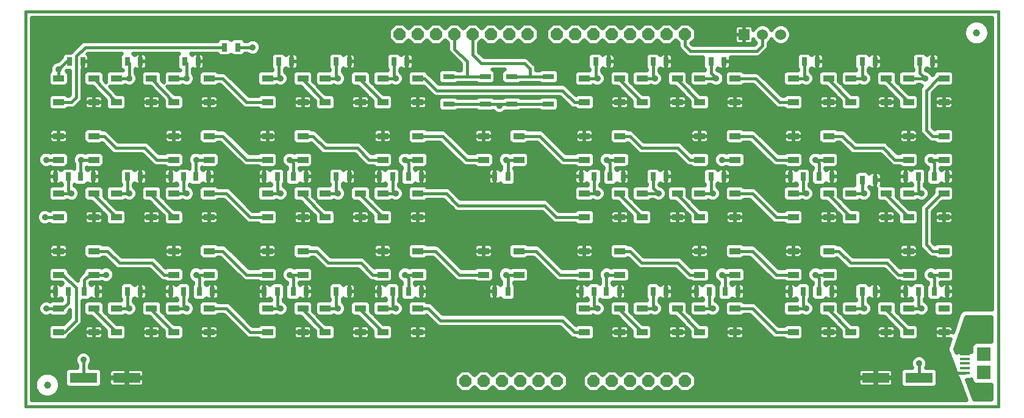
<source format=gtl>
G75*
%MOIN*%
%OFA0B0*%
%FSLAX25Y25*%
%IPPOS*%
%LPD*%
%AMOC8*
5,1,8,0,0,1.08239X$1,22.5*
%
%ADD10C,0.01600*%
%ADD11R,0.05906X0.03543*%
%ADD12R,0.03150X0.04724*%
%ADD13OC8,0.06600*%
%ADD14R,0.14961X0.05512*%
%ADD15R,0.05512X0.01378*%
%ADD16R,0.07480X0.07087*%
%ADD17R,0.07480X0.07480*%
%ADD18C,0.03937*%
%ADD19R,0.06000X0.03000*%
%ADD20R,0.06000X0.06000*%
%ADD21C,0.06000*%
%ADD22C,0.03562*%
%ADD23C,0.01969*%
%ADD24C,0.00787*%
D10*
X0001984Y0001984D02*
X0001984Y0218520D01*
X0533480Y0218520D01*
X0533480Y0001984D01*
X0001984Y0001984D01*
X0033480Y0017732D02*
X0033480Y0027575D01*
X0023047Y0042732D02*
X0019898Y0042732D01*
X0023047Y0042732D02*
X0029543Y0049228D01*
X0029543Y0066945D01*
X0022260Y0074228D01*
X0019898Y0074228D01*
X0033874Y0071276D02*
X0036827Y0074228D01*
X0039189Y0074228D01*
X0045882Y0074228D01*
X0033874Y0071276D02*
X0033874Y0064976D01*
X0025213Y0064976D02*
X0025213Y0058677D01*
X0022260Y0055724D01*
X0019898Y0055724D01*
X0013205Y0055724D01*
X0039189Y0055724D02*
X0039189Y0054937D01*
X0051394Y0042732D01*
X0070685Y0054937D02*
X0082890Y0042732D01*
X0070685Y0054937D02*
X0070685Y0055724D01*
X0082890Y0055724D02*
X0089976Y0055724D01*
X0088205Y0057496D01*
X0088205Y0064976D01*
X0096866Y0064976D02*
X0096866Y0072457D01*
X0095094Y0074228D01*
X0102181Y0074228D01*
X0082890Y0074228D02*
X0077378Y0074228D01*
X0070882Y0080724D01*
X0053165Y0080724D01*
X0046669Y0087220D01*
X0039189Y0087220D01*
X0051394Y0105724D02*
X0039189Y0117929D01*
X0039189Y0118717D01*
X0051394Y0118717D02*
X0058480Y0118717D01*
X0057496Y0119701D01*
X0057496Y0127969D01*
X0066945Y0143717D02*
X0073441Y0137220D01*
X0082890Y0137220D01*
X0094898Y0137024D02*
X0095094Y0137220D01*
X0102181Y0137220D01*
X0094898Y0137024D02*
X0094898Y0127969D01*
X0088205Y0127969D02*
X0088205Y0120488D01*
X0089976Y0118717D01*
X0082890Y0118717D01*
X0070685Y0118717D02*
X0070685Y0117929D01*
X0082890Y0105724D01*
X0102181Y0118717D02*
X0111630Y0118717D01*
X0124622Y0105724D01*
X0134071Y0105724D01*
X0134071Y0118717D02*
X0141157Y0118717D01*
X0139386Y0120488D01*
X0139386Y0127969D01*
X0148047Y0127969D02*
X0148047Y0135449D01*
X0146276Y0137220D01*
X0153362Y0137220D01*
X0165370Y0143717D02*
X0158874Y0150213D01*
X0153362Y0150213D01*
X0165370Y0143717D02*
X0183087Y0143717D01*
X0189583Y0137220D01*
X0197063Y0137220D01*
X0209268Y0137220D02*
X0211039Y0135449D01*
X0211039Y0127969D01*
X0202378Y0127969D02*
X0202378Y0120488D01*
X0204150Y0118717D01*
X0204346Y0118913D01*
X0204150Y0118717D02*
X0197063Y0118717D01*
X0184858Y0118717D02*
X0184858Y0117929D01*
X0197063Y0105724D01*
X0216354Y0118717D02*
X0231709Y0118717D01*
X0238205Y0112220D01*
X0285449Y0112220D01*
X0291945Y0105724D01*
X0307299Y0105724D01*
X0307299Y0118717D02*
X0314386Y0118717D01*
X0312614Y0120488D01*
X0312614Y0127969D01*
X0321276Y0127969D02*
X0321276Y0135449D01*
X0319504Y0137220D01*
X0326591Y0137220D01*
X0338598Y0143717D02*
X0358283Y0143717D01*
X0364780Y0137220D01*
X0370291Y0137220D01*
X0382496Y0137220D02*
X0389583Y0137220D01*
X0376394Y0127969D02*
X0376394Y0119701D01*
X0377378Y0118717D01*
X0370291Y0118717D01*
X0358087Y0118717D02*
X0358087Y0117929D01*
X0370291Y0105724D01*
X0389583Y0118717D02*
X0399031Y0118717D01*
X0412024Y0105724D01*
X0421472Y0105724D01*
X0421472Y0118717D02*
X0428559Y0118717D01*
X0426787Y0120488D01*
X0426787Y0127969D01*
X0435449Y0127969D02*
X0435449Y0135449D01*
X0433677Y0137220D01*
X0440764Y0137220D01*
X0448244Y0150213D02*
X0454740Y0143717D01*
X0470488Y0143717D01*
X0476984Y0137220D01*
X0484465Y0137220D01*
X0496669Y0137220D02*
X0498441Y0135449D01*
X0498441Y0127969D01*
X0489780Y0127969D02*
X0489780Y0120488D01*
X0491551Y0118717D01*
X0484465Y0118717D01*
X0472260Y0118717D02*
X0472260Y0117929D01*
X0484465Y0105724D01*
X0494110Y0110252D02*
X0494110Y0090567D01*
X0497457Y0087220D01*
X0503756Y0087220D01*
X0503756Y0074228D02*
X0496669Y0074228D01*
X0498441Y0072457D01*
X0498441Y0064976D01*
X0489780Y0064976D02*
X0489780Y0057496D01*
X0491551Y0055724D01*
X0484465Y0055724D01*
X0472260Y0055724D02*
X0472260Y0054937D01*
X0484465Y0042732D01*
X0460055Y0055724D02*
X0452969Y0055724D01*
X0459071Y0056709D02*
X0460055Y0055724D01*
X0459071Y0056709D02*
X0459071Y0064976D01*
X0440764Y0055724D02*
X0440764Y0054937D01*
X0452969Y0042732D01*
X0428559Y0055724D02*
X0421472Y0055724D01*
X0426787Y0057496D02*
X0428559Y0055724D01*
X0426787Y0057496D02*
X0426787Y0064976D01*
X0435449Y0064976D02*
X0435449Y0072457D01*
X0433677Y0074228D01*
X0440764Y0074228D01*
X0452772Y0080724D02*
X0446276Y0087220D01*
X0440764Y0087220D01*
X0452772Y0080724D02*
X0472457Y0080724D01*
X0478953Y0074228D01*
X0484465Y0074228D01*
X0421472Y0074228D02*
X0412024Y0074228D01*
X0399031Y0087220D01*
X0389583Y0087220D01*
X0364780Y0074228D02*
X0358283Y0080724D01*
X0338598Y0080724D01*
X0332102Y0087220D01*
X0326591Y0087220D01*
X0326591Y0074228D02*
X0319504Y0074228D01*
X0319307Y0074031D01*
X0319307Y0064976D01*
X0312614Y0064976D02*
X0312614Y0057496D01*
X0314386Y0055724D01*
X0307299Y0055724D01*
X0295291Y0049228D02*
X0301787Y0042732D01*
X0307299Y0042732D01*
X0295291Y0049228D02*
X0228362Y0049228D01*
X0221866Y0055724D01*
X0216354Y0055724D01*
X0204150Y0055724D02*
X0202378Y0057496D01*
X0202378Y0064976D01*
X0211039Y0064976D02*
X0211039Y0072457D01*
X0209268Y0074228D01*
X0216354Y0074228D01*
X0197063Y0074228D02*
X0191551Y0074228D01*
X0185055Y0080724D01*
X0167339Y0080724D01*
X0160843Y0087220D01*
X0153362Y0087220D01*
X0153362Y0074228D02*
X0146276Y0074228D01*
X0148047Y0072457D01*
X0148047Y0064976D01*
X0139386Y0064976D02*
X0139386Y0057496D01*
X0141157Y0055724D01*
X0134071Y0055724D01*
X0124622Y0042732D02*
X0111630Y0055724D01*
X0102181Y0055724D01*
X0124622Y0042732D02*
X0134071Y0042732D01*
X0153362Y0054937D02*
X0165567Y0042732D01*
X0153362Y0054937D02*
X0153362Y0055724D01*
X0165567Y0055724D02*
X0172654Y0055724D01*
X0171669Y0056709D01*
X0171669Y0064976D01*
X0184858Y0055724D02*
X0184858Y0054937D01*
X0197063Y0042732D01*
X0197063Y0055724D02*
X0204150Y0055724D01*
X0225803Y0087220D02*
X0238795Y0074228D01*
X0252181Y0074228D01*
X0264386Y0074228D02*
X0265370Y0073244D01*
X0265370Y0064976D01*
X0264386Y0074228D02*
X0271472Y0074228D01*
X0280921Y0087220D02*
X0293913Y0074228D01*
X0307299Y0074228D01*
X0280921Y0087220D02*
X0271472Y0087220D01*
X0225803Y0087220D02*
X0216354Y0087220D01*
X0165567Y0105724D02*
X0153362Y0117929D01*
X0153362Y0118717D01*
X0165567Y0118717D02*
X0172654Y0118717D01*
X0171669Y0119701D01*
X0171669Y0127969D01*
X0134071Y0137220D02*
X0122654Y0137220D01*
X0109661Y0150213D01*
X0102181Y0150213D01*
X0066945Y0143717D02*
X0051197Y0143717D01*
X0044701Y0150213D01*
X0039189Y0150213D01*
X0039189Y0137220D02*
X0032102Y0137220D01*
X0031906Y0137024D01*
X0031906Y0127969D01*
X0025213Y0127969D02*
X0025213Y0120488D01*
X0026984Y0118717D01*
X0019898Y0118717D01*
X0019898Y0105724D02*
X0012417Y0105724D01*
X0013205Y0137220D02*
X0019898Y0137220D01*
X0019898Y0168717D02*
X0026984Y0168717D01*
X0029543Y0171276D01*
X0029543Y0193913D01*
X0034465Y0198835D01*
X0110646Y0198835D01*
X0117732Y0198835D02*
X0126000Y0198835D01*
X0140173Y0190961D02*
X0140173Y0182693D01*
X0141157Y0181709D01*
X0134071Y0181709D01*
X0122654Y0168717D02*
X0109661Y0181709D01*
X0102181Y0181709D01*
X0089976Y0181709D02*
X0089976Y0189976D01*
X0088992Y0190961D01*
X0089976Y0181709D02*
X0082890Y0181709D01*
X0070685Y0181709D02*
X0082890Y0168717D01*
X0058480Y0181709D02*
X0051394Y0181709D01*
X0058480Y0181709D02*
X0058480Y0189976D01*
X0057496Y0190961D01*
X0039189Y0181709D02*
X0051394Y0168717D01*
X0019898Y0181709D02*
X0019898Y0186827D01*
X0024031Y0190961D01*
X0026000Y0190961D01*
X0122654Y0168717D02*
X0134071Y0168717D01*
X0153362Y0180921D02*
X0165567Y0168717D01*
X0165567Y0181709D02*
X0172654Y0181709D01*
X0171669Y0182693D01*
X0171669Y0190961D01*
X0184858Y0181709D02*
X0184858Y0180921D01*
X0197063Y0168717D01*
X0219898Y0181709D02*
X0226394Y0175213D01*
X0295291Y0175213D01*
X0301787Y0168717D01*
X0307299Y0168717D01*
X0287575Y0167713D02*
X0267575Y0167713D01*
X0260843Y0167713D01*
X0260843Y0166728D01*
X0260843Y0167713D02*
X0253126Y0167713D01*
X0233126Y0167713D01*
X0233126Y0182713D02*
X0243126Y0182713D01*
X0243126Y0190961D01*
X0236220Y0197866D01*
X0236220Y0205921D01*
X0246220Y0205921D02*
X0246220Y0194756D01*
X0251000Y0189976D01*
X0274622Y0189976D01*
X0277575Y0187024D01*
X0277575Y0182713D01*
X0287575Y0182713D01*
X0277575Y0182713D02*
X0267575Y0182713D01*
X0253126Y0182713D02*
X0243126Y0182713D01*
X0219898Y0181709D02*
X0216354Y0181709D01*
X0204150Y0181709D02*
X0203165Y0182693D01*
X0203165Y0190961D01*
X0204150Y0181709D02*
X0197063Y0181709D01*
X0153362Y0181709D02*
X0153362Y0180921D01*
X0216354Y0150213D02*
X0229740Y0150213D01*
X0242732Y0137220D01*
X0252181Y0137220D01*
X0264386Y0137220D02*
X0265370Y0136236D01*
X0265370Y0127969D01*
X0264386Y0137220D02*
X0271472Y0137220D01*
X0282890Y0150213D02*
X0295882Y0137220D01*
X0307299Y0137220D01*
X0326591Y0150213D02*
X0332102Y0150213D01*
X0338598Y0143717D01*
X0344898Y0127969D02*
X0344898Y0121669D01*
X0347850Y0118717D01*
X0338795Y0118717D01*
X0326591Y0118717D02*
X0326591Y0117929D01*
X0338795Y0105724D01*
X0364780Y0074228D02*
X0370291Y0074228D01*
X0382496Y0074228D02*
X0384268Y0072457D01*
X0384268Y0064976D01*
X0375606Y0064976D02*
X0375606Y0057496D01*
X0377378Y0055724D01*
X0370291Y0055724D01*
X0358087Y0055724D02*
X0358087Y0054937D01*
X0370291Y0042732D01*
X0389583Y0055724D02*
X0399031Y0055724D01*
X0412024Y0042732D01*
X0421472Y0042732D01*
X0490173Y0025606D02*
X0490173Y0017732D01*
X0505134Y0020488D02*
X0515173Y0020488D01*
X0517732Y0014780D02*
X0525606Y0009858D01*
X0525606Y0041354D02*
X0515764Y0041354D01*
X0389583Y0074228D02*
X0382496Y0074228D01*
X0344898Y0064976D02*
X0344898Y0056709D01*
X0345882Y0055724D01*
X0338795Y0055724D01*
X0326591Y0055724D02*
X0326591Y0054937D01*
X0338795Y0042732D01*
X0440764Y0117929D02*
X0452969Y0105724D01*
X0452969Y0118717D02*
X0460055Y0118717D01*
X0459071Y0119701D01*
X0459071Y0126000D01*
X0440764Y0118717D02*
X0440764Y0117929D01*
X0421472Y0137220D02*
X0412024Y0137220D01*
X0399031Y0150213D01*
X0389583Y0150213D01*
X0370291Y0168717D02*
X0358087Y0180921D01*
X0358087Y0181709D01*
X0370291Y0181709D02*
X0379346Y0181709D01*
X0376394Y0184661D01*
X0376394Y0190961D01*
X0365173Y0196866D02*
X0362220Y0199819D01*
X0362220Y0205921D01*
X0365173Y0196866D02*
X0401591Y0196866D01*
X0404543Y0199819D01*
X0404543Y0205724D01*
X0427575Y0190961D02*
X0427575Y0182693D01*
X0428559Y0181709D01*
X0421472Y0181709D01*
X0413992Y0168717D02*
X0401000Y0181709D01*
X0389583Y0181709D01*
X0413992Y0168717D02*
X0421472Y0168717D01*
X0440764Y0180921D02*
X0452969Y0168717D01*
X0452969Y0181709D02*
X0460055Y0181709D01*
X0459071Y0182693D01*
X0459071Y0190961D01*
X0472260Y0181709D02*
X0472260Y0180921D01*
X0484465Y0168717D01*
X0494110Y0175213D02*
X0494110Y0153559D01*
X0497457Y0150213D01*
X0503756Y0150213D01*
X0503756Y0137220D02*
X0496669Y0137220D01*
X0502575Y0118717D02*
X0494110Y0110252D01*
X0502575Y0118717D02*
X0503756Y0118717D01*
X0448244Y0150213D02*
X0440764Y0150213D01*
X0494110Y0175213D02*
X0500606Y0181709D01*
X0503756Y0181709D01*
X0493520Y0181709D02*
X0490567Y0184661D01*
X0490567Y0190961D01*
X0493520Y0181709D02*
X0484465Y0181709D01*
X0440764Y0181709D02*
X0440764Y0180921D01*
X0345882Y0181709D02*
X0344898Y0182693D01*
X0344898Y0190961D01*
X0345882Y0181709D02*
X0338795Y0181709D01*
X0326591Y0181709D02*
X0326591Y0180921D01*
X0338795Y0168717D01*
X0314386Y0181709D02*
X0307299Y0181709D01*
X0313402Y0182693D02*
X0314386Y0181709D01*
X0313402Y0182693D02*
X0313402Y0190961D01*
X0282890Y0150213D02*
X0271472Y0150213D01*
X0258480Y0150213D02*
X0252181Y0150213D01*
X0216354Y0137220D02*
X0209268Y0137220D01*
X0122654Y0074228D02*
X0109661Y0087220D01*
X0102181Y0087220D01*
X0122654Y0074228D02*
X0134071Y0074228D01*
X0057496Y0064976D02*
X0057496Y0056709D01*
X0058480Y0055724D01*
X0051394Y0055724D01*
D11*
X0051394Y0055724D03*
X0039189Y0055724D03*
X0019898Y0055724D03*
X0019898Y0042732D03*
X0039189Y0042732D03*
X0051394Y0042732D03*
X0070685Y0042732D03*
X0082890Y0042732D03*
X0102181Y0042732D03*
X0102181Y0055724D03*
X0082890Y0055724D03*
X0070685Y0055724D03*
X0082890Y0074228D03*
X0102181Y0074228D03*
X0102181Y0087220D03*
X0082890Y0087220D03*
X0082890Y0105724D03*
X0070685Y0105724D03*
X0051394Y0105724D03*
X0039189Y0105724D03*
X0019898Y0105724D03*
X0019898Y0118717D03*
X0039189Y0118717D03*
X0051394Y0118717D03*
X0070685Y0118717D03*
X0082890Y0118717D03*
X0102181Y0118717D03*
X0102181Y0105724D03*
X0134071Y0105724D03*
X0153362Y0105724D03*
X0165567Y0105724D03*
X0184858Y0105724D03*
X0197063Y0105724D03*
X0216354Y0105724D03*
X0216354Y0118717D03*
X0197063Y0118717D03*
X0184858Y0118717D03*
X0165567Y0118717D03*
X0153362Y0118717D03*
X0134071Y0118717D03*
X0134071Y0137220D03*
X0153362Y0137220D03*
X0153362Y0150213D03*
X0134071Y0150213D03*
X0102181Y0150213D03*
X0082890Y0150213D03*
X0082890Y0137220D03*
X0102181Y0137220D03*
X0039189Y0137220D03*
X0019898Y0137220D03*
X0019898Y0150213D03*
X0039189Y0150213D03*
X0039189Y0168717D03*
X0051394Y0168717D03*
X0070685Y0168717D03*
X0082890Y0168717D03*
X0102181Y0168717D03*
X0102181Y0181709D03*
X0082890Y0181709D03*
X0070685Y0181709D03*
X0051394Y0181709D03*
X0039189Y0181709D03*
X0019898Y0181709D03*
X0019898Y0168717D03*
X0134071Y0168717D03*
X0153362Y0168717D03*
X0165567Y0168717D03*
X0184858Y0168717D03*
X0197063Y0168717D03*
X0216354Y0168717D03*
X0216354Y0181709D03*
X0197063Y0181709D03*
X0184858Y0181709D03*
X0165567Y0181709D03*
X0153362Y0181709D03*
X0134071Y0181709D03*
X0197063Y0150213D03*
X0216354Y0150213D03*
X0216354Y0137220D03*
X0197063Y0137220D03*
X0252181Y0137220D03*
X0271472Y0137220D03*
X0271472Y0150213D03*
X0252181Y0150213D03*
X0307299Y0150213D03*
X0326591Y0150213D03*
X0326591Y0137220D03*
X0307299Y0137220D03*
X0307299Y0118717D03*
X0326591Y0118717D03*
X0338795Y0118717D03*
X0358087Y0118717D03*
X0370291Y0118717D03*
X0389583Y0118717D03*
X0389583Y0105724D03*
X0370291Y0105724D03*
X0358087Y0105724D03*
X0338795Y0105724D03*
X0326591Y0105724D03*
X0307299Y0105724D03*
X0307299Y0087220D03*
X0326591Y0087220D03*
X0326591Y0074228D03*
X0307299Y0074228D03*
X0271472Y0074228D03*
X0252181Y0074228D03*
X0252181Y0087220D03*
X0271472Y0087220D03*
X0216354Y0087220D03*
X0197063Y0087220D03*
X0197063Y0074228D03*
X0216354Y0074228D03*
X0216354Y0055724D03*
X0197063Y0055724D03*
X0184858Y0055724D03*
X0165567Y0055724D03*
X0153362Y0055724D03*
X0134071Y0055724D03*
X0134071Y0042732D03*
X0153362Y0042732D03*
X0165567Y0042732D03*
X0184858Y0042732D03*
X0197063Y0042732D03*
X0216354Y0042732D03*
X0153362Y0074228D03*
X0134071Y0074228D03*
X0134071Y0087220D03*
X0153362Y0087220D03*
X0039189Y0087220D03*
X0019898Y0087220D03*
X0019898Y0074228D03*
X0039189Y0074228D03*
X0307299Y0055724D03*
X0326591Y0055724D03*
X0338795Y0055724D03*
X0358087Y0055724D03*
X0370291Y0055724D03*
X0389583Y0055724D03*
X0389583Y0042732D03*
X0370291Y0042732D03*
X0358087Y0042732D03*
X0338795Y0042732D03*
X0326591Y0042732D03*
X0307299Y0042732D03*
X0370291Y0074228D03*
X0389583Y0074228D03*
X0389583Y0087220D03*
X0370291Y0087220D03*
X0421472Y0087220D03*
X0440764Y0087220D03*
X0440764Y0074228D03*
X0421472Y0074228D03*
X0421472Y0055724D03*
X0440764Y0055724D03*
X0452969Y0055724D03*
X0472260Y0055724D03*
X0484465Y0055724D03*
X0503756Y0055724D03*
X0503756Y0042732D03*
X0484465Y0042732D03*
X0472260Y0042732D03*
X0452969Y0042732D03*
X0440764Y0042732D03*
X0421472Y0042732D03*
X0484465Y0074228D03*
X0503756Y0074228D03*
X0503756Y0087220D03*
X0484465Y0087220D03*
X0484465Y0105724D03*
X0472260Y0105724D03*
X0452969Y0105724D03*
X0440764Y0105724D03*
X0421472Y0105724D03*
X0421472Y0118717D03*
X0440764Y0118717D03*
X0452969Y0118717D03*
X0472260Y0118717D03*
X0484465Y0118717D03*
X0503756Y0118717D03*
X0503756Y0105724D03*
X0503756Y0137220D03*
X0484465Y0137220D03*
X0484465Y0150213D03*
X0503756Y0150213D03*
X0503756Y0168717D03*
X0484465Y0168717D03*
X0472260Y0168717D03*
X0452969Y0168717D03*
X0440764Y0168717D03*
X0421472Y0168717D03*
X0421472Y0181709D03*
X0440764Y0181709D03*
X0452969Y0181709D03*
X0472260Y0181709D03*
X0484465Y0181709D03*
X0503756Y0181709D03*
X0440764Y0150213D03*
X0421472Y0150213D03*
X0421472Y0137220D03*
X0440764Y0137220D03*
X0389583Y0137220D03*
X0370291Y0137220D03*
X0370291Y0150213D03*
X0389583Y0150213D03*
X0389583Y0168717D03*
X0370291Y0168717D03*
X0358087Y0168717D03*
X0338795Y0168717D03*
X0326591Y0168717D03*
X0307299Y0168717D03*
X0307299Y0181709D03*
X0326591Y0181709D03*
X0338795Y0181709D03*
X0358087Y0181709D03*
X0370291Y0181709D03*
X0389583Y0181709D03*
D12*
X0383480Y0190961D03*
X0376394Y0190961D03*
X0351984Y0190961D03*
X0344898Y0190961D03*
X0320488Y0190961D03*
X0313402Y0190961D03*
X0210252Y0190961D03*
X0203165Y0190961D03*
X0178756Y0190961D03*
X0171669Y0190961D03*
X0147260Y0190961D03*
X0140173Y0190961D03*
X0117732Y0198835D03*
X0110646Y0198835D03*
X0096079Y0190961D03*
X0088992Y0190961D03*
X0064583Y0190961D03*
X0057496Y0190961D03*
X0033087Y0190961D03*
X0026000Y0190961D03*
X0025213Y0127969D03*
X0031906Y0127969D03*
X0038992Y0127969D03*
X0057496Y0127969D03*
X0064583Y0127969D03*
X0081118Y0127969D03*
X0088205Y0127969D03*
X0094898Y0127969D03*
X0101984Y0127969D03*
X0132299Y0127969D03*
X0139386Y0127969D03*
X0148047Y0127969D03*
X0155134Y0127969D03*
X0171669Y0127969D03*
X0178756Y0127969D03*
X0195291Y0127969D03*
X0202378Y0127969D03*
X0211039Y0127969D03*
X0218126Y0127969D03*
X0258283Y0127969D03*
X0265370Y0127969D03*
X0305528Y0127969D03*
X0312614Y0127969D03*
X0321276Y0127969D03*
X0328362Y0127969D03*
X0344898Y0127969D03*
X0351984Y0127969D03*
X0376394Y0127969D03*
X0383480Y0127969D03*
X0419701Y0127969D03*
X0426787Y0127969D03*
X0435449Y0127969D03*
X0442535Y0127969D03*
X0459071Y0126000D03*
X0466157Y0126000D03*
X0482693Y0127969D03*
X0489780Y0127969D03*
X0498441Y0127969D03*
X0505528Y0127969D03*
X0497654Y0190961D03*
X0490567Y0190961D03*
X0466157Y0190961D03*
X0459071Y0190961D03*
X0434661Y0190961D03*
X0427575Y0190961D03*
X0426787Y0064976D03*
X0419701Y0064976D03*
X0435449Y0064976D03*
X0442535Y0064976D03*
X0459071Y0064976D03*
X0466157Y0064976D03*
X0482693Y0064976D03*
X0489780Y0064976D03*
X0498441Y0064976D03*
X0505528Y0064976D03*
X0391354Y0064976D03*
X0384268Y0064976D03*
X0375606Y0064976D03*
X0368520Y0064976D03*
X0351984Y0064976D03*
X0344898Y0064976D03*
X0326394Y0064976D03*
X0319307Y0064976D03*
X0312614Y0064976D03*
X0305528Y0064976D03*
X0265370Y0064976D03*
X0258283Y0064976D03*
X0218126Y0064976D03*
X0211039Y0064976D03*
X0202378Y0064976D03*
X0195291Y0064976D03*
X0178756Y0064976D03*
X0171669Y0064976D03*
X0155134Y0064976D03*
X0148047Y0064976D03*
X0139386Y0064976D03*
X0132299Y0064976D03*
X0103953Y0064976D03*
X0096866Y0064976D03*
X0088205Y0064976D03*
X0081118Y0064976D03*
X0064583Y0064976D03*
X0057496Y0064976D03*
X0040961Y0064976D03*
X0033874Y0064976D03*
X0025213Y0064976D03*
X0018126Y0064976D03*
X0018126Y0127969D03*
D13*
X0206220Y0205921D03*
X0216220Y0205921D03*
X0226220Y0205921D03*
X0236220Y0205921D03*
X0246220Y0205921D03*
X0256220Y0205921D03*
X0266220Y0205921D03*
X0276220Y0205921D03*
X0292220Y0205921D03*
X0302220Y0205921D03*
X0312220Y0205921D03*
X0322220Y0205921D03*
X0332220Y0205921D03*
X0342220Y0205921D03*
X0352220Y0205921D03*
X0362220Y0205921D03*
X0362220Y0015921D03*
X0352220Y0015921D03*
X0342220Y0015921D03*
X0332220Y0015921D03*
X0322220Y0015921D03*
X0312220Y0015921D03*
X0292220Y0015921D03*
X0282220Y0015921D03*
X0272220Y0015921D03*
X0262220Y0015921D03*
X0252220Y0015921D03*
X0242220Y0015921D03*
D14*
X0057102Y0017732D03*
X0033480Y0017732D03*
X0466551Y0017732D03*
X0490173Y0017732D03*
D15*
X0515173Y0020488D03*
X0515173Y0023047D03*
X0515173Y0025606D03*
X0515173Y0028165D03*
X0515173Y0030724D03*
D16*
X0525606Y0041354D03*
X0525606Y0009858D03*
D17*
X0525606Y0020606D03*
X0525606Y0030606D03*
D18*
X0521669Y0206709D03*
X0013795Y0013795D03*
D19*
X0233126Y0167713D03*
X0253126Y0167713D03*
X0267575Y0167713D03*
X0287575Y0167713D03*
X0287575Y0182713D03*
X0267575Y0182713D03*
X0253126Y0182713D03*
X0233126Y0182713D03*
D20*
X0394543Y0205724D03*
D21*
X0404543Y0205724D03*
X0414543Y0205724D03*
D22*
X0428559Y0181709D03*
X0460055Y0181709D03*
X0493520Y0181709D03*
X0496669Y0137220D03*
X0491551Y0118717D03*
X0460055Y0118717D03*
X0428559Y0118717D03*
X0433677Y0137220D03*
X0382496Y0137220D03*
X0377378Y0118717D03*
X0347850Y0118717D03*
X0314386Y0118717D03*
X0319504Y0137220D03*
X0264386Y0137220D03*
X0209268Y0137220D03*
X0204150Y0118717D03*
X0172654Y0118717D03*
X0141157Y0118717D03*
X0146276Y0137220D03*
X0095094Y0137220D03*
X0089976Y0118717D03*
X0058480Y0118717D03*
X0026984Y0118717D03*
X0012417Y0105724D03*
X0045882Y0074228D03*
X0058480Y0055724D03*
X0089976Y0055724D03*
X0095094Y0074228D03*
X0141157Y0055724D03*
X0172654Y0055724D03*
X0204150Y0055724D03*
X0209268Y0074228D03*
X0264386Y0074228D03*
X0314386Y0055724D03*
X0345882Y0055724D03*
X0377378Y0055724D03*
X0382496Y0074228D03*
X0428559Y0055724D03*
X0460055Y0055724D03*
X0491551Y0055724D03*
X0516748Y0047260D03*
X0520685Y0049228D03*
X0525606Y0049228D03*
X0515764Y0041354D03*
X0511630Y0033677D03*
X0490173Y0025606D03*
X0517732Y0014780D03*
X0496669Y0074228D03*
X0433677Y0074228D03*
X0319504Y0074228D03*
X0146276Y0074228D03*
X0033480Y0027575D03*
X0013205Y0055724D03*
X0013205Y0137220D03*
X0032102Y0137220D03*
X0058480Y0181709D03*
X0089976Y0181709D03*
X0126000Y0198835D03*
X0141157Y0181709D03*
X0172654Y0181709D03*
X0204150Y0181709D03*
X0260843Y0166728D03*
X0314386Y0181709D03*
X0345882Y0181709D03*
X0379346Y0181709D03*
X0019898Y0186827D03*
D23*
X0015557Y0186884D02*
X0005343Y0186884D01*
X0005343Y0188851D02*
X0016038Y0188851D01*
X0016218Y0189285D02*
X0015557Y0187690D01*
X0015557Y0185963D01*
X0015659Y0185718D01*
X0015495Y0185650D01*
X0014775Y0184930D01*
X0014386Y0183989D01*
X0014386Y0179428D01*
X0014775Y0178487D01*
X0015495Y0177768D01*
X0016436Y0177378D01*
X0023359Y0177378D01*
X0024300Y0177768D01*
X0025020Y0178487D01*
X0025409Y0179428D01*
X0025409Y0183989D01*
X0025020Y0184930D01*
X0024300Y0185650D01*
X0024136Y0185718D01*
X0024238Y0185963D01*
X0024238Y0186039D01*
X0026184Y0186039D01*
X0026184Y0172667D01*
X0025593Y0172076D01*
X0024882Y0172076D01*
X0024300Y0172658D01*
X0023359Y0173047D01*
X0016436Y0173047D01*
X0015495Y0172658D01*
X0014775Y0171938D01*
X0014386Y0170997D01*
X0014386Y0166436D01*
X0014775Y0165495D01*
X0015495Y0164775D01*
X0016436Y0164386D01*
X0023359Y0164386D01*
X0024300Y0164775D01*
X0024882Y0165357D01*
X0027652Y0165357D01*
X0028887Y0165869D01*
X0031446Y0168428D01*
X0032391Y0169373D01*
X0032902Y0170607D01*
X0032902Y0186614D01*
X0033087Y0186614D01*
X0034923Y0186614D01*
X0035427Y0186749D01*
X0035880Y0187011D01*
X0036249Y0187380D01*
X0036510Y0187833D01*
X0036646Y0188337D01*
X0036646Y0190961D01*
X0036646Y0193584D01*
X0036510Y0194089D01*
X0036249Y0194541D01*
X0035880Y0194911D01*
X0035506Y0195126D01*
X0035856Y0195476D01*
X0054455Y0195476D01*
X0053752Y0194772D01*
X0053362Y0193832D01*
X0053362Y0188089D01*
X0053752Y0187149D01*
X0054472Y0186429D01*
X0055121Y0186160D01*
X0055121Y0185929D01*
X0054855Y0186039D01*
X0047932Y0186039D01*
X0046991Y0185650D01*
X0046271Y0184930D01*
X0045882Y0183989D01*
X0045882Y0179490D01*
X0044701Y0180747D01*
X0044701Y0183989D01*
X0044311Y0184930D01*
X0043591Y0185650D01*
X0042651Y0186039D01*
X0035727Y0186039D01*
X0034787Y0185650D01*
X0034067Y0184930D01*
X0033677Y0183989D01*
X0033677Y0179428D01*
X0034067Y0178487D01*
X0034787Y0177768D01*
X0035727Y0177378D01*
X0038648Y0177378D01*
X0045882Y0169678D01*
X0045882Y0166436D01*
X0046271Y0165495D01*
X0046991Y0164775D01*
X0047932Y0164386D01*
X0054855Y0164386D01*
X0055796Y0164775D01*
X0056516Y0165495D01*
X0056905Y0166436D01*
X0056905Y0170997D01*
X0056516Y0171938D01*
X0055796Y0172658D01*
X0054855Y0173047D01*
X0051934Y0173047D01*
X0047824Y0177423D01*
X0047932Y0177378D01*
X0054855Y0177378D01*
X0055796Y0177768D01*
X0056047Y0178019D01*
X0057617Y0177369D01*
X0059344Y0177369D01*
X0060939Y0178029D01*
X0062160Y0179250D01*
X0062820Y0180845D01*
X0062820Y0182572D01*
X0062160Y0184167D01*
X0061839Y0184487D01*
X0061839Y0186982D01*
X0062242Y0186749D01*
X0062747Y0186614D01*
X0064583Y0186614D01*
X0066419Y0186614D01*
X0066923Y0186749D01*
X0067376Y0187011D01*
X0067745Y0187380D01*
X0068006Y0187833D01*
X0068142Y0188337D01*
X0068142Y0190961D01*
X0068142Y0193584D01*
X0068006Y0194089D01*
X0067745Y0194541D01*
X0067376Y0194911D01*
X0066923Y0195172D01*
X0066419Y0195307D01*
X0064583Y0195307D01*
X0064583Y0190961D01*
X0064583Y0190961D01*
X0068142Y0190961D01*
X0064583Y0190961D01*
X0064583Y0190961D01*
X0064583Y0195307D01*
X0062747Y0195307D01*
X0062242Y0195172D01*
X0061790Y0194911D01*
X0061420Y0194541D01*
X0061371Y0194456D01*
X0061240Y0194772D01*
X0060537Y0195476D01*
X0085951Y0195476D01*
X0085248Y0194772D01*
X0084858Y0193832D01*
X0084858Y0188089D01*
X0085248Y0187149D01*
X0085968Y0186429D01*
X0086617Y0186160D01*
X0086617Y0185929D01*
X0086352Y0186039D01*
X0079428Y0186039D01*
X0078487Y0185650D01*
X0077768Y0184930D01*
X0077378Y0183989D01*
X0077378Y0179490D01*
X0076197Y0180747D01*
X0076197Y0183989D01*
X0075807Y0184930D01*
X0075087Y0185650D01*
X0074147Y0186039D01*
X0067223Y0186039D01*
X0066283Y0185650D01*
X0065563Y0184930D01*
X0065173Y0183989D01*
X0065173Y0179428D01*
X0065563Y0178487D01*
X0066283Y0177768D01*
X0067223Y0177378D01*
X0070145Y0177378D01*
X0077378Y0169678D01*
X0077378Y0166436D01*
X0077768Y0165495D01*
X0078487Y0164775D01*
X0079428Y0164386D01*
X0086352Y0164386D01*
X0087292Y0164775D01*
X0088012Y0165495D01*
X0088402Y0166436D01*
X0088402Y0170997D01*
X0088012Y0171938D01*
X0087292Y0172658D01*
X0086352Y0173047D01*
X0083430Y0173047D01*
X0079320Y0177423D01*
X0079428Y0177378D01*
X0086352Y0177378D01*
X0087292Y0177768D01*
X0087543Y0178019D01*
X0089113Y0177369D01*
X0090840Y0177369D01*
X0092435Y0178029D01*
X0093656Y0179250D01*
X0094317Y0180845D01*
X0094317Y0182572D01*
X0093656Y0184167D01*
X0093335Y0184487D01*
X0093335Y0186982D01*
X0093738Y0186749D01*
X0094243Y0186614D01*
X0096079Y0186614D01*
X0097915Y0186614D01*
X0098419Y0186749D01*
X0098872Y0187011D01*
X0099241Y0187380D01*
X0099503Y0187833D01*
X0099638Y0188337D01*
X0099638Y0190961D01*
X0099638Y0193584D01*
X0099503Y0194089D01*
X0099241Y0194541D01*
X0098872Y0194911D01*
X0098419Y0195172D01*
X0097915Y0195307D01*
X0096079Y0195307D01*
X0096079Y0190961D01*
X0096079Y0190961D01*
X0099638Y0190961D01*
X0096079Y0190961D01*
X0096079Y0190961D01*
X0096079Y0195307D01*
X0094243Y0195307D01*
X0093738Y0195172D01*
X0093286Y0194911D01*
X0092916Y0194541D01*
X0092867Y0194456D01*
X0092736Y0194772D01*
X0092033Y0195476D01*
X0106714Y0195476D01*
X0106901Y0195023D01*
X0107621Y0194303D01*
X0108562Y0193913D01*
X0112730Y0193913D01*
X0113670Y0194303D01*
X0114189Y0194822D01*
X0114708Y0194303D01*
X0115648Y0193913D01*
X0119816Y0193913D01*
X0120757Y0194303D01*
X0121477Y0195023D01*
X0121664Y0195476D01*
X0123221Y0195476D01*
X0123541Y0195155D01*
X0125137Y0194494D01*
X0126863Y0194494D01*
X0128458Y0195155D01*
X0129679Y0196376D01*
X0130340Y0197971D01*
X0130340Y0199698D01*
X0129679Y0201293D01*
X0128458Y0202514D01*
X0126863Y0203175D01*
X0125137Y0203175D01*
X0123541Y0202514D01*
X0123221Y0202194D01*
X0121664Y0202194D01*
X0121477Y0202646D01*
X0120757Y0203366D01*
X0119816Y0203756D01*
X0115648Y0203756D01*
X0114708Y0203366D01*
X0114189Y0202847D01*
X0113670Y0203366D01*
X0112730Y0203756D01*
X0108562Y0203756D01*
X0107621Y0203366D01*
X0106901Y0202646D01*
X0106714Y0202194D01*
X0033796Y0202194D01*
X0032562Y0201682D01*
X0031617Y0200737D01*
X0027641Y0196761D01*
X0027641Y0196761D01*
X0026761Y0195882D01*
X0023916Y0195882D01*
X0022976Y0195492D01*
X0022256Y0194772D01*
X0021866Y0193832D01*
X0021866Y0193546D01*
X0019487Y0191167D01*
X0019034Y0191167D01*
X0017439Y0190506D01*
X0016218Y0189285D01*
X0018191Y0190818D02*
X0005343Y0190818D01*
X0005343Y0192785D02*
X0021105Y0192785D01*
X0022247Y0194752D02*
X0005343Y0194752D01*
X0005343Y0196719D02*
X0027598Y0196719D01*
X0029565Y0198686D02*
X0005343Y0198686D01*
X0005343Y0200653D02*
X0031532Y0200653D01*
X0031617Y0200737D02*
X0031617Y0200737D01*
X0036039Y0194752D02*
X0053743Y0194752D01*
X0053362Y0192785D02*
X0036646Y0192785D01*
X0036646Y0190961D02*
X0033087Y0190961D01*
X0033087Y0190961D01*
X0036646Y0190961D01*
X0036646Y0190818D02*
X0053362Y0190818D01*
X0053362Y0188851D02*
X0036646Y0188851D01*
X0035660Y0186884D02*
X0054017Y0186884D01*
X0046266Y0184917D02*
X0044317Y0184917D01*
X0044701Y0182950D02*
X0045882Y0182950D01*
X0045882Y0180983D02*
X0044701Y0180983D01*
X0048175Y0177049D02*
X0070454Y0177049D01*
X0072302Y0175082D02*
X0050023Y0175082D01*
X0051871Y0173115D02*
X0074150Y0173115D01*
X0073899Y0172472D02*
X0070685Y0172472D01*
X0067471Y0172472D01*
X0066966Y0172337D01*
X0066514Y0172076D01*
X0066144Y0171707D01*
X0065883Y0171254D01*
X0065748Y0170749D01*
X0065748Y0168717D01*
X0070685Y0168717D01*
X0070685Y0172472D01*
X0070685Y0168717D01*
X0070685Y0168717D01*
X0070685Y0168716D01*
X0070685Y0164961D01*
X0073899Y0164961D01*
X0074404Y0165096D01*
X0074856Y0165357D01*
X0075226Y0165727D01*
X0075487Y0166179D01*
X0075622Y0166684D01*
X0075622Y0168716D01*
X0070685Y0168716D01*
X0070685Y0168716D01*
X0070685Y0164961D01*
X0067471Y0164961D01*
X0066966Y0165096D01*
X0066514Y0165357D01*
X0066144Y0165727D01*
X0065883Y0166179D01*
X0065748Y0166684D01*
X0065748Y0168716D01*
X0070685Y0168716D01*
X0070685Y0168717D01*
X0075622Y0168717D01*
X0075622Y0170749D01*
X0075487Y0171254D01*
X0075226Y0171707D01*
X0074856Y0172076D01*
X0074404Y0172337D01*
X0073899Y0172472D01*
X0075515Y0171148D02*
X0075997Y0171148D01*
X0075622Y0169181D02*
X0077378Y0169181D01*
X0077378Y0167214D02*
X0075622Y0167214D01*
X0074665Y0165247D02*
X0078016Y0165247D01*
X0070685Y0165247D02*
X0070685Y0165247D01*
X0070685Y0167214D02*
X0070685Y0167214D01*
X0070685Y0169181D02*
X0070685Y0169181D01*
X0070685Y0171148D02*
X0070685Y0171148D01*
X0065855Y0171148D02*
X0056843Y0171148D01*
X0056905Y0169181D02*
X0065748Y0169181D01*
X0065748Y0167214D02*
X0056905Y0167214D01*
X0056267Y0165247D02*
X0066705Y0165247D01*
X0083367Y0173115D02*
X0113505Y0173115D01*
X0111538Y0175082D02*
X0081519Y0175082D01*
X0079671Y0177049D02*
X0109571Y0177049D01*
X0108270Y0178350D02*
X0119806Y0166814D01*
X0120751Y0165869D01*
X0121985Y0165357D01*
X0129086Y0165357D01*
X0129669Y0164775D01*
X0130609Y0164386D01*
X0137533Y0164386D01*
X0138473Y0164775D01*
X0139193Y0165495D01*
X0139583Y0166436D01*
X0139583Y0170997D01*
X0139193Y0171938D01*
X0138473Y0172658D01*
X0137533Y0173047D01*
X0130609Y0173047D01*
X0129669Y0172658D01*
X0129086Y0172076D01*
X0124045Y0172076D01*
X0111564Y0184556D01*
X0110330Y0185068D01*
X0107166Y0185068D01*
X0106583Y0185650D01*
X0105643Y0186039D01*
X0098719Y0186039D01*
X0097779Y0185650D01*
X0097059Y0184930D01*
X0096669Y0183989D01*
X0096669Y0179428D01*
X0097059Y0178487D01*
X0097779Y0177768D01*
X0098719Y0177378D01*
X0105643Y0177378D01*
X0106583Y0177768D01*
X0107166Y0178350D01*
X0108270Y0178350D01*
X0117105Y0179016D02*
X0128730Y0179016D01*
X0128559Y0179428D02*
X0128949Y0178487D01*
X0129669Y0177768D01*
X0130609Y0177378D01*
X0137533Y0177378D01*
X0138473Y0177768D01*
X0138724Y0178019D01*
X0140294Y0177369D01*
X0142021Y0177369D01*
X0143616Y0178029D01*
X0144837Y0179250D01*
X0145498Y0180845D01*
X0145498Y0182572D01*
X0144837Y0184167D01*
X0143616Y0185388D01*
X0143532Y0185423D01*
X0143532Y0186764D01*
X0143917Y0187149D01*
X0144048Y0187465D01*
X0144097Y0187380D01*
X0144467Y0187011D01*
X0144919Y0186749D01*
X0145424Y0186614D01*
X0147260Y0186614D01*
X0149096Y0186614D01*
X0149601Y0186749D01*
X0150053Y0187011D01*
X0150422Y0187380D01*
X0150684Y0187833D01*
X0150819Y0188337D01*
X0150819Y0190961D01*
X0150819Y0193584D01*
X0150684Y0194089D01*
X0150422Y0194541D01*
X0150053Y0194911D01*
X0149601Y0195172D01*
X0149096Y0195307D01*
X0147260Y0195307D01*
X0147260Y0190961D01*
X0147260Y0190961D01*
X0150819Y0190961D01*
X0147260Y0190961D01*
X0147260Y0190961D01*
X0147260Y0195307D01*
X0145424Y0195307D01*
X0144919Y0195172D01*
X0144467Y0194911D01*
X0144097Y0194541D01*
X0144048Y0194456D01*
X0143917Y0194772D01*
X0143198Y0195492D01*
X0142257Y0195882D01*
X0138089Y0195882D01*
X0137149Y0195492D01*
X0136429Y0194772D01*
X0136039Y0193832D01*
X0136039Y0188089D01*
X0136429Y0187149D01*
X0136814Y0186764D01*
X0136814Y0186039D01*
X0130609Y0186039D01*
X0129669Y0185650D01*
X0128949Y0184930D01*
X0128559Y0183989D01*
X0128559Y0179428D01*
X0128559Y0180983D02*
X0115138Y0180983D01*
X0113171Y0182950D02*
X0128559Y0182950D01*
X0128943Y0184917D02*
X0110694Y0184917D01*
X0099638Y0188851D02*
X0136039Y0188851D01*
X0136039Y0190818D02*
X0099638Y0190818D01*
X0099638Y0192785D02*
X0136039Y0192785D01*
X0136420Y0194752D02*
X0127484Y0194752D01*
X0124516Y0194752D02*
X0121205Y0194752D01*
X0114259Y0194752D02*
X0114119Y0194752D01*
X0107173Y0194752D02*
X0099031Y0194752D01*
X0096079Y0194752D02*
X0096079Y0194752D01*
X0096079Y0192785D02*
X0096079Y0192785D01*
X0096079Y0190960D02*
X0096079Y0186614D01*
X0096079Y0190960D01*
X0096079Y0190960D01*
X0096079Y0190818D02*
X0096079Y0190818D01*
X0096079Y0188851D02*
X0096079Y0188851D01*
X0096079Y0186884D02*
X0096079Y0186884D01*
X0097053Y0184917D02*
X0093335Y0184917D01*
X0093335Y0186884D02*
X0093505Y0186884D01*
X0098652Y0186884D02*
X0136694Y0186884D01*
X0143652Y0186884D02*
X0144687Y0186884D01*
X0144087Y0184917D02*
X0148235Y0184917D01*
X0148240Y0184930D02*
X0147850Y0183989D01*
X0147850Y0179428D01*
X0148240Y0178487D01*
X0148960Y0177768D01*
X0149900Y0177378D01*
X0152155Y0177378D01*
X0157353Y0172180D01*
X0157081Y0172337D01*
X0156576Y0172472D01*
X0153362Y0172472D01*
X0150148Y0172472D01*
X0149644Y0172337D01*
X0149191Y0172076D01*
X0148822Y0171707D01*
X0148560Y0171254D01*
X0148425Y0170749D01*
X0148425Y0168717D01*
X0153362Y0168717D01*
X0153362Y0172472D01*
X0153362Y0168717D01*
X0153362Y0168717D01*
X0153362Y0168716D01*
X0153362Y0168716D01*
X0153362Y0164961D01*
X0150148Y0164961D01*
X0149644Y0165096D01*
X0149191Y0165357D01*
X0148822Y0165727D01*
X0148560Y0166179D01*
X0148425Y0166684D01*
X0148425Y0168716D01*
X0153362Y0168716D01*
X0153362Y0164961D01*
X0156576Y0164961D01*
X0157081Y0165096D01*
X0157533Y0165357D01*
X0157903Y0165727D01*
X0158164Y0166179D01*
X0158299Y0166684D01*
X0158299Y0168716D01*
X0153362Y0168716D01*
X0153362Y0168717D01*
X0158299Y0168717D01*
X0158299Y0170749D01*
X0158164Y0171254D01*
X0158007Y0171526D01*
X0160055Y0169478D01*
X0160055Y0166436D01*
X0160445Y0165495D01*
X0161165Y0164775D01*
X0162105Y0164386D01*
X0169029Y0164386D01*
X0169969Y0164775D01*
X0170689Y0165495D01*
X0171079Y0166436D01*
X0171079Y0170997D01*
X0170689Y0171938D01*
X0169969Y0172658D01*
X0169029Y0173047D01*
X0165987Y0173047D01*
X0161338Y0177696D01*
X0162105Y0177378D01*
X0169029Y0177378D01*
X0169969Y0177768D01*
X0170220Y0178019D01*
X0171790Y0177369D01*
X0173517Y0177369D01*
X0175112Y0178029D01*
X0176333Y0179250D01*
X0176994Y0180845D01*
X0176994Y0182572D01*
X0176333Y0184167D01*
X0175112Y0185388D01*
X0175028Y0185423D01*
X0175028Y0186764D01*
X0175414Y0187149D01*
X0175544Y0187465D01*
X0175593Y0187380D01*
X0175963Y0187011D01*
X0176415Y0186749D01*
X0176920Y0186614D01*
X0178756Y0186614D01*
X0180592Y0186614D01*
X0181097Y0186749D01*
X0181549Y0187011D01*
X0181918Y0187380D01*
X0182180Y0187833D01*
X0182315Y0188337D01*
X0182315Y0190961D01*
X0182315Y0193584D01*
X0182180Y0194089D01*
X0181918Y0194541D01*
X0181549Y0194911D01*
X0181097Y0195172D01*
X0180592Y0195307D01*
X0178756Y0195307D01*
X0178756Y0190961D01*
X0178756Y0190961D01*
X0178756Y0195307D01*
X0176920Y0195307D01*
X0176415Y0195172D01*
X0175963Y0194911D01*
X0175593Y0194541D01*
X0175544Y0194456D01*
X0175414Y0194772D01*
X0174694Y0195492D01*
X0173753Y0195882D01*
X0169585Y0195882D01*
X0168645Y0195492D01*
X0167925Y0194772D01*
X0167535Y0193832D01*
X0167535Y0188089D01*
X0167925Y0187149D01*
X0168310Y0186764D01*
X0168310Y0186039D01*
X0162105Y0186039D01*
X0161165Y0185650D01*
X0160445Y0184930D01*
X0160055Y0183989D01*
X0160055Y0179428D01*
X0160373Y0178661D01*
X0158874Y0180160D01*
X0158874Y0183989D01*
X0158484Y0184930D01*
X0157765Y0185650D01*
X0156824Y0186039D01*
X0149900Y0186039D01*
X0148960Y0185650D01*
X0148240Y0184930D01*
X0147260Y0186614D02*
X0147260Y0190960D01*
X0147260Y0190960D01*
X0147260Y0186614D01*
X0147260Y0186884D02*
X0147260Y0186884D01*
X0147260Y0188851D02*
X0147260Y0188851D01*
X0147260Y0190818D02*
X0147260Y0190818D01*
X0147260Y0192785D02*
X0147260Y0192785D01*
X0147260Y0194752D02*
X0147260Y0194752D01*
X0150212Y0194752D02*
X0167916Y0194752D01*
X0167535Y0192785D02*
X0150819Y0192785D01*
X0150819Y0190818D02*
X0167535Y0190818D01*
X0167535Y0188851D02*
X0150819Y0188851D01*
X0149833Y0186884D02*
X0168190Y0186884D01*
X0175148Y0186884D02*
X0176183Y0186884D01*
X0175583Y0184917D02*
X0179731Y0184917D01*
X0179736Y0184930D02*
X0179346Y0183989D01*
X0179346Y0179428D01*
X0179736Y0178487D01*
X0180456Y0177768D01*
X0181396Y0177378D01*
X0183651Y0177378D01*
X0188849Y0172180D01*
X0188577Y0172337D01*
X0188072Y0172472D01*
X0184858Y0172472D01*
X0181644Y0172472D01*
X0181140Y0172337D01*
X0180687Y0172076D01*
X0180318Y0171707D01*
X0180056Y0171254D01*
X0179921Y0170749D01*
X0179921Y0168717D01*
X0184858Y0168717D01*
X0184858Y0172472D01*
X0184858Y0168717D01*
X0184858Y0168717D01*
X0184858Y0168716D01*
X0184858Y0168716D01*
X0184858Y0164961D01*
X0181644Y0164961D01*
X0181140Y0165096D01*
X0180687Y0165357D01*
X0180318Y0165727D01*
X0180056Y0166179D01*
X0179921Y0166684D01*
X0179921Y0168716D01*
X0184858Y0168716D01*
X0184858Y0164961D01*
X0188072Y0164961D01*
X0188577Y0165096D01*
X0189029Y0165357D01*
X0189399Y0165727D01*
X0189660Y0166179D01*
X0189795Y0166684D01*
X0189795Y0168716D01*
X0184858Y0168716D01*
X0184858Y0168717D01*
X0189795Y0168717D01*
X0189795Y0170749D01*
X0189660Y0171254D01*
X0189503Y0171526D01*
X0191551Y0169478D01*
X0191551Y0166436D01*
X0191941Y0165495D01*
X0192661Y0164775D01*
X0193601Y0164386D01*
X0200525Y0164386D01*
X0201465Y0164775D01*
X0202185Y0165495D01*
X0202575Y0166436D01*
X0202575Y0170997D01*
X0202185Y0171938D01*
X0201465Y0172658D01*
X0200525Y0173047D01*
X0197483Y0173047D01*
X0192834Y0177696D01*
X0193601Y0177378D01*
X0200525Y0177378D01*
X0201465Y0177768D01*
X0201717Y0178019D01*
X0203286Y0177369D01*
X0205013Y0177369D01*
X0206608Y0178029D01*
X0207829Y0179250D01*
X0208490Y0180845D01*
X0208490Y0182572D01*
X0207829Y0184167D01*
X0206608Y0185388D01*
X0206524Y0185423D01*
X0206524Y0186764D01*
X0206910Y0187149D01*
X0207040Y0187465D01*
X0207089Y0187380D01*
X0207459Y0187011D01*
X0207911Y0186749D01*
X0208416Y0186614D01*
X0210252Y0186614D01*
X0212088Y0186614D01*
X0212593Y0186749D01*
X0213045Y0187011D01*
X0213415Y0187380D01*
X0213676Y0187833D01*
X0213811Y0188337D01*
X0213811Y0190961D01*
X0213811Y0193584D01*
X0213676Y0194089D01*
X0213415Y0194541D01*
X0213045Y0194911D01*
X0212593Y0195172D01*
X0212088Y0195307D01*
X0210252Y0195307D01*
X0210252Y0190961D01*
X0210252Y0190961D01*
X0210252Y0195307D01*
X0208416Y0195307D01*
X0207911Y0195172D01*
X0207459Y0194911D01*
X0207089Y0194541D01*
X0207040Y0194456D01*
X0206910Y0194772D01*
X0206190Y0195492D01*
X0205249Y0195882D01*
X0201082Y0195882D01*
X0200141Y0195492D01*
X0199421Y0194772D01*
X0199031Y0193832D01*
X0199031Y0188089D01*
X0199421Y0187149D01*
X0199806Y0186764D01*
X0199806Y0186039D01*
X0193601Y0186039D01*
X0192661Y0185650D01*
X0191941Y0184930D01*
X0191551Y0183989D01*
X0191551Y0179428D01*
X0191869Y0178661D01*
X0190370Y0180160D01*
X0190370Y0183989D01*
X0189980Y0184930D01*
X0189261Y0185650D01*
X0188320Y0186039D01*
X0181396Y0186039D01*
X0180456Y0185650D01*
X0179736Y0184930D01*
X0178756Y0186614D02*
X0178756Y0190960D01*
X0178756Y0190960D01*
X0178756Y0186614D01*
X0178756Y0186884D02*
X0178756Y0186884D01*
X0178756Y0188851D02*
X0178756Y0188851D01*
X0178756Y0190818D02*
X0178756Y0190818D01*
X0178756Y0190961D02*
X0178756Y0190961D01*
X0182315Y0190961D01*
X0178756Y0190961D01*
X0178756Y0192785D02*
X0178756Y0192785D01*
X0178756Y0194752D02*
X0178756Y0194752D01*
X0181708Y0194752D02*
X0199413Y0194752D01*
X0199031Y0192785D02*
X0182315Y0192785D01*
X0182315Y0190818D02*
X0199031Y0190818D01*
X0199031Y0188851D02*
X0182315Y0188851D01*
X0181329Y0186884D02*
X0199686Y0186884D01*
X0191935Y0184917D02*
X0189986Y0184917D01*
X0190370Y0182950D02*
X0191551Y0182950D01*
X0191551Y0180983D02*
X0190370Y0180983D01*
X0191514Y0179016D02*
X0191722Y0179016D01*
X0193481Y0177049D02*
X0219807Y0177049D01*
X0219478Y0177378D02*
X0223546Y0173310D01*
X0224491Y0172365D01*
X0225726Y0171854D01*
X0293900Y0171854D01*
X0298940Y0166814D01*
X0299885Y0165869D01*
X0301119Y0165357D01*
X0302315Y0165357D01*
X0302897Y0164775D01*
X0303837Y0164386D01*
X0310761Y0164386D01*
X0311702Y0164775D01*
X0312421Y0165495D01*
X0312811Y0166436D01*
X0312811Y0170997D01*
X0312421Y0171938D01*
X0311702Y0172658D01*
X0310761Y0173047D01*
X0303837Y0173047D01*
X0302897Y0172658D01*
X0302747Y0172508D01*
X0297194Y0178060D01*
X0295959Y0178572D01*
X0227785Y0178572D01*
X0221800Y0184556D01*
X0221596Y0184641D01*
X0221477Y0184930D01*
X0220757Y0185650D01*
X0219816Y0186039D01*
X0212893Y0186039D01*
X0211952Y0185650D01*
X0211232Y0184930D01*
X0210843Y0183989D01*
X0210843Y0179428D01*
X0211232Y0178487D01*
X0211952Y0177768D01*
X0212893Y0177378D01*
X0219478Y0177378D01*
X0221774Y0175082D02*
X0195448Y0175082D01*
X0197415Y0173115D02*
X0223741Y0173115D01*
X0220895Y0171707D02*
X0220525Y0172076D01*
X0220073Y0172337D01*
X0219568Y0172472D01*
X0216354Y0172472D01*
X0213140Y0172472D01*
X0212636Y0172337D01*
X0212183Y0172076D01*
X0211814Y0171707D01*
X0211553Y0171254D01*
X0211417Y0170749D01*
X0211417Y0168717D01*
X0216354Y0168717D01*
X0216354Y0172472D01*
X0216354Y0168717D01*
X0216354Y0168717D01*
X0216354Y0168716D01*
X0216354Y0168716D01*
X0216354Y0164961D01*
X0213140Y0164961D01*
X0212636Y0165096D01*
X0212183Y0165357D01*
X0211814Y0165727D01*
X0211553Y0166179D01*
X0211417Y0166684D01*
X0211417Y0168716D01*
X0216354Y0168716D01*
X0216354Y0164961D01*
X0219568Y0164961D01*
X0220073Y0165096D01*
X0220525Y0165357D01*
X0220895Y0165727D01*
X0221156Y0166179D01*
X0221291Y0166684D01*
X0221291Y0168716D01*
X0216354Y0168716D01*
X0216354Y0168717D01*
X0221291Y0168717D01*
X0221291Y0170749D01*
X0221156Y0171254D01*
X0220895Y0171707D01*
X0221185Y0171148D02*
X0228442Y0171148D01*
X0228676Y0171382D02*
X0227957Y0170662D01*
X0227567Y0169722D01*
X0227567Y0165704D01*
X0227957Y0164763D01*
X0228676Y0164043D01*
X0229617Y0163654D01*
X0236635Y0163654D01*
X0237576Y0164043D01*
X0237886Y0164354D01*
X0248366Y0164354D01*
X0248676Y0164043D01*
X0249617Y0163654D01*
X0256635Y0163654D01*
X0257444Y0163989D01*
X0258384Y0163049D01*
X0259979Y0162388D01*
X0261706Y0162388D01*
X0263301Y0163049D01*
X0263953Y0163700D01*
X0264066Y0163654D01*
X0271084Y0163654D01*
X0272024Y0164043D01*
X0272335Y0164354D01*
X0282815Y0164354D01*
X0283125Y0164043D01*
X0284066Y0163654D01*
X0291084Y0163654D01*
X0292024Y0164043D01*
X0292744Y0164763D01*
X0293134Y0165704D01*
X0293134Y0169722D01*
X0292744Y0170662D01*
X0292024Y0171382D01*
X0291084Y0171772D01*
X0284066Y0171772D01*
X0283125Y0171382D01*
X0282815Y0171072D01*
X0272335Y0171072D01*
X0272024Y0171382D01*
X0271084Y0171772D01*
X0264066Y0171772D01*
X0263125Y0171382D01*
X0262815Y0171072D01*
X0257886Y0171072D01*
X0257576Y0171382D01*
X0256635Y0171772D01*
X0249617Y0171772D01*
X0248676Y0171382D01*
X0248366Y0171072D01*
X0237886Y0171072D01*
X0237576Y0171382D01*
X0236635Y0171772D01*
X0229617Y0171772D01*
X0228676Y0171382D01*
X0227567Y0169181D02*
X0221291Y0169181D01*
X0221291Y0167214D02*
X0227567Y0167214D01*
X0227756Y0165247D02*
X0220334Y0165247D01*
X0216354Y0165247D02*
X0216354Y0165247D01*
X0216354Y0167214D02*
X0216354Y0167214D01*
X0216354Y0169181D02*
X0216354Y0169181D01*
X0216354Y0171148D02*
X0216354Y0171148D01*
X0211524Y0171148D02*
X0202513Y0171148D01*
X0202575Y0169181D02*
X0211417Y0169181D01*
X0211417Y0167214D02*
X0202575Y0167214D01*
X0201936Y0165247D02*
X0212375Y0165247D01*
X0212893Y0154543D02*
X0211952Y0154154D01*
X0211232Y0153434D01*
X0210843Y0152493D01*
X0210843Y0147932D01*
X0211232Y0146991D01*
X0211952Y0146271D01*
X0212893Y0145882D01*
X0219816Y0145882D01*
X0220757Y0146271D01*
X0221339Y0146854D01*
X0228349Y0146854D01*
X0240830Y0134373D01*
X0242064Y0133861D01*
X0247197Y0133861D01*
X0247779Y0133279D01*
X0248719Y0132890D01*
X0255643Y0132890D01*
X0256583Y0133279D01*
X0257303Y0133999D01*
X0257693Y0134940D01*
X0257693Y0139501D01*
X0257303Y0140442D01*
X0256583Y0141162D01*
X0255643Y0141551D01*
X0248719Y0141551D01*
X0247779Y0141162D01*
X0247197Y0140580D01*
X0244124Y0140580D01*
X0231643Y0153060D01*
X0230408Y0153572D01*
X0221339Y0153572D01*
X0220757Y0154154D01*
X0219816Y0154543D01*
X0212893Y0154543D01*
X0211243Y0153444D02*
X0201362Y0153444D01*
X0201234Y0153572D02*
X0200782Y0153833D01*
X0200277Y0153968D01*
X0197063Y0153968D01*
X0193849Y0153968D01*
X0193344Y0153833D01*
X0192892Y0153572D01*
X0192522Y0153203D01*
X0192261Y0152750D01*
X0192126Y0152245D01*
X0192126Y0150213D01*
X0197063Y0150213D01*
X0197063Y0150213D01*
X0197063Y0153968D01*
X0197063Y0150213D01*
X0202000Y0150213D01*
X0202000Y0152245D01*
X0201865Y0152750D01*
X0201604Y0153203D01*
X0201234Y0153572D01*
X0202000Y0151477D02*
X0210843Y0151477D01*
X0210843Y0149510D02*
X0202000Y0149510D01*
X0202000Y0150213D02*
X0202000Y0148180D01*
X0201865Y0147675D01*
X0201604Y0147223D01*
X0201234Y0146853D01*
X0200782Y0146592D01*
X0200277Y0146457D01*
X0197063Y0146457D01*
X0197063Y0150212D01*
X0197063Y0150212D01*
X0197063Y0146457D01*
X0193849Y0146457D01*
X0193344Y0146592D01*
X0192892Y0146853D01*
X0192522Y0147223D01*
X0192261Y0147675D01*
X0192126Y0148180D01*
X0192126Y0150213D01*
X0197063Y0150213D01*
X0197063Y0150213D01*
X0197063Y0150213D01*
X0202000Y0150213D01*
X0197063Y0149510D02*
X0197063Y0149510D01*
X0197063Y0147543D02*
X0197063Y0147543D01*
X0201789Y0147543D02*
X0211003Y0147543D01*
X0210131Y0141561D02*
X0208404Y0141561D01*
X0206809Y0140900D01*
X0205588Y0139679D01*
X0204928Y0138084D01*
X0204928Y0136357D01*
X0205588Y0134762D01*
X0206809Y0133541D01*
X0207680Y0133180D01*
X0207680Y0132165D01*
X0207295Y0131780D01*
X0206906Y0130840D01*
X0206906Y0125097D01*
X0207295Y0124157D01*
X0208015Y0123437D01*
X0208956Y0123047D01*
X0213123Y0123047D01*
X0214064Y0123437D01*
X0214784Y0124157D01*
X0214914Y0124473D01*
X0214963Y0124388D01*
X0215333Y0124019D01*
X0215785Y0123757D01*
X0216290Y0123622D01*
X0218126Y0123622D01*
X0219962Y0123622D01*
X0220467Y0123757D01*
X0220919Y0124019D01*
X0221289Y0124388D01*
X0221550Y0124840D01*
X0221685Y0125345D01*
X0221685Y0127968D01*
X0218126Y0127968D01*
X0218126Y0123622D01*
X0218126Y0127968D01*
X0218126Y0127968D01*
X0218126Y0127969D01*
X0218126Y0132315D01*
X0218126Y0127969D01*
X0218126Y0127969D01*
X0221685Y0127969D01*
X0221685Y0130592D01*
X0221550Y0131097D01*
X0221289Y0131549D01*
X0220919Y0131918D01*
X0220467Y0132180D01*
X0219962Y0132315D01*
X0218126Y0132315D01*
X0216290Y0132315D01*
X0215785Y0132180D01*
X0215333Y0131918D01*
X0214963Y0131549D01*
X0214914Y0131464D01*
X0214784Y0131780D01*
X0214398Y0132165D01*
X0214398Y0132890D01*
X0219816Y0132890D01*
X0220757Y0133279D01*
X0221477Y0133999D01*
X0221866Y0134940D01*
X0221866Y0139501D01*
X0221477Y0140442D01*
X0220757Y0141162D01*
X0219816Y0141551D01*
X0212893Y0141551D01*
X0211952Y0141162D01*
X0211701Y0140910D01*
X0210131Y0141561D01*
X0205587Y0139675D02*
X0202503Y0139675D01*
X0202575Y0139501D02*
X0202185Y0140442D01*
X0201465Y0141162D01*
X0200525Y0141551D01*
X0193601Y0141551D01*
X0192661Y0141162D01*
X0192079Y0140580D01*
X0190974Y0140580D01*
X0185934Y0145619D01*
X0184989Y0146564D01*
X0183755Y0147076D01*
X0166761Y0147076D01*
X0160777Y0153060D01*
X0159542Y0153572D01*
X0158347Y0153572D01*
X0157765Y0154154D01*
X0156824Y0154543D01*
X0149900Y0154543D01*
X0148960Y0154154D01*
X0148240Y0153434D01*
X0147850Y0152493D01*
X0147850Y0147932D01*
X0148240Y0146991D01*
X0148960Y0146271D01*
X0149900Y0145882D01*
X0156824Y0145882D01*
X0157765Y0146271D01*
X0157915Y0146422D01*
X0163467Y0140869D01*
X0164702Y0140357D01*
X0181695Y0140357D01*
X0187680Y0134373D01*
X0188915Y0133861D01*
X0192079Y0133861D01*
X0192661Y0133279D01*
X0193601Y0132890D01*
X0200525Y0132890D01*
X0201465Y0133279D01*
X0202185Y0133999D01*
X0202575Y0134940D01*
X0202575Y0139501D01*
X0202575Y0137708D02*
X0204928Y0137708D01*
X0205183Y0135741D02*
X0202575Y0135741D01*
X0201960Y0133774D02*
X0206576Y0133774D01*
X0205402Y0132500D02*
X0206122Y0131780D01*
X0206512Y0130840D01*
X0206512Y0125097D01*
X0206122Y0124157D01*
X0205737Y0123771D01*
X0205737Y0122757D01*
X0206608Y0122396D01*
X0207829Y0121175D01*
X0208490Y0119580D01*
X0208490Y0117853D01*
X0207829Y0116258D01*
X0206608Y0115037D01*
X0205013Y0114376D01*
X0203286Y0114376D01*
X0201717Y0115027D01*
X0201465Y0114775D01*
X0200525Y0114386D01*
X0193601Y0114386D01*
X0192834Y0114703D01*
X0197483Y0110055D01*
X0200525Y0110055D01*
X0201465Y0109666D01*
X0202185Y0108946D01*
X0202575Y0108005D01*
X0202575Y0103444D01*
X0202185Y0102503D01*
X0201465Y0101783D01*
X0200525Y0101394D01*
X0193601Y0101394D01*
X0192661Y0101783D01*
X0191941Y0102503D01*
X0191551Y0103444D01*
X0191551Y0106486D01*
X0189503Y0108534D01*
X0189660Y0108262D01*
X0189795Y0107757D01*
X0189795Y0105724D01*
X0184858Y0105724D01*
X0184858Y0105724D01*
X0184858Y0101968D01*
X0181644Y0101969D01*
X0181140Y0102104D01*
X0180687Y0102365D01*
X0180318Y0102734D01*
X0180056Y0103187D01*
X0179921Y0103692D01*
X0179921Y0105724D01*
X0184858Y0105724D01*
X0184858Y0105724D01*
X0184858Y0101969D01*
X0188072Y0101969D01*
X0188577Y0102104D01*
X0189029Y0102365D01*
X0189399Y0102734D01*
X0189660Y0103187D01*
X0189795Y0103692D01*
X0189795Y0105724D01*
X0184858Y0105724D01*
X0179921Y0105724D01*
X0179921Y0107757D01*
X0180056Y0108262D01*
X0180318Y0108714D01*
X0180687Y0109084D01*
X0181140Y0109345D01*
X0181644Y0109480D01*
X0184858Y0109480D01*
X0184858Y0105725D01*
X0184858Y0105725D01*
X0184858Y0109480D01*
X0188072Y0109480D01*
X0188577Y0109345D01*
X0188849Y0109188D01*
X0183651Y0114386D01*
X0181396Y0114386D01*
X0180456Y0114775D01*
X0179736Y0115495D01*
X0179346Y0116436D01*
X0179346Y0120997D01*
X0179736Y0121938D01*
X0180456Y0122658D01*
X0181396Y0123047D01*
X0188320Y0123047D01*
X0189261Y0122658D01*
X0189980Y0121938D01*
X0190370Y0120997D01*
X0190370Y0117168D01*
X0191869Y0115669D01*
X0191551Y0116436D01*
X0191551Y0120997D01*
X0191941Y0121938D01*
X0192661Y0122658D01*
X0193601Y0123047D01*
X0199019Y0123047D01*
X0199019Y0123771D01*
X0198634Y0124157D01*
X0198503Y0124473D01*
X0198454Y0124388D01*
X0198084Y0124019D01*
X0197632Y0123757D01*
X0197127Y0123622D01*
X0195291Y0123622D01*
X0195291Y0127968D01*
X0195291Y0127968D01*
X0191732Y0127968D01*
X0191732Y0125345D01*
X0191868Y0124840D01*
X0192129Y0124388D01*
X0192498Y0124019D01*
X0192951Y0123757D01*
X0193455Y0123622D01*
X0195291Y0123622D01*
X0195291Y0127968D01*
X0195291Y0127969D01*
X0195291Y0132315D01*
X0193455Y0132315D01*
X0192951Y0132180D01*
X0192498Y0131918D01*
X0192129Y0131549D01*
X0191868Y0131097D01*
X0191732Y0130592D01*
X0191732Y0127969D01*
X0195291Y0127969D01*
X0195291Y0127969D01*
X0195291Y0132315D01*
X0197127Y0132315D01*
X0197632Y0132180D01*
X0198084Y0131918D01*
X0198454Y0131549D01*
X0198503Y0131464D01*
X0198634Y0131780D01*
X0199354Y0132500D01*
X0200294Y0132890D01*
X0204462Y0132890D01*
X0205402Y0132500D01*
X0206095Y0131807D02*
X0207322Y0131807D01*
X0206906Y0129840D02*
X0206512Y0129840D01*
X0206512Y0127873D02*
X0206906Y0127873D01*
X0206906Y0125906D02*
X0206512Y0125906D01*
X0205905Y0123939D02*
X0207513Y0123939D01*
X0207032Y0121972D02*
X0211267Y0121972D01*
X0211232Y0121938D02*
X0210843Y0120997D01*
X0210843Y0116436D01*
X0211232Y0115495D01*
X0211952Y0114775D01*
X0212893Y0114386D01*
X0219816Y0114386D01*
X0220757Y0114775D01*
X0221339Y0115357D01*
X0230317Y0115357D01*
X0235357Y0110318D01*
X0236302Y0109373D01*
X0237537Y0108861D01*
X0284057Y0108861D01*
X0290042Y0102877D01*
X0291277Y0102365D01*
X0302315Y0102365D01*
X0302897Y0101783D01*
X0303837Y0101394D01*
X0310761Y0101394D01*
X0311702Y0101783D01*
X0312421Y0102503D01*
X0312811Y0103444D01*
X0312811Y0108005D01*
X0312421Y0108946D01*
X0311702Y0109666D01*
X0310761Y0110055D01*
X0303837Y0110055D01*
X0302897Y0109666D01*
X0302315Y0109083D01*
X0293336Y0109083D01*
X0287352Y0115068D01*
X0286117Y0115580D01*
X0239596Y0115580D01*
X0233611Y0121564D01*
X0232377Y0122076D01*
X0221339Y0122076D01*
X0220757Y0122658D01*
X0219816Y0123047D01*
X0212893Y0123047D01*
X0211952Y0122658D01*
X0211232Y0121938D01*
X0210843Y0120005D02*
X0208314Y0120005D01*
X0208490Y0118038D02*
X0210843Y0118038D01*
X0210994Y0116071D02*
X0207642Y0116071D01*
X0195401Y0112137D02*
X0233538Y0112137D01*
X0235505Y0110170D02*
X0197368Y0110170D01*
X0202493Y0108203D02*
X0211537Y0108203D01*
X0211553Y0108262D02*
X0211417Y0107757D01*
X0211417Y0105724D01*
X0211417Y0103692D01*
X0211553Y0103187D01*
X0211814Y0102734D01*
X0212183Y0102365D01*
X0212636Y0102104D01*
X0213140Y0101969D01*
X0216354Y0101968D01*
X0216354Y0105724D01*
X0216354Y0105724D01*
X0211417Y0105724D01*
X0216354Y0105724D01*
X0216354Y0105724D01*
X0216354Y0101969D01*
X0219568Y0101969D01*
X0220073Y0102104D01*
X0220525Y0102365D01*
X0220895Y0102734D01*
X0221156Y0103187D01*
X0221291Y0103692D01*
X0221291Y0105724D01*
X0216354Y0105724D01*
X0216354Y0105724D01*
X0216354Y0105725D02*
X0216354Y0109480D01*
X0213140Y0109480D01*
X0212636Y0109345D01*
X0212183Y0109084D01*
X0211814Y0108714D01*
X0211553Y0108262D01*
X0211417Y0106236D02*
X0202575Y0106236D01*
X0202575Y0104269D02*
X0211417Y0104269D01*
X0212292Y0102302D02*
X0201984Y0102302D01*
X0192142Y0102302D02*
X0188920Y0102302D01*
X0189795Y0104269D02*
X0191551Y0104269D01*
X0191551Y0106236D02*
X0189795Y0106236D01*
X0189834Y0108203D02*
X0189676Y0108203D01*
X0187867Y0110170D02*
X0165872Y0110170D01*
X0165987Y0110055D02*
X0161338Y0114703D01*
X0162105Y0114386D01*
X0169029Y0114386D01*
X0169969Y0114775D01*
X0170220Y0115027D01*
X0171790Y0114376D01*
X0173517Y0114376D01*
X0175112Y0115037D01*
X0176333Y0116258D01*
X0176994Y0117853D01*
X0176994Y0119580D01*
X0176333Y0121175D01*
X0175112Y0122396D01*
X0175028Y0122431D01*
X0175028Y0123771D01*
X0175414Y0124157D01*
X0175544Y0124473D01*
X0175593Y0124388D01*
X0175963Y0124019D01*
X0176415Y0123757D01*
X0176920Y0123622D01*
X0178756Y0123622D01*
X0180592Y0123622D01*
X0181097Y0123757D01*
X0181549Y0124019D01*
X0181918Y0124388D01*
X0182180Y0124840D01*
X0182315Y0125345D01*
X0182315Y0127968D01*
X0178756Y0127968D01*
X0178756Y0123622D01*
X0178756Y0127968D01*
X0178756Y0127968D01*
X0178756Y0127969D01*
X0178756Y0127969D01*
X0178756Y0132315D01*
X0180592Y0132315D01*
X0181097Y0132180D01*
X0181549Y0131918D01*
X0181918Y0131549D01*
X0182180Y0131097D01*
X0182315Y0130592D01*
X0182315Y0127969D01*
X0178756Y0127969D01*
X0178756Y0132315D01*
X0176920Y0132315D01*
X0176415Y0132180D01*
X0175963Y0131918D01*
X0175593Y0131549D01*
X0175544Y0131464D01*
X0175414Y0131780D01*
X0174694Y0132500D01*
X0173753Y0132890D01*
X0169585Y0132890D01*
X0168645Y0132500D01*
X0167925Y0131780D01*
X0167535Y0130840D01*
X0167535Y0125097D01*
X0167925Y0124157D01*
X0168310Y0123771D01*
X0168310Y0123047D01*
X0162105Y0123047D01*
X0161165Y0122658D01*
X0160445Y0121938D01*
X0160055Y0120997D01*
X0160055Y0116436D01*
X0160373Y0115669D01*
X0158874Y0117168D01*
X0158874Y0120997D01*
X0158484Y0121938D01*
X0157765Y0122658D01*
X0156824Y0123047D01*
X0149900Y0123047D01*
X0148960Y0122658D01*
X0148240Y0121938D01*
X0147850Y0120997D01*
X0147850Y0116436D01*
X0148240Y0115495D01*
X0148960Y0114775D01*
X0149900Y0114386D01*
X0152155Y0114386D01*
X0157353Y0109188D01*
X0157081Y0109345D01*
X0156576Y0109480D01*
X0153362Y0109480D01*
X0150148Y0109480D01*
X0149644Y0109345D01*
X0149191Y0109084D01*
X0148822Y0108714D01*
X0148560Y0108262D01*
X0148425Y0107757D01*
X0148425Y0105724D01*
X0148425Y0103692D01*
X0148560Y0103187D01*
X0148822Y0102734D01*
X0149191Y0102365D01*
X0149644Y0102104D01*
X0150148Y0101969D01*
X0153362Y0101968D01*
X0153362Y0105724D01*
X0153362Y0105724D01*
X0148425Y0105724D01*
X0153362Y0105724D01*
X0153362Y0105724D01*
X0153362Y0101969D01*
X0156576Y0101969D01*
X0157081Y0102104D01*
X0157533Y0102365D01*
X0157903Y0102734D01*
X0158164Y0103187D01*
X0158299Y0103692D01*
X0158299Y0105724D01*
X0153362Y0105724D01*
X0153362Y0105724D01*
X0153362Y0105725D02*
X0153362Y0109480D01*
X0153362Y0105725D01*
X0153362Y0105725D01*
X0153362Y0105724D02*
X0158299Y0105724D01*
X0158299Y0107757D01*
X0158164Y0108262D01*
X0158007Y0108534D01*
X0160055Y0106486D01*
X0160055Y0103444D01*
X0160445Y0102503D01*
X0161165Y0101783D01*
X0162105Y0101394D01*
X0169029Y0101394D01*
X0169969Y0101783D01*
X0170689Y0102503D01*
X0171079Y0103444D01*
X0171079Y0108005D01*
X0170689Y0108946D01*
X0169969Y0109666D01*
X0169029Y0110055D01*
X0165987Y0110055D01*
X0163905Y0112137D02*
X0185900Y0112137D01*
X0183933Y0114104D02*
X0161938Y0114104D01*
X0160206Y0116071D02*
X0159971Y0116071D01*
X0160055Y0118038D02*
X0158874Y0118038D01*
X0158874Y0120005D02*
X0160055Y0120005D01*
X0160479Y0121972D02*
X0158450Y0121972D01*
X0157475Y0123757D02*
X0157927Y0124019D01*
X0158296Y0124388D01*
X0158558Y0124840D01*
X0158693Y0125345D01*
X0158693Y0127968D01*
X0155134Y0127968D01*
X0155134Y0123622D01*
X0156970Y0123622D01*
X0157475Y0123757D01*
X0157790Y0123939D02*
X0168143Y0123939D01*
X0167535Y0125906D02*
X0158693Y0125906D01*
X0158693Y0127873D02*
X0167535Y0127873D01*
X0167535Y0129840D02*
X0158693Y0129840D01*
X0158693Y0130592D02*
X0158693Y0127969D01*
X0155134Y0127969D01*
X0155134Y0127969D01*
X0155134Y0132315D01*
X0156970Y0132315D01*
X0157475Y0132180D01*
X0157927Y0131918D01*
X0158296Y0131549D01*
X0158558Y0131097D01*
X0158693Y0130592D01*
X0158038Y0131807D02*
X0167952Y0131807D01*
X0175387Y0131807D02*
X0175852Y0131807D01*
X0178756Y0131807D02*
X0178756Y0131807D01*
X0178756Y0129840D02*
X0178756Y0129840D01*
X0178756Y0127873D02*
X0178756Y0127873D01*
X0178756Y0125906D02*
X0178756Y0125906D01*
X0178756Y0123939D02*
X0178756Y0123939D01*
X0179770Y0121972D02*
X0175536Y0121972D01*
X0175196Y0123939D02*
X0176100Y0123939D01*
X0181412Y0123939D02*
X0192636Y0123939D01*
X0191975Y0121972D02*
X0189946Y0121972D01*
X0190370Y0120005D02*
X0191551Y0120005D01*
X0191551Y0118038D02*
X0190370Y0118038D01*
X0191467Y0116071D02*
X0191702Y0116071D01*
X0193434Y0114104D02*
X0231571Y0114104D01*
X0237137Y0118038D02*
X0301787Y0118038D01*
X0301787Y0116436D02*
X0302177Y0115495D01*
X0302897Y0114775D01*
X0303837Y0114386D01*
X0310761Y0114386D01*
X0311702Y0114775D01*
X0311953Y0115027D01*
X0313523Y0114376D01*
X0315249Y0114376D01*
X0316844Y0115037D01*
X0318065Y0116258D01*
X0318726Y0117853D01*
X0318726Y0119580D01*
X0318065Y0121175D01*
X0316844Y0122396D01*
X0315973Y0122757D01*
X0315973Y0123771D01*
X0316358Y0124157D01*
X0316748Y0125097D01*
X0316748Y0130840D01*
X0316358Y0131780D01*
X0315639Y0132500D01*
X0314698Y0132890D01*
X0310530Y0132890D01*
X0309590Y0132500D01*
X0308870Y0131780D01*
X0308739Y0131464D01*
X0308690Y0131549D01*
X0308321Y0131918D01*
X0307868Y0132180D01*
X0307364Y0132315D01*
X0305528Y0132315D01*
X0305528Y0127969D01*
X0305527Y0127969D01*
X0305527Y0127968D01*
X0301969Y0127968D01*
X0301969Y0125345D01*
X0302104Y0124840D01*
X0302365Y0124388D01*
X0302734Y0124019D01*
X0303187Y0123757D01*
X0303692Y0123622D01*
X0305527Y0123622D01*
X0305527Y0127968D01*
X0305528Y0127968D01*
X0305528Y0123622D01*
X0307364Y0123622D01*
X0307868Y0123757D01*
X0308321Y0124019D01*
X0308690Y0124388D01*
X0308739Y0124473D01*
X0308870Y0124157D01*
X0309255Y0123771D01*
X0309255Y0123047D01*
X0303837Y0123047D01*
X0302897Y0122658D01*
X0302177Y0121938D01*
X0301787Y0120997D01*
X0301787Y0116436D01*
X0301938Y0116071D02*
X0239104Y0116071D01*
X0235170Y0120005D02*
X0301787Y0120005D01*
X0302211Y0121972D02*
X0232626Y0121972D01*
X0221685Y0125906D02*
X0254724Y0125906D01*
X0254724Y0125345D02*
X0254860Y0124840D01*
X0255121Y0124388D01*
X0255490Y0124019D01*
X0255943Y0123757D01*
X0256447Y0123622D01*
X0258283Y0123622D01*
X0258283Y0127968D01*
X0258284Y0127968D01*
X0258284Y0123622D01*
X0260120Y0123622D01*
X0260624Y0123757D01*
X0261077Y0124019D01*
X0261446Y0124388D01*
X0261495Y0124473D01*
X0261626Y0124157D01*
X0262346Y0123437D01*
X0263286Y0123047D01*
X0267454Y0123047D01*
X0268394Y0123437D01*
X0269114Y0124157D01*
X0269504Y0125097D01*
X0269504Y0130840D01*
X0269114Y0131780D01*
X0268729Y0132166D01*
X0268729Y0132890D01*
X0274934Y0132890D01*
X0275875Y0133279D01*
X0276595Y0133999D01*
X0276984Y0134940D01*
X0276984Y0139501D01*
X0276595Y0140442D01*
X0275875Y0141162D01*
X0274934Y0141551D01*
X0268011Y0141551D01*
X0267070Y0141162D01*
X0266819Y0140910D01*
X0265249Y0141561D01*
X0263523Y0141561D01*
X0261927Y0140900D01*
X0260706Y0139679D01*
X0260046Y0138084D01*
X0260046Y0136357D01*
X0260706Y0134762D01*
X0261927Y0133541D01*
X0262011Y0133506D01*
X0262011Y0132166D01*
X0261626Y0131780D01*
X0261495Y0131464D01*
X0261446Y0131549D01*
X0261077Y0131918D01*
X0260624Y0132180D01*
X0260120Y0132315D01*
X0258284Y0132315D01*
X0258284Y0127969D01*
X0258283Y0127969D01*
X0258283Y0132315D01*
X0256447Y0132315D01*
X0255943Y0132180D01*
X0255490Y0131918D01*
X0255121Y0131549D01*
X0254860Y0131097D01*
X0254724Y0130592D01*
X0254724Y0127969D01*
X0258283Y0127969D01*
X0258283Y0127968D01*
X0254724Y0127968D01*
X0254724Y0125345D01*
X0255628Y0123939D02*
X0220782Y0123939D01*
X0218126Y0123939D02*
X0218126Y0123939D01*
X0218126Y0125906D02*
X0218126Y0125906D01*
X0218126Y0127873D02*
X0218126Y0127873D01*
X0218126Y0129840D02*
X0218126Y0129840D01*
X0218126Y0131807D02*
X0218126Y0131807D01*
X0221030Y0131807D02*
X0255379Y0131807D01*
X0254724Y0129840D02*
X0221685Y0129840D01*
X0221685Y0127873D02*
X0254724Y0127873D01*
X0258283Y0127873D02*
X0258284Y0127873D01*
X0258283Y0125906D02*
X0258284Y0125906D01*
X0258283Y0123939D02*
X0258284Y0123939D01*
X0260939Y0123939D02*
X0261843Y0123939D01*
X0268897Y0123939D02*
X0302872Y0123939D01*
X0301969Y0125906D02*
X0269504Y0125906D01*
X0269504Y0127873D02*
X0301969Y0127873D01*
X0301969Y0127969D02*
X0305527Y0127969D01*
X0305527Y0132315D01*
X0303692Y0132315D01*
X0303187Y0132180D01*
X0302734Y0131918D01*
X0302365Y0131549D01*
X0302104Y0131097D01*
X0301969Y0130592D01*
X0301969Y0127969D01*
X0301969Y0129840D02*
X0269504Y0129840D01*
X0269087Y0131807D02*
X0302623Y0131807D01*
X0302897Y0133279D02*
X0303837Y0132890D01*
X0310761Y0132890D01*
X0311702Y0133279D01*
X0312421Y0133999D01*
X0312811Y0134940D01*
X0312811Y0139501D01*
X0312421Y0140442D01*
X0311702Y0141162D01*
X0310761Y0141551D01*
X0303837Y0141551D01*
X0302897Y0141162D01*
X0302315Y0140580D01*
X0297273Y0140580D01*
X0284793Y0153060D01*
X0283558Y0153572D01*
X0276457Y0153572D01*
X0275875Y0154154D01*
X0274934Y0154543D01*
X0268011Y0154543D01*
X0267070Y0154154D01*
X0266350Y0153434D01*
X0265961Y0152493D01*
X0265961Y0147932D01*
X0266350Y0146991D01*
X0267070Y0146271D01*
X0268011Y0145882D01*
X0274934Y0145882D01*
X0275875Y0146271D01*
X0276457Y0146854D01*
X0281498Y0146854D01*
X0293979Y0134373D01*
X0295214Y0133861D01*
X0302315Y0133861D01*
X0302897Y0133279D01*
X0302402Y0133774D02*
X0276370Y0133774D01*
X0276984Y0135741D02*
X0292611Y0135741D01*
X0290644Y0137708D02*
X0276984Y0137708D01*
X0276912Y0139675D02*
X0288677Y0139675D01*
X0286710Y0141642D02*
X0243061Y0141642D01*
X0241094Y0143609D02*
X0284743Y0143609D01*
X0282776Y0145576D02*
X0239127Y0145576D01*
X0237160Y0147543D02*
X0247455Y0147543D01*
X0247379Y0147675D02*
X0247641Y0147223D01*
X0248010Y0146853D01*
X0248462Y0146592D01*
X0248967Y0146457D01*
X0252181Y0146457D01*
X0252181Y0150212D01*
X0252181Y0150212D01*
X0252181Y0146457D01*
X0255395Y0146457D01*
X0255900Y0146592D01*
X0256352Y0146853D01*
X0256722Y0147223D01*
X0256983Y0147675D01*
X0257118Y0148180D01*
X0257118Y0150213D01*
X0257118Y0152245D01*
X0256983Y0152750D01*
X0256722Y0153203D01*
X0256352Y0153572D01*
X0255900Y0153833D01*
X0255395Y0153968D01*
X0252181Y0153968D01*
X0248967Y0153968D01*
X0248462Y0153833D01*
X0248010Y0153572D01*
X0247641Y0153203D01*
X0247379Y0152750D01*
X0247244Y0152245D01*
X0247244Y0150213D01*
X0252181Y0150213D01*
X0252181Y0153968D01*
X0252181Y0150213D01*
X0252181Y0150213D01*
X0252181Y0150213D01*
X0257118Y0150213D01*
X0252181Y0150213D01*
X0252181Y0150213D01*
X0247244Y0150213D01*
X0247244Y0148180D01*
X0247379Y0147675D01*
X0247244Y0149510D02*
X0235193Y0149510D01*
X0233226Y0151477D02*
X0247244Y0151477D01*
X0247882Y0153444D02*
X0230715Y0153444D01*
X0229626Y0145576D02*
X0185977Y0145576D01*
X0187944Y0143609D02*
X0231593Y0143609D01*
X0233560Y0141642D02*
X0189911Y0141642D01*
X0192337Y0147543D02*
X0166294Y0147543D01*
X0164327Y0149510D02*
X0192126Y0149510D01*
X0192126Y0151477D02*
X0162360Y0151477D01*
X0159849Y0153444D02*
X0192764Y0153444D01*
X0197063Y0153444D02*
X0197063Y0153444D01*
X0197063Y0151477D02*
X0197063Y0151477D01*
X0182377Y0139675D02*
X0158802Y0139675D01*
X0158874Y0139501D02*
X0158484Y0140442D01*
X0157765Y0141162D01*
X0156824Y0141551D01*
X0149900Y0141551D01*
X0148960Y0141162D01*
X0148709Y0140910D01*
X0147139Y0141561D01*
X0145412Y0141561D01*
X0143817Y0140900D01*
X0142596Y0139679D01*
X0141935Y0138084D01*
X0141935Y0136357D01*
X0142596Y0134762D01*
X0143817Y0133541D01*
X0144688Y0133180D01*
X0144688Y0132166D01*
X0144303Y0131780D01*
X0143913Y0130840D01*
X0143913Y0125097D01*
X0144303Y0124157D01*
X0145023Y0123437D01*
X0145963Y0123047D01*
X0150131Y0123047D01*
X0151072Y0123437D01*
X0151791Y0124157D01*
X0151922Y0124473D01*
X0151971Y0124388D01*
X0152341Y0124019D01*
X0152793Y0123757D01*
X0153298Y0123622D01*
X0155134Y0123622D01*
X0155134Y0127968D01*
X0155134Y0127968D01*
X0155134Y0127969D01*
X0155134Y0132315D01*
X0153298Y0132315D01*
X0152793Y0132180D01*
X0152341Y0131918D01*
X0151971Y0131549D01*
X0151922Y0131464D01*
X0151791Y0131780D01*
X0151406Y0132166D01*
X0151406Y0132890D01*
X0156824Y0132890D01*
X0157765Y0133279D01*
X0158484Y0133999D01*
X0158874Y0134940D01*
X0158874Y0139501D01*
X0158874Y0137708D02*
X0184344Y0137708D01*
X0186311Y0135741D02*
X0158874Y0135741D01*
X0158259Y0133774D02*
X0192166Y0133774D01*
X0192387Y0131807D02*
X0181660Y0131807D01*
X0182315Y0129840D02*
X0191732Y0129840D01*
X0191732Y0127873D02*
X0182315Y0127873D01*
X0182315Y0125906D02*
X0191732Y0125906D01*
X0195291Y0125906D02*
X0195291Y0125906D01*
X0195291Y0123939D02*
X0195291Y0123939D01*
X0197947Y0123939D02*
X0198851Y0123939D01*
X0195291Y0127873D02*
X0195291Y0127873D01*
X0195291Y0129840D02*
X0195291Y0129840D01*
X0195291Y0131807D02*
X0195291Y0131807D01*
X0198196Y0131807D02*
X0198661Y0131807D01*
X0214757Y0131807D02*
X0215222Y0131807D01*
X0221252Y0133774D02*
X0247284Y0133774D01*
X0239461Y0135741D02*
X0221866Y0135741D01*
X0221866Y0137708D02*
X0237494Y0137708D01*
X0235527Y0139675D02*
X0221794Y0139675D01*
X0252181Y0147543D02*
X0252181Y0147543D01*
X0252181Y0149510D02*
X0252181Y0149510D01*
X0252181Y0151477D02*
X0252181Y0151477D01*
X0252181Y0153444D02*
X0252181Y0153444D01*
X0256480Y0153444D02*
X0266361Y0153444D01*
X0265961Y0151477D02*
X0257118Y0151477D01*
X0257118Y0149510D02*
X0265961Y0149510D01*
X0266122Y0147543D02*
X0256907Y0147543D01*
X0257621Y0139675D02*
X0260705Y0139675D01*
X0260046Y0137708D02*
X0257693Y0137708D01*
X0257693Y0135741D02*
X0260301Y0135741D01*
X0261694Y0133774D02*
X0257078Y0133774D01*
X0258283Y0131807D02*
X0258284Y0131807D01*
X0258283Y0129840D02*
X0258284Y0129840D01*
X0261188Y0131807D02*
X0261653Y0131807D01*
X0294243Y0143609D02*
X0333955Y0143609D01*
X0335751Y0141814D02*
X0331143Y0146422D01*
X0330993Y0146271D01*
X0330052Y0145882D01*
X0323129Y0145882D01*
X0322188Y0146271D01*
X0321468Y0146991D01*
X0321079Y0147932D01*
X0321079Y0152493D01*
X0321468Y0153434D01*
X0322188Y0154154D01*
X0323129Y0154543D01*
X0330052Y0154543D01*
X0330993Y0154154D01*
X0331575Y0153572D01*
X0332771Y0153572D01*
X0334005Y0153060D01*
X0339990Y0147076D01*
X0358952Y0147076D01*
X0360186Y0146564D01*
X0365739Y0141011D01*
X0365889Y0141162D01*
X0366830Y0141551D01*
X0373753Y0141551D01*
X0374694Y0141162D01*
X0375414Y0140442D01*
X0375803Y0139501D01*
X0375803Y0134940D01*
X0375414Y0133999D01*
X0374694Y0133279D01*
X0373753Y0132890D01*
X0366830Y0132890D01*
X0365889Y0133279D01*
X0365307Y0133861D01*
X0364111Y0133861D01*
X0362877Y0134373D01*
X0356892Y0140357D01*
X0337930Y0140357D01*
X0336696Y0140869D01*
X0335751Y0141814D01*
X0335922Y0141642D02*
X0296210Y0141642D01*
X0292276Y0145576D02*
X0331988Y0145576D01*
X0337555Y0149510D02*
X0365354Y0149510D01*
X0365354Y0150213D02*
X0365354Y0148180D01*
X0365490Y0147675D01*
X0365751Y0147223D01*
X0366120Y0146853D01*
X0366573Y0146592D01*
X0367077Y0146457D01*
X0370291Y0146457D01*
X0370291Y0150212D01*
X0370291Y0150212D01*
X0370291Y0150213D02*
X0365354Y0150213D01*
X0370291Y0150213D01*
X0370291Y0153968D01*
X0367077Y0153968D01*
X0366573Y0153833D01*
X0366120Y0153572D01*
X0365751Y0153203D01*
X0365490Y0152750D01*
X0365354Y0152245D01*
X0365354Y0150213D01*
X0365354Y0151477D02*
X0335588Y0151477D01*
X0333078Y0153444D02*
X0365993Y0153444D01*
X0370291Y0153444D02*
X0370291Y0153444D01*
X0370291Y0153968D02*
X0373505Y0153968D01*
X0374010Y0153833D01*
X0374462Y0153572D01*
X0374832Y0153203D01*
X0375093Y0152750D01*
X0375228Y0152245D01*
X0375228Y0150213D01*
X0370291Y0150213D01*
X0370291Y0150213D01*
X0370291Y0150213D01*
X0370291Y0153968D01*
X0370291Y0151477D02*
X0370291Y0151477D01*
X0370291Y0150213D02*
X0370291Y0150213D01*
X0375228Y0150213D01*
X0375228Y0148180D01*
X0375093Y0147675D01*
X0374832Y0147223D01*
X0374462Y0146853D01*
X0374010Y0146592D01*
X0373505Y0146457D01*
X0370291Y0146457D01*
X0370291Y0150212D01*
X0370291Y0149510D02*
X0370291Y0149510D01*
X0370291Y0147543D02*
X0370291Y0147543D01*
X0365566Y0147543D02*
X0339522Y0147543D01*
X0331713Y0140442D02*
X0330993Y0141162D01*
X0330052Y0141551D01*
X0323129Y0141551D01*
X0322188Y0141162D01*
X0321937Y0140910D01*
X0320367Y0141561D01*
X0318641Y0141561D01*
X0317045Y0140900D01*
X0315825Y0139679D01*
X0315164Y0138084D01*
X0315164Y0136357D01*
X0315825Y0134762D01*
X0317045Y0133541D01*
X0317917Y0133180D01*
X0317917Y0132166D01*
X0317531Y0131780D01*
X0317142Y0130840D01*
X0317142Y0125097D01*
X0317531Y0124157D01*
X0318251Y0123437D01*
X0319192Y0123047D01*
X0323359Y0123047D01*
X0324300Y0123437D01*
X0325020Y0124157D01*
X0325151Y0124473D01*
X0325200Y0124388D01*
X0325569Y0124019D01*
X0326022Y0123757D01*
X0326526Y0123622D01*
X0328362Y0123622D01*
X0328362Y0127968D01*
X0328362Y0127968D01*
X0328362Y0123622D01*
X0330198Y0123622D01*
X0330703Y0123757D01*
X0331155Y0124019D01*
X0331525Y0124388D01*
X0331786Y0124840D01*
X0331921Y0125345D01*
X0331921Y0127968D01*
X0328362Y0127968D01*
X0328362Y0127969D01*
X0328362Y0132315D01*
X0326526Y0132315D01*
X0326022Y0132180D01*
X0325569Y0131918D01*
X0325200Y0131549D01*
X0325151Y0131464D01*
X0325020Y0131780D01*
X0324635Y0132166D01*
X0324635Y0132890D01*
X0330052Y0132890D01*
X0330993Y0133279D01*
X0331713Y0133999D01*
X0332102Y0134940D01*
X0332102Y0139501D01*
X0331713Y0140442D01*
X0332030Y0139675D02*
X0357574Y0139675D01*
X0359541Y0137708D02*
X0332102Y0137708D01*
X0332102Y0135741D02*
X0361508Y0135741D01*
X0365394Y0133774D02*
X0331488Y0133774D01*
X0330703Y0132180D02*
X0330198Y0132315D01*
X0328362Y0132315D01*
X0328362Y0127969D01*
X0328362Y0127969D01*
X0331921Y0127969D01*
X0331921Y0130592D01*
X0331786Y0131097D01*
X0331525Y0131549D01*
X0331155Y0131918D01*
X0330703Y0132180D01*
X0331267Y0131807D02*
X0341180Y0131807D01*
X0341153Y0131780D02*
X0340764Y0130840D01*
X0340764Y0125097D01*
X0341153Y0124157D01*
X0341539Y0123771D01*
X0341539Y0123047D01*
X0335333Y0123047D01*
X0334393Y0122658D01*
X0333673Y0121938D01*
X0333283Y0120997D01*
X0333283Y0116436D01*
X0333601Y0115669D01*
X0332102Y0117168D01*
X0332102Y0120997D01*
X0331713Y0121938D01*
X0330993Y0122658D01*
X0330052Y0123047D01*
X0323129Y0123047D01*
X0322188Y0122658D01*
X0321468Y0121938D01*
X0321079Y0120997D01*
X0321079Y0116436D01*
X0321468Y0115495D01*
X0322188Y0114775D01*
X0323129Y0114386D01*
X0325383Y0114386D01*
X0330581Y0109188D01*
X0330309Y0109345D01*
X0329805Y0109480D01*
X0326591Y0109480D01*
X0326591Y0105725D01*
X0326590Y0105725D01*
X0326590Y0109480D01*
X0323377Y0109480D01*
X0322872Y0109345D01*
X0322419Y0109084D01*
X0322050Y0108714D01*
X0321789Y0108262D01*
X0321654Y0107757D01*
X0321654Y0105724D01*
X0321654Y0103692D01*
X0321789Y0103187D01*
X0322050Y0102734D01*
X0322419Y0102365D01*
X0322872Y0102104D01*
X0323377Y0101969D01*
X0326590Y0101968D01*
X0326590Y0105724D01*
X0321654Y0105724D01*
X0326590Y0105724D01*
X0326590Y0105724D01*
X0326591Y0105724D01*
X0326591Y0105724D01*
X0331528Y0105724D01*
X0331528Y0103692D01*
X0331392Y0103187D01*
X0331131Y0102734D01*
X0330762Y0102365D01*
X0330309Y0102104D01*
X0329805Y0101969D01*
X0326591Y0101969D01*
X0326591Y0105724D01*
X0331528Y0105724D01*
X0331528Y0107757D01*
X0331392Y0108262D01*
X0331235Y0108534D01*
X0333283Y0106486D01*
X0333283Y0103444D01*
X0333673Y0102503D01*
X0334393Y0101783D01*
X0335333Y0101394D01*
X0342257Y0101394D01*
X0343198Y0101783D01*
X0343917Y0102503D01*
X0344307Y0103444D01*
X0344307Y0108005D01*
X0343917Y0108946D01*
X0343198Y0109666D01*
X0342257Y0110055D01*
X0339215Y0110055D01*
X0334567Y0114703D01*
X0335333Y0114386D01*
X0342257Y0114386D01*
X0343198Y0114775D01*
X0343780Y0115357D01*
X0345072Y0115357D01*
X0345392Y0115037D01*
X0346987Y0114376D01*
X0348714Y0114376D01*
X0350309Y0115037D01*
X0351530Y0116258D01*
X0352191Y0117853D01*
X0352191Y0119580D01*
X0351530Y0121175D01*
X0350309Y0122396D01*
X0348714Y0123057D01*
X0348261Y0123057D01*
X0348257Y0123061D01*
X0348257Y0123771D01*
X0348642Y0124157D01*
X0348773Y0124473D01*
X0348822Y0124388D01*
X0349191Y0124019D01*
X0349644Y0123757D01*
X0350148Y0123622D01*
X0351984Y0123622D01*
X0351984Y0127968D01*
X0351984Y0127968D01*
X0351984Y0123622D01*
X0353820Y0123622D01*
X0354325Y0123757D01*
X0354777Y0124019D01*
X0355147Y0124388D01*
X0355408Y0124840D01*
X0355543Y0125345D01*
X0355543Y0127968D01*
X0351984Y0127968D01*
X0351984Y0127969D01*
X0351984Y0132315D01*
X0350148Y0132315D01*
X0349644Y0132180D01*
X0349191Y0131918D01*
X0348822Y0131549D01*
X0348773Y0131464D01*
X0348642Y0131780D01*
X0347922Y0132500D01*
X0346981Y0132890D01*
X0342814Y0132890D01*
X0341873Y0132500D01*
X0341153Y0131780D01*
X0340764Y0129840D02*
X0331921Y0129840D01*
X0331921Y0127873D02*
X0340764Y0127873D01*
X0340764Y0125906D02*
X0331921Y0125906D01*
X0331018Y0123939D02*
X0341371Y0123939D01*
X0348424Y0123939D02*
X0349328Y0123939D01*
X0350733Y0121972D02*
X0352999Y0121972D01*
X0352964Y0121938D02*
X0352575Y0120997D01*
X0352575Y0116436D01*
X0352964Y0115495D01*
X0353684Y0114775D01*
X0354625Y0114386D01*
X0356879Y0114386D01*
X0362077Y0109188D01*
X0361805Y0109345D01*
X0361301Y0109480D01*
X0358087Y0109480D01*
X0358087Y0105725D01*
X0358087Y0105725D01*
X0358087Y0105724D02*
X0363024Y0105724D01*
X0358087Y0105724D01*
X0358087Y0105724D01*
X0358087Y0101969D01*
X0361301Y0101969D01*
X0361805Y0102104D01*
X0362258Y0102365D01*
X0362627Y0102734D01*
X0362888Y0103187D01*
X0363024Y0103692D01*
X0363024Y0105724D01*
X0363024Y0107757D01*
X0362888Y0108262D01*
X0362731Y0108534D01*
X0364780Y0106486D01*
X0364780Y0103444D01*
X0365169Y0102503D01*
X0365889Y0101783D01*
X0366830Y0101394D01*
X0373753Y0101394D01*
X0374694Y0101783D01*
X0375414Y0102503D01*
X0375803Y0103444D01*
X0375803Y0108005D01*
X0375414Y0108946D01*
X0374694Y0109666D01*
X0373753Y0110055D01*
X0370711Y0110055D01*
X0366063Y0114703D01*
X0366830Y0114386D01*
X0373753Y0114386D01*
X0374694Y0114775D01*
X0374945Y0115027D01*
X0376515Y0114376D01*
X0378241Y0114376D01*
X0379836Y0115037D01*
X0381057Y0116258D01*
X0381718Y0117853D01*
X0381718Y0119580D01*
X0381057Y0121175D01*
X0379836Y0122396D01*
X0379753Y0122431D01*
X0379753Y0123771D01*
X0380138Y0124157D01*
X0380269Y0124473D01*
X0380318Y0124388D01*
X0380687Y0124019D01*
X0381140Y0123757D01*
X0381644Y0123622D01*
X0383480Y0123622D01*
X0383480Y0127968D01*
X0383480Y0127968D01*
X0383480Y0123622D01*
X0385316Y0123622D01*
X0385821Y0123757D01*
X0386273Y0124019D01*
X0386643Y0124388D01*
X0386904Y0124840D01*
X0387039Y0125345D01*
X0387039Y0127968D01*
X0383480Y0127968D01*
X0383480Y0127969D01*
X0383480Y0132315D01*
X0381644Y0132315D01*
X0381140Y0132180D01*
X0380687Y0131918D01*
X0380318Y0131549D01*
X0380269Y0131464D01*
X0380138Y0131780D01*
X0379418Y0132500D01*
X0378478Y0132890D01*
X0374310Y0132890D01*
X0373369Y0132500D01*
X0372649Y0131780D01*
X0372260Y0130840D01*
X0372260Y0125097D01*
X0372649Y0124157D01*
X0373035Y0123771D01*
X0373035Y0123047D01*
X0366830Y0123047D01*
X0365889Y0122658D01*
X0365169Y0121938D01*
X0364780Y0120997D01*
X0364780Y0116436D01*
X0365097Y0115669D01*
X0363598Y0117168D01*
X0363598Y0120997D01*
X0363209Y0121938D01*
X0362489Y0122658D01*
X0361548Y0123047D01*
X0354625Y0123047D01*
X0353684Y0122658D01*
X0352964Y0121938D01*
X0352575Y0120005D02*
X0352014Y0120005D01*
X0352191Y0118038D02*
X0352575Y0118038D01*
X0352726Y0116071D02*
X0351343Y0116071D01*
X0357161Y0114104D02*
X0335166Y0114104D01*
X0333435Y0116071D02*
X0333199Y0116071D01*
X0333283Y0118038D02*
X0332102Y0118038D01*
X0332102Y0120005D02*
X0333283Y0120005D01*
X0333707Y0121972D02*
X0331678Y0121972D01*
X0328362Y0123939D02*
X0328362Y0123939D01*
X0328362Y0125906D02*
X0328362Y0125906D01*
X0328362Y0127873D02*
X0328362Y0127873D01*
X0328362Y0129840D02*
X0328362Y0129840D01*
X0328362Y0131807D02*
X0328362Y0131807D01*
X0325458Y0131807D02*
X0324993Y0131807D01*
X0317558Y0131807D02*
X0316331Y0131807D01*
X0316748Y0129840D02*
X0317142Y0129840D01*
X0317142Y0127873D02*
X0316748Y0127873D01*
X0316748Y0125906D02*
X0317142Y0125906D01*
X0317749Y0123939D02*
X0316141Y0123939D01*
X0317268Y0121972D02*
X0321503Y0121972D01*
X0321079Y0120005D02*
X0318550Y0120005D01*
X0318726Y0118038D02*
X0321079Y0118038D01*
X0321230Y0116071D02*
X0317878Y0116071D01*
X0325665Y0114104D02*
X0288316Y0114104D01*
X0290283Y0112137D02*
X0327632Y0112137D01*
X0329599Y0110170D02*
X0292250Y0110170D01*
X0286683Y0106236D02*
X0221291Y0106236D01*
X0221291Y0105724D02*
X0221291Y0107757D01*
X0221156Y0108262D01*
X0220895Y0108714D01*
X0220525Y0109084D01*
X0220073Y0109345D01*
X0219568Y0109480D01*
X0216354Y0109480D01*
X0216354Y0105725D01*
X0216354Y0105725D01*
X0216354Y0105724D02*
X0221291Y0105724D01*
X0221291Y0104269D02*
X0288650Y0104269D01*
X0284716Y0108203D02*
X0221172Y0108203D01*
X0216354Y0108203D02*
X0216354Y0108203D01*
X0216354Y0106236D02*
X0216354Y0106236D01*
X0216354Y0104269D02*
X0216354Y0104269D01*
X0216354Y0102302D02*
X0216354Y0102302D01*
X0220416Y0102302D02*
X0302378Y0102302D01*
X0312220Y0102302D02*
X0322528Y0102302D01*
X0321654Y0104269D02*
X0312811Y0104269D01*
X0312811Y0106236D02*
X0321654Y0106236D01*
X0321773Y0108203D02*
X0312729Y0108203D01*
X0326590Y0108203D02*
X0326591Y0108203D01*
X0326590Y0106236D02*
X0326591Y0106236D01*
X0326590Y0104269D02*
X0326591Y0104269D01*
X0326590Y0102302D02*
X0326591Y0102302D01*
X0330653Y0102302D02*
X0333874Y0102302D01*
X0333283Y0104269D02*
X0331528Y0104269D01*
X0331528Y0106236D02*
X0333283Y0106236D01*
X0331566Y0108203D02*
X0331408Y0108203D01*
X0337133Y0112137D02*
X0359128Y0112137D01*
X0361095Y0110170D02*
X0339100Y0110170D01*
X0344225Y0108203D02*
X0353269Y0108203D01*
X0353285Y0108262D02*
X0353150Y0107757D01*
X0353150Y0105724D01*
X0353150Y0103692D01*
X0353285Y0103187D01*
X0353546Y0102734D01*
X0353915Y0102365D01*
X0354368Y0102104D01*
X0354873Y0101969D01*
X0358087Y0101968D01*
X0358087Y0105724D01*
X0358087Y0105724D01*
X0358086Y0105724D02*
X0353150Y0105724D01*
X0358086Y0105724D01*
X0358086Y0105724D01*
X0358087Y0105725D02*
X0358087Y0109480D01*
X0354873Y0109480D01*
X0354368Y0109345D01*
X0353915Y0109084D01*
X0353546Y0108714D01*
X0353285Y0108262D01*
X0353150Y0106236D02*
X0344307Y0106236D01*
X0344307Y0104269D02*
X0353150Y0104269D01*
X0354024Y0102302D02*
X0343716Y0102302D01*
X0358087Y0102302D02*
X0358087Y0102302D01*
X0358087Y0104269D02*
X0358087Y0104269D01*
X0358087Y0106236D02*
X0358087Y0106236D01*
X0358087Y0108203D02*
X0358087Y0108203D01*
X0362904Y0108203D02*
X0363062Y0108203D01*
X0363024Y0106236D02*
X0364780Y0106236D01*
X0364780Y0104269D02*
X0363024Y0104269D01*
X0362149Y0102302D02*
X0365370Y0102302D01*
X0375212Y0102302D02*
X0385521Y0102302D01*
X0385412Y0102365D02*
X0385864Y0102104D01*
X0386369Y0101969D01*
X0389583Y0101968D01*
X0389583Y0101969D02*
X0392797Y0101969D01*
X0393301Y0102104D01*
X0393754Y0102365D01*
X0394123Y0102734D01*
X0394384Y0103187D01*
X0394520Y0103692D01*
X0394520Y0105724D01*
X0389583Y0105724D01*
X0389583Y0105724D01*
X0389583Y0101969D01*
X0389583Y0101968D02*
X0389583Y0105724D01*
X0389583Y0105724D01*
X0394520Y0105724D01*
X0394520Y0107757D01*
X0394384Y0108262D01*
X0394123Y0108714D01*
X0393754Y0109084D01*
X0393301Y0109345D01*
X0392797Y0109480D01*
X0389583Y0109480D01*
X0389583Y0105725D01*
X0389583Y0105725D01*
X0389583Y0109480D01*
X0386369Y0109480D01*
X0385864Y0109345D01*
X0385412Y0109084D01*
X0385042Y0108714D01*
X0384781Y0108262D01*
X0384646Y0107757D01*
X0384646Y0105724D01*
X0384646Y0103692D01*
X0384781Y0103187D01*
X0385042Y0102734D01*
X0385412Y0102365D01*
X0384646Y0104269D02*
X0375803Y0104269D01*
X0375803Y0106236D02*
X0384646Y0106236D01*
X0384646Y0105724D02*
X0389583Y0105724D01*
X0384646Y0105724D01*
X0389583Y0105724D02*
X0389583Y0105724D01*
X0389583Y0106236D02*
X0389583Y0106236D01*
X0389583Y0104269D02*
X0389583Y0104269D01*
X0389583Y0102302D02*
X0389583Y0102302D01*
X0393645Y0102302D02*
X0416551Y0102302D01*
X0416488Y0102365D02*
X0417070Y0101783D01*
X0418011Y0101394D01*
X0424934Y0101394D01*
X0425875Y0101783D01*
X0426595Y0102503D01*
X0426984Y0103444D01*
X0426984Y0108005D01*
X0426595Y0108946D01*
X0425875Y0109666D01*
X0424934Y0110055D01*
X0418011Y0110055D01*
X0417070Y0109666D01*
X0416488Y0109083D01*
X0413415Y0109083D01*
X0400934Y0121564D01*
X0399700Y0122076D01*
X0394567Y0122076D01*
X0393985Y0122658D01*
X0393044Y0123047D01*
X0386121Y0123047D01*
X0385180Y0122658D01*
X0384460Y0121938D01*
X0384071Y0120997D01*
X0384071Y0116436D01*
X0384460Y0115495D01*
X0385180Y0114775D01*
X0386121Y0114386D01*
X0393044Y0114386D01*
X0393985Y0114775D01*
X0394567Y0115357D01*
X0397640Y0115357D01*
X0410121Y0102877D01*
X0411355Y0102365D01*
X0416488Y0102365D01*
X0408729Y0104269D02*
X0394520Y0104269D01*
X0394520Y0106236D02*
X0406762Y0106236D01*
X0404795Y0108203D02*
X0394400Y0108203D01*
X0389583Y0108203D02*
X0389583Y0108203D01*
X0384765Y0108203D02*
X0375721Y0108203D01*
X0370596Y0110170D02*
X0402828Y0110170D01*
X0400860Y0112137D02*
X0368629Y0112137D01*
X0366662Y0114104D02*
X0398893Y0114104D01*
X0404460Y0118038D02*
X0415961Y0118038D01*
X0415961Y0116436D02*
X0416350Y0115495D01*
X0417070Y0114775D01*
X0418011Y0114386D01*
X0424934Y0114386D01*
X0425875Y0114775D01*
X0426126Y0115027D01*
X0427696Y0114376D01*
X0429422Y0114376D01*
X0431018Y0115037D01*
X0432238Y0116258D01*
X0432899Y0117853D01*
X0432899Y0119580D01*
X0432238Y0121175D01*
X0431018Y0122396D01*
X0430146Y0122757D01*
X0430146Y0123771D01*
X0430532Y0124157D01*
X0430921Y0125097D01*
X0430921Y0130840D01*
X0430532Y0131780D01*
X0429812Y0132500D01*
X0428871Y0132890D01*
X0424704Y0132890D01*
X0423763Y0132500D01*
X0423043Y0131780D01*
X0422912Y0131464D01*
X0422863Y0131549D01*
X0422494Y0131918D01*
X0422041Y0132180D01*
X0421537Y0132315D01*
X0419701Y0132315D01*
X0419701Y0127969D01*
X0419701Y0127969D01*
X0419701Y0132315D01*
X0417865Y0132315D01*
X0417360Y0132180D01*
X0416908Y0131918D01*
X0416538Y0131549D01*
X0416277Y0131097D01*
X0416142Y0130592D01*
X0416142Y0127969D01*
X0419701Y0127969D01*
X0419701Y0127968D01*
X0419701Y0123622D01*
X0421537Y0123622D01*
X0422041Y0123757D01*
X0422494Y0124019D01*
X0422863Y0124388D01*
X0422912Y0124473D01*
X0423043Y0124157D01*
X0423428Y0123771D01*
X0423428Y0123047D01*
X0418011Y0123047D01*
X0417070Y0122658D01*
X0416350Y0121938D01*
X0415961Y0120997D01*
X0415961Y0116436D01*
X0416112Y0116071D02*
X0406427Y0116071D01*
X0408394Y0114104D02*
X0439838Y0114104D01*
X0439557Y0114386D02*
X0444755Y0109188D01*
X0444482Y0109345D01*
X0443978Y0109480D01*
X0440764Y0109480D01*
X0440764Y0105725D01*
X0440764Y0105725D01*
X0440764Y0105724D02*
X0445701Y0105724D01*
X0440764Y0105724D01*
X0440764Y0101969D01*
X0443978Y0101969D01*
X0444482Y0102104D01*
X0444935Y0102365D01*
X0445304Y0102734D01*
X0445566Y0103187D01*
X0445701Y0103692D01*
X0445701Y0105724D01*
X0445701Y0107757D01*
X0445566Y0108262D01*
X0445408Y0108534D01*
X0447457Y0106486D01*
X0447457Y0103444D01*
X0447846Y0102503D01*
X0448566Y0101783D01*
X0449507Y0101394D01*
X0456430Y0101394D01*
X0457371Y0101783D01*
X0458091Y0102503D01*
X0458480Y0103444D01*
X0458480Y0108005D01*
X0458091Y0108946D01*
X0457371Y0109666D01*
X0456430Y0110055D01*
X0453388Y0110055D01*
X0448740Y0114703D01*
X0449507Y0114386D01*
X0456430Y0114386D01*
X0457371Y0114775D01*
X0457622Y0115027D01*
X0459192Y0114376D01*
X0460918Y0114376D01*
X0462514Y0115037D01*
X0463735Y0116258D01*
X0464395Y0117853D01*
X0464395Y0119580D01*
X0463735Y0121175D01*
X0462768Y0122141D01*
X0462815Y0122188D01*
X0462946Y0122504D01*
X0462995Y0122419D01*
X0463364Y0122050D01*
X0463817Y0121789D01*
X0464321Y0121654D01*
X0466157Y0121654D01*
X0466157Y0126000D01*
X0466157Y0130346D01*
X0464321Y0130346D01*
X0463817Y0130211D01*
X0463364Y0129950D01*
X0462995Y0129581D01*
X0462946Y0129496D01*
X0462815Y0129812D01*
X0462095Y0130532D01*
X0461155Y0130921D01*
X0456987Y0130921D01*
X0456046Y0130532D01*
X0455327Y0129812D01*
X0454937Y0128871D01*
X0454937Y0123129D01*
X0454971Y0123047D01*
X0449507Y0123047D01*
X0448566Y0122658D01*
X0447846Y0121938D01*
X0447457Y0120997D01*
X0447457Y0116436D01*
X0447774Y0115669D01*
X0446276Y0117168D01*
X0446276Y0120997D01*
X0445886Y0121938D01*
X0445166Y0122658D01*
X0444226Y0123047D01*
X0437302Y0123047D01*
X0436361Y0122658D01*
X0435642Y0121938D01*
X0435252Y0120997D01*
X0435252Y0116436D01*
X0435642Y0115495D01*
X0436361Y0114775D01*
X0437302Y0114386D01*
X0439557Y0114386D01*
X0441805Y0112137D02*
X0410361Y0112137D01*
X0412328Y0110170D02*
X0443772Y0110170D01*
X0445581Y0108203D02*
X0445739Y0108203D01*
X0445701Y0106236D02*
X0447457Y0106236D01*
X0447457Y0104269D02*
X0445701Y0104269D01*
X0444826Y0102302D02*
X0448047Y0102302D01*
X0440764Y0102302D02*
X0440764Y0102302D01*
X0440764Y0101968D02*
X0440764Y0105724D01*
X0440764Y0105724D01*
X0440764Y0105724D01*
X0435827Y0105724D01*
X0435827Y0103692D01*
X0435962Y0103187D01*
X0436223Y0102734D01*
X0436593Y0102365D01*
X0437045Y0102104D01*
X0437550Y0101969D01*
X0440764Y0101968D01*
X0440764Y0104269D02*
X0440764Y0104269D01*
X0440764Y0105724D02*
X0440764Y0105724D01*
X0435827Y0105724D01*
X0435827Y0107757D01*
X0435962Y0108262D01*
X0436223Y0108714D01*
X0436593Y0109084D01*
X0437045Y0109345D01*
X0437550Y0109480D01*
X0440764Y0109480D01*
X0440764Y0105725D01*
X0440764Y0106236D02*
X0440764Y0106236D01*
X0440764Y0108203D02*
X0440764Y0108203D01*
X0435946Y0108203D02*
X0426902Y0108203D01*
X0426984Y0106236D02*
X0435827Y0106236D01*
X0435827Y0104269D02*
X0426984Y0104269D01*
X0426394Y0102302D02*
X0436702Y0102302D01*
X0453273Y0110170D02*
X0475268Y0110170D01*
X0475474Y0109480D02*
X0472260Y0109480D01*
X0472260Y0105725D01*
X0472260Y0105725D01*
X0472260Y0109480D01*
X0469046Y0109480D01*
X0468541Y0109345D01*
X0468089Y0109084D01*
X0467719Y0108714D01*
X0467458Y0108262D01*
X0467323Y0107757D01*
X0467323Y0105724D01*
X0467323Y0103692D01*
X0467458Y0103187D01*
X0467719Y0102734D01*
X0468089Y0102365D01*
X0468541Y0102104D01*
X0469046Y0101969D01*
X0472260Y0101968D01*
X0472260Y0101969D02*
X0475474Y0101969D01*
X0475978Y0102104D01*
X0476431Y0102365D01*
X0476800Y0102734D01*
X0477062Y0103187D01*
X0477197Y0103692D01*
X0477197Y0105724D01*
X0472260Y0105724D01*
X0472260Y0101969D01*
X0472260Y0101968D02*
X0472260Y0105724D01*
X0472260Y0105724D01*
X0472260Y0105724D01*
X0467323Y0105724D01*
X0472260Y0105724D01*
X0472260Y0105724D01*
X0477197Y0105724D01*
X0477197Y0107757D01*
X0477062Y0108262D01*
X0476905Y0108534D01*
X0478953Y0106486D01*
X0478953Y0103444D01*
X0479342Y0102503D01*
X0480062Y0101783D01*
X0481003Y0101394D01*
X0487926Y0101394D01*
X0488867Y0101783D01*
X0489587Y0102503D01*
X0489976Y0103444D01*
X0489976Y0108005D01*
X0489587Y0108946D01*
X0488867Y0109666D01*
X0487926Y0110055D01*
X0484884Y0110055D01*
X0480236Y0114703D01*
X0481003Y0114386D01*
X0487926Y0114386D01*
X0488867Y0114775D01*
X0489118Y0115027D01*
X0490688Y0114376D01*
X0492414Y0114376D01*
X0494010Y0115037D01*
X0495231Y0116258D01*
X0495891Y0117853D01*
X0495891Y0119580D01*
X0495231Y0121175D01*
X0494010Y0122396D01*
X0493139Y0122757D01*
X0493139Y0123771D01*
X0493524Y0124157D01*
X0493913Y0125097D01*
X0493913Y0130840D01*
X0493524Y0131780D01*
X0492804Y0132500D01*
X0491863Y0132890D01*
X0487696Y0132890D01*
X0486755Y0132500D01*
X0486035Y0131780D01*
X0485904Y0131464D01*
X0485855Y0131549D01*
X0485486Y0131918D01*
X0485034Y0132180D01*
X0484529Y0132315D01*
X0482693Y0132315D01*
X0482693Y0127969D01*
X0482693Y0127969D01*
X0482693Y0132315D01*
X0480857Y0132315D01*
X0480352Y0132180D01*
X0479900Y0131918D01*
X0479530Y0131549D01*
X0479269Y0131097D01*
X0479134Y0130592D01*
X0479134Y0127969D01*
X0482693Y0127969D01*
X0482693Y0127968D01*
X0482693Y0123622D01*
X0484529Y0123622D01*
X0485034Y0123757D01*
X0485486Y0124019D01*
X0485855Y0124388D01*
X0485904Y0124473D01*
X0486035Y0124157D01*
X0486420Y0123771D01*
X0486420Y0123047D01*
X0481003Y0123047D01*
X0480062Y0122658D01*
X0479342Y0121938D01*
X0478953Y0120997D01*
X0478953Y0116436D01*
X0479270Y0115669D01*
X0477772Y0117168D01*
X0477772Y0120997D01*
X0477382Y0121938D01*
X0476662Y0122658D01*
X0475722Y0123047D01*
X0469628Y0123047D01*
X0469717Y0123377D01*
X0469717Y0126000D01*
X0469717Y0128623D01*
X0469581Y0129128D01*
X0469320Y0129581D01*
X0468951Y0129950D01*
X0468498Y0130211D01*
X0467994Y0130346D01*
X0466158Y0130346D01*
X0466158Y0126000D01*
X0469717Y0126000D01*
X0466158Y0126000D01*
X0466158Y0126000D01*
X0466157Y0126000D01*
X0466158Y0126000D01*
X0466158Y0121654D01*
X0467020Y0121654D01*
X0466748Y0120997D01*
X0466748Y0116436D01*
X0467138Y0115495D01*
X0467857Y0114775D01*
X0468798Y0114386D01*
X0471053Y0114386D01*
X0476251Y0109188D01*
X0475978Y0109345D01*
X0475474Y0109480D01*
X0477077Y0108203D02*
X0477235Y0108203D01*
X0477197Y0106236D02*
X0478953Y0106236D01*
X0478953Y0104269D02*
X0477197Y0104269D01*
X0476322Y0102302D02*
X0479543Y0102302D01*
X0472260Y0102302D02*
X0472260Y0102302D01*
X0472260Y0104269D02*
X0472260Y0104269D01*
X0472260Y0106236D02*
X0472260Y0106236D01*
X0472260Y0108203D02*
X0472260Y0108203D01*
X0473301Y0112137D02*
X0451306Y0112137D01*
X0449339Y0114104D02*
X0471334Y0114104D01*
X0466899Y0116071D02*
X0463548Y0116071D01*
X0464395Y0118038D02*
X0466748Y0118038D01*
X0466748Y0120005D02*
X0464219Y0120005D01*
X0463499Y0121972D02*
X0462937Y0121972D01*
X0466157Y0121972D02*
X0466158Y0121972D01*
X0466157Y0123939D02*
X0466158Y0123939D01*
X0466157Y0125906D02*
X0466158Y0125906D01*
X0466157Y0127873D02*
X0466158Y0127873D01*
X0466157Y0129840D02*
X0466158Y0129840D01*
X0469060Y0129840D02*
X0479134Y0129840D01*
X0479134Y0127968D02*
X0479134Y0125345D01*
X0479269Y0124840D01*
X0479530Y0124388D01*
X0479900Y0124019D01*
X0480352Y0123757D01*
X0480857Y0123622D01*
X0482693Y0123622D01*
X0482693Y0127968D01*
X0482693Y0127968D01*
X0479134Y0127968D01*
X0479134Y0127873D02*
X0469717Y0127873D01*
X0469717Y0125906D02*
X0479134Y0125906D01*
X0480037Y0123939D02*
X0469717Y0123939D01*
X0477348Y0121972D02*
X0479377Y0121972D01*
X0478953Y0120005D02*
X0477772Y0120005D01*
X0477772Y0118038D02*
X0478953Y0118038D01*
X0478868Y0116071D02*
X0479104Y0116071D01*
X0480835Y0114104D02*
X0493212Y0114104D01*
X0492207Y0113100D02*
X0491263Y0112155D01*
X0490751Y0110920D01*
X0490751Y0089899D01*
X0491263Y0088664D01*
X0494609Y0085318D01*
X0495554Y0084373D01*
X0496789Y0083861D01*
X0498772Y0083861D01*
X0499354Y0083279D01*
X0500294Y0082890D01*
X0507218Y0082890D01*
X0508158Y0083279D01*
X0508878Y0083999D01*
X0509268Y0084940D01*
X0509268Y0089501D01*
X0508878Y0090442D01*
X0508158Y0091162D01*
X0507218Y0091551D01*
X0500294Y0091551D01*
X0499354Y0091162D01*
X0498810Y0090618D01*
X0497469Y0091958D01*
X0497469Y0108861D01*
X0502995Y0114386D01*
X0507218Y0114386D01*
X0508158Y0114775D01*
X0508878Y0115495D01*
X0509268Y0116436D01*
X0509268Y0120997D01*
X0508878Y0121938D01*
X0508158Y0122658D01*
X0507218Y0123047D01*
X0500294Y0123047D01*
X0499354Y0122658D01*
X0498634Y0121938D01*
X0498244Y0120997D01*
X0498244Y0119136D01*
X0492207Y0113100D01*
X0491255Y0112137D02*
X0482802Y0112137D01*
X0484769Y0110170D02*
X0490751Y0110170D01*
X0490751Y0108203D02*
X0489894Y0108203D01*
X0489976Y0106236D02*
X0490751Y0106236D01*
X0490751Y0104269D02*
X0489976Y0104269D01*
X0489386Y0102302D02*
X0490751Y0102302D01*
X0490751Y0100335D02*
X0005343Y0100335D01*
X0005343Y0098368D02*
X0490751Y0098368D01*
X0490751Y0096401D02*
X0005343Y0096401D01*
X0005343Y0094434D02*
X0490751Y0094434D01*
X0490751Y0092467D02*
X0005343Y0092467D01*
X0005343Y0090500D02*
X0015647Y0090500D01*
X0015727Y0090580D02*
X0015357Y0090210D01*
X0015096Y0089758D01*
X0014961Y0089253D01*
X0014961Y0087221D01*
X0019898Y0087221D01*
X0019898Y0087221D01*
X0019898Y0090976D01*
X0023112Y0090976D01*
X0023616Y0090841D01*
X0024069Y0090580D01*
X0024438Y0090210D01*
X0024699Y0089758D01*
X0024835Y0089253D01*
X0024835Y0087221D01*
X0019898Y0087221D01*
X0019898Y0087220D01*
X0019898Y0083465D01*
X0023112Y0083465D01*
X0023616Y0083600D01*
X0024069Y0083861D01*
X0024438Y0084230D01*
X0024699Y0084683D01*
X0024835Y0085188D01*
X0024835Y0087220D01*
X0019898Y0087220D01*
X0019898Y0087220D01*
X0019898Y0083465D01*
X0016684Y0083465D01*
X0016179Y0083600D01*
X0015727Y0083861D01*
X0015357Y0084230D01*
X0015096Y0084683D01*
X0014961Y0085188D01*
X0014961Y0087220D01*
X0019898Y0087220D01*
X0019898Y0087221D01*
X0019898Y0090976D01*
X0016684Y0090976D01*
X0016179Y0090841D01*
X0015727Y0090580D01*
X0014961Y0088533D02*
X0005343Y0088533D01*
X0005343Y0086566D02*
X0014961Y0086566D01*
X0015144Y0084599D02*
X0005343Y0084599D01*
X0005343Y0082632D02*
X0046507Y0082632D01*
X0045278Y0083861D02*
X0051263Y0077877D01*
X0052497Y0077365D01*
X0069491Y0077365D01*
X0075475Y0071381D01*
X0076710Y0070869D01*
X0077905Y0070869D01*
X0078487Y0070287D01*
X0079428Y0069898D01*
X0086352Y0069898D01*
X0087292Y0070287D01*
X0088012Y0071007D01*
X0088402Y0071948D01*
X0088402Y0076509D01*
X0088012Y0077450D01*
X0087292Y0078169D01*
X0086352Y0078559D01*
X0079428Y0078559D01*
X0078487Y0078169D01*
X0078337Y0078019D01*
X0073730Y0082627D01*
X0072785Y0083572D01*
X0071550Y0084083D01*
X0054557Y0084083D01*
X0048572Y0090068D01*
X0047337Y0090580D01*
X0044173Y0090580D01*
X0043591Y0091162D01*
X0042651Y0091551D01*
X0035727Y0091551D01*
X0034787Y0091162D01*
X0034067Y0090442D01*
X0033677Y0089501D01*
X0033677Y0084940D01*
X0034067Y0083999D01*
X0034787Y0083279D01*
X0035727Y0082890D01*
X0042651Y0082890D01*
X0043591Y0083279D01*
X0044173Y0083861D01*
X0045278Y0083861D01*
X0052074Y0086566D02*
X0077953Y0086566D01*
X0077953Y0087220D02*
X0077953Y0085188D01*
X0078088Y0084683D01*
X0078349Y0084230D01*
X0078719Y0083861D01*
X0079171Y0083600D01*
X0079676Y0083465D01*
X0082890Y0083465D01*
X0086104Y0083465D01*
X0086608Y0083600D01*
X0087061Y0083861D01*
X0087430Y0084230D01*
X0087692Y0084683D01*
X0087827Y0085188D01*
X0087827Y0087220D01*
X0082890Y0087220D01*
X0082890Y0083465D01*
X0082890Y0087220D01*
X0082890Y0087220D01*
X0082890Y0087221D01*
X0082890Y0087221D01*
X0082890Y0090976D01*
X0086104Y0090976D01*
X0086608Y0090841D01*
X0087061Y0090580D01*
X0087430Y0090210D01*
X0087692Y0089758D01*
X0087827Y0089253D01*
X0087827Y0087221D01*
X0082890Y0087221D01*
X0082890Y0090976D01*
X0079676Y0090976D01*
X0079171Y0090841D01*
X0078719Y0090580D01*
X0078349Y0090210D01*
X0078088Y0089758D01*
X0077953Y0089253D01*
X0077953Y0087221D01*
X0082890Y0087221D01*
X0082890Y0087220D01*
X0077953Y0087220D01*
X0077953Y0088533D02*
X0050107Y0088533D01*
X0047530Y0090500D02*
X0078639Y0090500D01*
X0082890Y0090500D02*
X0082890Y0090500D01*
X0082890Y0088533D02*
X0082890Y0088533D01*
X0082890Y0086566D02*
X0082890Y0086566D01*
X0082890Y0084599D02*
X0082890Y0084599D01*
X0087643Y0084599D02*
X0096810Y0084599D01*
X0096669Y0084940D02*
X0097059Y0083999D01*
X0097779Y0083279D01*
X0098719Y0082890D01*
X0105643Y0082890D01*
X0106583Y0083279D01*
X0107166Y0083861D01*
X0108270Y0083861D01*
X0120751Y0071381D01*
X0121985Y0070869D01*
X0129086Y0070869D01*
X0129669Y0070287D01*
X0130609Y0069898D01*
X0137533Y0069898D01*
X0138473Y0070287D01*
X0139193Y0071007D01*
X0139583Y0071948D01*
X0139583Y0076509D01*
X0139193Y0077450D01*
X0138473Y0078169D01*
X0137533Y0078559D01*
X0130609Y0078559D01*
X0129669Y0078169D01*
X0129086Y0077587D01*
X0124045Y0077587D01*
X0111564Y0090068D01*
X0110330Y0090580D01*
X0107166Y0090580D01*
X0106583Y0091162D01*
X0105643Y0091551D01*
X0098719Y0091551D01*
X0097779Y0091162D01*
X0097059Y0090442D01*
X0096669Y0089501D01*
X0096669Y0084940D01*
X0096669Y0086566D02*
X0087827Y0086566D01*
X0087827Y0088533D02*
X0096669Y0088533D01*
X0097117Y0090500D02*
X0087141Y0090500D01*
X0078136Y0084599D02*
X0054041Y0084599D01*
X0048474Y0080665D02*
X0005343Y0080665D01*
X0005343Y0078698D02*
X0050441Y0078698D01*
X0049517Y0076731D02*
X0070125Y0076731D01*
X0072092Y0074764D02*
X0050222Y0074764D01*
X0050222Y0075092D02*
X0050222Y0073365D01*
X0049561Y0071770D01*
X0048340Y0070549D01*
X0046745Y0069888D01*
X0045019Y0069888D01*
X0043727Y0070423D01*
X0043591Y0070287D01*
X0042651Y0069898D01*
X0037246Y0069898D01*
X0037233Y0069884D01*
X0037233Y0069173D01*
X0037618Y0068788D01*
X0037749Y0068472D01*
X0037798Y0068557D01*
X0038167Y0068926D01*
X0038620Y0069188D01*
X0039125Y0069323D01*
X0040961Y0069323D01*
X0040961Y0064977D01*
X0040961Y0064977D01*
X0040961Y0064976D02*
X0044520Y0064976D01*
X0040961Y0064976D01*
X0040961Y0064976D01*
X0040961Y0060630D01*
X0042797Y0060630D01*
X0043301Y0060765D01*
X0043754Y0061026D01*
X0044123Y0061396D01*
X0044384Y0061848D01*
X0044520Y0062353D01*
X0044520Y0064976D01*
X0044520Y0067600D01*
X0044384Y0068104D01*
X0044123Y0068557D01*
X0043754Y0068926D01*
X0043301Y0069188D01*
X0042797Y0069323D01*
X0040961Y0069323D01*
X0040961Y0064977D01*
X0040961Y0064976D02*
X0040961Y0064976D01*
X0040961Y0060630D01*
X0039125Y0060630D01*
X0038620Y0060765D01*
X0038167Y0061026D01*
X0037798Y0061396D01*
X0037749Y0061481D01*
X0037618Y0061165D01*
X0036898Y0060445D01*
X0035958Y0060055D01*
X0032902Y0060055D01*
X0032902Y0048560D01*
X0032391Y0047326D01*
X0031446Y0046381D01*
X0025333Y0040268D01*
X0025020Y0039511D01*
X0024300Y0038791D01*
X0023359Y0038402D01*
X0016436Y0038402D01*
X0015495Y0038791D01*
X0014775Y0039511D01*
X0014386Y0040452D01*
X0014386Y0045013D01*
X0014775Y0045954D01*
X0015495Y0046673D01*
X0016436Y0047063D01*
X0022628Y0047063D01*
X0026184Y0050620D01*
X0026184Y0054898D01*
X0025409Y0054124D01*
X0025409Y0053444D01*
X0025020Y0052503D01*
X0024300Y0051783D01*
X0023359Y0051394D01*
X0016436Y0051394D01*
X0015495Y0051783D01*
X0015359Y0051919D01*
X0014068Y0051384D01*
X0012341Y0051384D01*
X0010746Y0052045D01*
X0009525Y0053266D01*
X0008865Y0054861D01*
X0008865Y0056588D01*
X0009525Y0058183D01*
X0010746Y0059404D01*
X0012341Y0060065D01*
X0014068Y0060065D01*
X0015359Y0059530D01*
X0015495Y0059666D01*
X0016436Y0060055D01*
X0021840Y0060055D01*
X0021854Y0060069D01*
X0021854Y0060779D01*
X0021468Y0061165D01*
X0021337Y0061481D01*
X0021289Y0061396D01*
X0020919Y0061026D01*
X0020467Y0060765D01*
X0019962Y0060630D01*
X0018126Y0060630D01*
X0018126Y0064976D01*
X0018126Y0064976D01*
X0018126Y0060630D01*
X0016290Y0060630D01*
X0015785Y0060765D01*
X0015333Y0061026D01*
X0014963Y0061396D01*
X0014702Y0061848D01*
X0014567Y0062353D01*
X0014567Y0064976D01*
X0018126Y0064976D01*
X0018126Y0064976D01*
X0014567Y0064976D01*
X0014567Y0067600D01*
X0014702Y0068104D01*
X0014963Y0068557D01*
X0015333Y0068926D01*
X0015785Y0069188D01*
X0016290Y0069323D01*
X0018126Y0069323D01*
X0018126Y0064977D01*
X0018126Y0069323D01*
X0019962Y0069323D01*
X0020467Y0069188D01*
X0020919Y0068926D01*
X0021289Y0068557D01*
X0021337Y0068472D01*
X0021468Y0068788D01*
X0022188Y0069508D01*
X0022218Y0069520D01*
X0021840Y0069898D01*
X0016436Y0069898D01*
X0015495Y0070287D01*
X0014775Y0071007D01*
X0014386Y0071948D01*
X0014386Y0076509D01*
X0014775Y0077450D01*
X0015495Y0078169D01*
X0016436Y0078559D01*
X0023359Y0078559D01*
X0024300Y0078169D01*
X0025020Y0077450D01*
X0025409Y0076509D01*
X0025409Y0075829D01*
X0030515Y0070724D01*
X0030515Y0071944D01*
X0031026Y0073178D01*
X0033677Y0075829D01*
X0033677Y0076509D01*
X0034067Y0077450D01*
X0034787Y0078169D01*
X0035727Y0078559D01*
X0042651Y0078559D01*
X0043591Y0078169D01*
X0043727Y0078034D01*
X0045019Y0078568D01*
X0046745Y0078568D01*
X0048340Y0077908D01*
X0049561Y0076687D01*
X0050222Y0075092D01*
X0049987Y0072797D02*
X0074059Y0072797D01*
X0077945Y0070830D02*
X0048621Y0070830D01*
X0043817Y0068863D02*
X0053826Y0068863D01*
X0053752Y0068788D02*
X0053362Y0067848D01*
X0053362Y0062105D01*
X0053752Y0061165D01*
X0054137Y0060779D01*
X0054137Y0060055D01*
X0047932Y0060055D01*
X0046991Y0059666D01*
X0046271Y0058946D01*
X0045882Y0058005D01*
X0045882Y0053444D01*
X0046200Y0052677D01*
X0044701Y0054176D01*
X0044701Y0058005D01*
X0044311Y0058946D01*
X0043591Y0059666D01*
X0042651Y0060055D01*
X0035727Y0060055D01*
X0034787Y0059666D01*
X0034067Y0058946D01*
X0033677Y0058005D01*
X0033677Y0053444D01*
X0034067Y0052503D01*
X0034787Y0051783D01*
X0035727Y0051394D01*
X0037982Y0051394D01*
X0043180Y0046196D01*
X0042908Y0046353D01*
X0042403Y0046488D01*
X0039189Y0046488D01*
X0039189Y0042732D01*
X0039189Y0038976D01*
X0042403Y0038976D01*
X0042908Y0039112D01*
X0043360Y0039373D01*
X0043730Y0039742D01*
X0043991Y0040195D01*
X0044126Y0040699D01*
X0044126Y0042732D01*
X0039189Y0042732D01*
X0039189Y0042732D01*
X0039189Y0038976D01*
X0035975Y0038976D01*
X0035470Y0039112D01*
X0035018Y0039373D01*
X0034648Y0039742D01*
X0034387Y0040195D01*
X0034252Y0040699D01*
X0034252Y0042732D01*
X0039189Y0042732D01*
X0039189Y0042732D01*
X0039189Y0042732D01*
X0044126Y0042732D01*
X0044126Y0044765D01*
X0043991Y0045270D01*
X0043834Y0045542D01*
X0045882Y0043494D01*
X0045882Y0040452D01*
X0046271Y0039511D01*
X0046991Y0038791D01*
X0047932Y0038402D01*
X0054855Y0038402D01*
X0055796Y0038791D01*
X0056516Y0039511D01*
X0056905Y0040452D01*
X0056905Y0045013D01*
X0056516Y0045954D01*
X0055796Y0046673D01*
X0054855Y0047063D01*
X0051813Y0047063D01*
X0047165Y0051711D01*
X0047932Y0051394D01*
X0054855Y0051394D01*
X0055796Y0051783D01*
X0056047Y0052034D01*
X0057617Y0051384D01*
X0059344Y0051384D01*
X0060939Y0052045D01*
X0062160Y0053266D01*
X0062820Y0054861D01*
X0062820Y0056588D01*
X0062160Y0058183D01*
X0060939Y0059404D01*
X0060855Y0059438D01*
X0060855Y0060779D01*
X0061240Y0061165D01*
X0061371Y0061481D01*
X0061420Y0061396D01*
X0061790Y0061026D01*
X0062242Y0060765D01*
X0062747Y0060630D01*
X0064583Y0060630D01*
X0066419Y0060630D01*
X0066923Y0060765D01*
X0067376Y0061026D01*
X0067745Y0061396D01*
X0068006Y0061848D01*
X0068142Y0062353D01*
X0068142Y0064976D01*
X0064583Y0064976D01*
X0064583Y0064976D01*
X0064583Y0060630D01*
X0064583Y0064976D01*
X0064583Y0064976D01*
X0068142Y0064976D01*
X0068142Y0067600D01*
X0068006Y0068104D01*
X0067745Y0068557D01*
X0067376Y0068926D01*
X0066923Y0069188D01*
X0066419Y0069323D01*
X0064583Y0069323D01*
X0064583Y0064977D01*
X0064583Y0064977D01*
X0064583Y0069323D01*
X0062747Y0069323D01*
X0062242Y0069188D01*
X0061790Y0068926D01*
X0061420Y0068557D01*
X0061371Y0068472D01*
X0061240Y0068788D01*
X0060520Y0069508D01*
X0059580Y0069898D01*
X0055412Y0069898D01*
X0054472Y0069508D01*
X0053752Y0068788D01*
X0053362Y0066896D02*
X0044520Y0066896D01*
X0044520Y0064929D02*
X0053362Y0064929D01*
X0053362Y0062962D02*
X0044520Y0062962D01*
X0043699Y0060995D02*
X0053922Y0060995D01*
X0046354Y0059028D02*
X0044229Y0059028D01*
X0044701Y0057061D02*
X0045882Y0057061D01*
X0045882Y0055094D02*
X0044701Y0055094D01*
X0045750Y0053127D02*
X0046013Y0053127D01*
X0047717Y0051160D02*
X0069712Y0051160D01*
X0069478Y0051394D02*
X0074676Y0046196D01*
X0074404Y0046353D01*
X0073899Y0046488D01*
X0070685Y0046488D01*
X0067471Y0046488D01*
X0066966Y0046353D01*
X0066514Y0046092D01*
X0066144Y0045722D01*
X0065883Y0045270D01*
X0065748Y0044765D01*
X0065748Y0042732D01*
X0065748Y0040699D01*
X0065883Y0040195D01*
X0066144Y0039742D01*
X0066514Y0039373D01*
X0066966Y0039112D01*
X0067471Y0038976D01*
X0070685Y0038976D01*
X0070685Y0042732D01*
X0070685Y0042732D01*
X0070685Y0038976D01*
X0073899Y0038976D01*
X0074404Y0039112D01*
X0074856Y0039373D01*
X0075226Y0039742D01*
X0075487Y0040195D01*
X0075622Y0040699D01*
X0075622Y0042732D01*
X0070685Y0042732D01*
X0065748Y0042732D01*
X0070685Y0042732D01*
X0070685Y0042732D01*
X0070685Y0042732D01*
X0075622Y0042732D01*
X0075622Y0044765D01*
X0075487Y0045270D01*
X0075330Y0045542D01*
X0077378Y0043494D01*
X0077378Y0040452D01*
X0077768Y0039511D01*
X0078487Y0038791D01*
X0079428Y0038402D01*
X0086352Y0038402D01*
X0087292Y0038791D01*
X0088012Y0039511D01*
X0088402Y0040452D01*
X0088402Y0045013D01*
X0088012Y0045954D01*
X0087292Y0046673D01*
X0086352Y0047063D01*
X0083309Y0047063D01*
X0078661Y0051711D01*
X0079428Y0051394D01*
X0086352Y0051394D01*
X0087292Y0051783D01*
X0087543Y0052034D01*
X0089113Y0051384D01*
X0090840Y0051384D01*
X0092435Y0052045D01*
X0093656Y0053266D01*
X0094317Y0054861D01*
X0094317Y0056588D01*
X0093656Y0058183D01*
X0092435Y0059404D01*
X0091564Y0059765D01*
X0091564Y0060779D01*
X0091949Y0061165D01*
X0092339Y0062105D01*
X0092339Y0067848D01*
X0091949Y0068788D01*
X0091229Y0069508D01*
X0090289Y0069898D01*
X0086121Y0069898D01*
X0085180Y0069508D01*
X0084460Y0068788D01*
X0084330Y0068472D01*
X0084281Y0068557D01*
X0083911Y0068926D01*
X0083459Y0069188D01*
X0082954Y0069323D01*
X0081118Y0069323D01*
X0079282Y0069323D01*
X0078777Y0069188D01*
X0078325Y0068926D01*
X0077956Y0068557D01*
X0077694Y0068104D01*
X0077559Y0067600D01*
X0077559Y0064976D01*
X0077559Y0062353D01*
X0077694Y0061848D01*
X0077956Y0061396D01*
X0078325Y0061026D01*
X0078777Y0060765D01*
X0079282Y0060630D01*
X0081118Y0060630D01*
X0081118Y0064976D01*
X0081118Y0064976D01*
X0081118Y0060630D01*
X0082954Y0060630D01*
X0083459Y0060765D01*
X0083911Y0061026D01*
X0084281Y0061396D01*
X0084330Y0061481D01*
X0084460Y0061165D01*
X0084846Y0060779D01*
X0084846Y0060055D01*
X0079428Y0060055D01*
X0078487Y0059666D01*
X0077768Y0058946D01*
X0077378Y0058005D01*
X0077378Y0053444D01*
X0077696Y0052677D01*
X0076197Y0054176D01*
X0076197Y0058005D01*
X0075807Y0058946D01*
X0075087Y0059666D01*
X0074147Y0060055D01*
X0067223Y0060055D01*
X0066283Y0059666D01*
X0065563Y0058946D01*
X0065173Y0058005D01*
X0065173Y0053444D01*
X0065563Y0052503D01*
X0066283Y0051783D01*
X0067223Y0051394D01*
X0069478Y0051394D01*
X0071679Y0049193D02*
X0049684Y0049193D01*
X0051651Y0047226D02*
X0073646Y0047226D01*
X0075490Y0045259D02*
X0075613Y0045259D01*
X0075622Y0043292D02*
X0077378Y0043292D01*
X0077378Y0041325D02*
X0075622Y0041325D01*
X0074830Y0039358D02*
X0077921Y0039358D01*
X0070685Y0039358D02*
X0070685Y0039358D01*
X0070685Y0041325D02*
X0070685Y0041325D01*
X0070685Y0042732D02*
X0070685Y0046488D01*
X0070685Y0042732D01*
X0070685Y0042732D01*
X0070685Y0043292D02*
X0070685Y0043292D01*
X0070685Y0045259D02*
X0070685Y0045259D01*
X0065880Y0045259D02*
X0056804Y0045259D01*
X0056905Y0043292D02*
X0065748Y0043292D01*
X0065748Y0041325D02*
X0056905Y0041325D01*
X0056362Y0039358D02*
X0066540Y0039358D01*
X0083147Y0047226D02*
X0115378Y0047226D01*
X0113411Y0049193D02*
X0081180Y0049193D01*
X0079213Y0051160D02*
X0111444Y0051160D01*
X0110239Y0052365D02*
X0122719Y0039885D01*
X0123954Y0039373D01*
X0129086Y0039373D01*
X0129669Y0038791D01*
X0130609Y0038402D01*
X0137533Y0038402D01*
X0138473Y0038791D01*
X0139193Y0039511D01*
X0139583Y0040452D01*
X0139583Y0045013D01*
X0139193Y0045954D01*
X0138473Y0046673D01*
X0137533Y0047063D01*
X0130609Y0047063D01*
X0129669Y0046673D01*
X0129086Y0046091D01*
X0126013Y0046091D01*
X0113533Y0058572D01*
X0112298Y0059083D01*
X0107166Y0059083D01*
X0106583Y0059666D01*
X0105643Y0060055D01*
X0098719Y0060055D01*
X0097779Y0059666D01*
X0097059Y0058946D01*
X0096669Y0058005D01*
X0096669Y0053444D01*
X0097059Y0052503D01*
X0097779Y0051783D01*
X0098719Y0051394D01*
X0105643Y0051394D01*
X0106583Y0051783D01*
X0107166Y0052365D01*
X0110239Y0052365D01*
X0117011Y0055094D02*
X0128559Y0055094D01*
X0128559Y0053444D02*
X0128949Y0052503D01*
X0129669Y0051783D01*
X0130609Y0051394D01*
X0137533Y0051394D01*
X0138473Y0051783D01*
X0138724Y0052034D01*
X0140294Y0051384D01*
X0142021Y0051384D01*
X0143616Y0052045D01*
X0144837Y0053266D01*
X0145498Y0054861D01*
X0145498Y0056588D01*
X0144837Y0058183D01*
X0143616Y0059404D01*
X0142745Y0059765D01*
X0142745Y0060779D01*
X0143130Y0061165D01*
X0143520Y0062105D01*
X0143520Y0067848D01*
X0143130Y0068788D01*
X0142410Y0069508D01*
X0141470Y0069898D01*
X0137302Y0069898D01*
X0136361Y0069508D01*
X0135642Y0068788D01*
X0135511Y0068472D01*
X0135462Y0068557D01*
X0135092Y0068926D01*
X0134640Y0069188D01*
X0134135Y0069323D01*
X0132299Y0069323D01*
X0130463Y0069323D01*
X0129959Y0069188D01*
X0129506Y0068926D01*
X0129137Y0068557D01*
X0128875Y0068104D01*
X0128740Y0067600D01*
X0128740Y0064976D01*
X0128740Y0062353D01*
X0128875Y0061848D01*
X0129137Y0061396D01*
X0129506Y0061026D01*
X0129959Y0060765D01*
X0130463Y0060630D01*
X0132299Y0060630D01*
X0132299Y0064976D01*
X0132299Y0064976D01*
X0128740Y0064976D01*
X0132299Y0064976D01*
X0132299Y0064976D01*
X0132299Y0060630D01*
X0134135Y0060630D01*
X0134640Y0060765D01*
X0135092Y0061026D01*
X0135462Y0061396D01*
X0135511Y0061481D01*
X0135642Y0061165D01*
X0136027Y0060779D01*
X0136027Y0060055D01*
X0130609Y0060055D01*
X0129669Y0059666D01*
X0128949Y0058946D01*
X0128559Y0058005D01*
X0128559Y0053444D01*
X0128690Y0053127D02*
X0118978Y0053127D01*
X0120945Y0051160D02*
X0152389Y0051160D01*
X0152155Y0051394D02*
X0157353Y0046196D01*
X0157081Y0046353D01*
X0156576Y0046488D01*
X0153362Y0046488D01*
X0150148Y0046488D01*
X0149644Y0046353D01*
X0149191Y0046092D01*
X0148822Y0045722D01*
X0148560Y0045270D01*
X0148425Y0044765D01*
X0148425Y0042732D01*
X0148425Y0040699D01*
X0148560Y0040195D01*
X0148822Y0039742D01*
X0149191Y0039373D01*
X0149644Y0039112D01*
X0150148Y0038976D01*
X0153362Y0038976D01*
X0153362Y0042732D01*
X0153362Y0042732D01*
X0148425Y0042732D01*
X0153362Y0042732D01*
X0153362Y0042732D01*
X0153362Y0038976D01*
X0156576Y0038976D01*
X0157081Y0039112D01*
X0157533Y0039373D01*
X0157903Y0039742D01*
X0158164Y0040195D01*
X0158299Y0040699D01*
X0158299Y0042732D01*
X0153362Y0042732D01*
X0153362Y0042732D01*
X0153362Y0046488D01*
X0153362Y0042732D01*
X0153362Y0042732D01*
X0158299Y0042732D01*
X0158299Y0044765D01*
X0158164Y0045270D01*
X0158007Y0045542D01*
X0160055Y0043494D01*
X0160055Y0040452D01*
X0160445Y0039511D01*
X0161165Y0038791D01*
X0162105Y0038402D01*
X0169029Y0038402D01*
X0169969Y0038791D01*
X0170689Y0039511D01*
X0171079Y0040452D01*
X0171079Y0045013D01*
X0170689Y0045954D01*
X0169969Y0046673D01*
X0169029Y0047063D01*
X0165987Y0047063D01*
X0161338Y0051711D01*
X0162105Y0051394D01*
X0169029Y0051394D01*
X0169969Y0051783D01*
X0170220Y0052034D01*
X0171790Y0051384D01*
X0173517Y0051384D01*
X0175112Y0052045D01*
X0176333Y0053266D01*
X0176994Y0054861D01*
X0176994Y0056588D01*
X0176333Y0058183D01*
X0175112Y0059404D01*
X0175028Y0059438D01*
X0175028Y0060779D01*
X0175414Y0061165D01*
X0175544Y0061481D01*
X0175593Y0061396D01*
X0175963Y0061026D01*
X0176415Y0060765D01*
X0176920Y0060630D01*
X0178756Y0060630D01*
X0180592Y0060630D01*
X0181097Y0060765D01*
X0181549Y0061026D01*
X0181918Y0061396D01*
X0182180Y0061848D01*
X0182315Y0062353D01*
X0182315Y0064976D01*
X0178756Y0064976D01*
X0178756Y0060630D01*
X0178756Y0064976D01*
X0178756Y0064976D01*
X0178756Y0064976D01*
X0182315Y0064976D01*
X0182315Y0067600D01*
X0182180Y0068104D01*
X0181918Y0068557D01*
X0181549Y0068926D01*
X0181097Y0069188D01*
X0180592Y0069323D01*
X0178756Y0069323D01*
X0178756Y0064977D01*
X0178756Y0064977D01*
X0178756Y0069323D01*
X0176920Y0069323D01*
X0176415Y0069188D01*
X0175963Y0068926D01*
X0175593Y0068557D01*
X0175544Y0068472D01*
X0175414Y0068788D01*
X0174694Y0069508D01*
X0173753Y0069898D01*
X0169585Y0069898D01*
X0168645Y0069508D01*
X0167925Y0068788D01*
X0167535Y0067848D01*
X0167535Y0062105D01*
X0167925Y0061165D01*
X0168310Y0060779D01*
X0168310Y0060055D01*
X0162105Y0060055D01*
X0161165Y0059666D01*
X0160445Y0058946D01*
X0160055Y0058005D01*
X0160055Y0053444D01*
X0160373Y0052677D01*
X0158874Y0054176D01*
X0158874Y0058005D01*
X0158484Y0058946D01*
X0157765Y0059666D01*
X0156824Y0060055D01*
X0149900Y0060055D01*
X0148960Y0059666D01*
X0148240Y0058946D01*
X0147850Y0058005D01*
X0147850Y0053444D01*
X0148240Y0052503D01*
X0148960Y0051783D01*
X0149900Y0051394D01*
X0152155Y0051394D01*
X0154356Y0049193D02*
X0122912Y0049193D01*
X0124879Y0047226D02*
X0156323Y0047226D01*
X0158167Y0045259D02*
X0158290Y0045259D01*
X0158299Y0043292D02*
X0160055Y0043292D01*
X0160055Y0041325D02*
X0158299Y0041325D01*
X0157507Y0039358D02*
X0160598Y0039358D01*
X0153362Y0039358D02*
X0153362Y0039358D01*
X0153362Y0041325D02*
X0153362Y0041325D01*
X0153362Y0043292D02*
X0153362Y0043292D01*
X0153362Y0045259D02*
X0153362Y0045259D01*
X0148557Y0045259D02*
X0139481Y0045259D01*
X0139583Y0043292D02*
X0148425Y0043292D01*
X0148425Y0041325D02*
X0139583Y0041325D01*
X0139040Y0039358D02*
X0149218Y0039358D01*
X0165824Y0047226D02*
X0187819Y0047226D01*
X0188072Y0046488D02*
X0184858Y0046488D01*
X0181644Y0046488D01*
X0181140Y0046353D01*
X0180687Y0046092D01*
X0180318Y0045722D01*
X0180056Y0045270D01*
X0179921Y0044765D01*
X0179921Y0042732D01*
X0179921Y0040699D01*
X0180056Y0040195D01*
X0180318Y0039742D01*
X0180687Y0039373D01*
X0181140Y0039112D01*
X0181644Y0038976D01*
X0184858Y0038976D01*
X0184858Y0042732D01*
X0184858Y0042732D01*
X0179921Y0042732D01*
X0184858Y0042732D01*
X0184858Y0042732D01*
X0184858Y0038976D01*
X0188072Y0038976D01*
X0188577Y0039112D01*
X0189029Y0039373D01*
X0189399Y0039742D01*
X0189660Y0040195D01*
X0189795Y0040699D01*
X0189795Y0042732D01*
X0184858Y0042732D01*
X0184858Y0042732D01*
X0184858Y0046488D01*
X0184858Y0042732D01*
X0184858Y0042732D01*
X0189795Y0042732D01*
X0189795Y0044765D01*
X0189660Y0045270D01*
X0189503Y0045542D01*
X0191551Y0043494D01*
X0191551Y0040452D01*
X0191941Y0039511D01*
X0192661Y0038791D01*
X0193601Y0038402D01*
X0200525Y0038402D01*
X0201465Y0038791D01*
X0202185Y0039511D01*
X0202575Y0040452D01*
X0202575Y0045013D01*
X0202185Y0045954D01*
X0201465Y0046673D01*
X0200525Y0047063D01*
X0197483Y0047063D01*
X0192834Y0051711D01*
X0193601Y0051394D01*
X0200525Y0051394D01*
X0201465Y0051783D01*
X0201717Y0052034D01*
X0203286Y0051384D01*
X0205013Y0051384D01*
X0206608Y0052045D01*
X0207829Y0053266D01*
X0208490Y0054861D01*
X0208490Y0056588D01*
X0207829Y0058183D01*
X0206608Y0059404D01*
X0205737Y0059765D01*
X0205737Y0060779D01*
X0206122Y0061165D01*
X0206512Y0062105D01*
X0206512Y0067848D01*
X0206122Y0068788D01*
X0205402Y0069508D01*
X0204462Y0069898D01*
X0200294Y0069898D01*
X0199354Y0069508D01*
X0198634Y0068788D01*
X0198503Y0068472D01*
X0198454Y0068557D01*
X0198084Y0068926D01*
X0197632Y0069188D01*
X0197127Y0069323D01*
X0195291Y0069323D01*
X0193455Y0069323D01*
X0192951Y0069188D01*
X0192498Y0068926D01*
X0192129Y0068557D01*
X0191868Y0068104D01*
X0191732Y0067600D01*
X0191732Y0064976D01*
X0191732Y0062353D01*
X0191868Y0061848D01*
X0192129Y0061396D01*
X0192498Y0061026D01*
X0192951Y0060765D01*
X0193455Y0060630D01*
X0195291Y0060630D01*
X0195291Y0064976D01*
X0195291Y0064976D01*
X0191732Y0064976D01*
X0195291Y0064976D01*
X0195291Y0064976D01*
X0195291Y0060630D01*
X0197127Y0060630D01*
X0197632Y0060765D01*
X0198084Y0061026D01*
X0198454Y0061396D01*
X0198503Y0061481D01*
X0198634Y0061165D01*
X0199019Y0060779D01*
X0199019Y0060055D01*
X0193601Y0060055D01*
X0192661Y0059666D01*
X0191941Y0058946D01*
X0191551Y0058005D01*
X0191551Y0053444D01*
X0191869Y0052677D01*
X0190370Y0054176D01*
X0190370Y0058005D01*
X0189980Y0058946D01*
X0189261Y0059666D01*
X0188320Y0060055D01*
X0181396Y0060055D01*
X0180456Y0059666D01*
X0179736Y0058946D01*
X0179346Y0058005D01*
X0179346Y0053444D01*
X0179736Y0052503D01*
X0180456Y0051783D01*
X0181396Y0051394D01*
X0183651Y0051394D01*
X0188849Y0046196D01*
X0188577Y0046353D01*
X0188072Y0046488D01*
X0189663Y0045259D02*
X0189786Y0045259D01*
X0189795Y0043292D02*
X0191551Y0043292D01*
X0191551Y0041325D02*
X0189795Y0041325D01*
X0189003Y0039358D02*
X0192094Y0039358D01*
X0184858Y0039358D02*
X0184858Y0039358D01*
X0184858Y0041325D02*
X0184858Y0041325D01*
X0184858Y0043292D02*
X0184858Y0043292D01*
X0184858Y0045259D02*
X0184858Y0045259D01*
X0180053Y0045259D02*
X0170977Y0045259D01*
X0171079Y0043292D02*
X0179921Y0043292D01*
X0179921Y0041325D02*
X0171079Y0041325D01*
X0170536Y0039358D02*
X0180714Y0039358D01*
X0197320Y0047226D02*
X0225615Y0047226D01*
X0225515Y0047326D02*
X0226459Y0046381D01*
X0227694Y0045869D01*
X0293900Y0045869D01*
X0298940Y0040830D01*
X0299885Y0039885D01*
X0301119Y0039373D01*
X0302315Y0039373D01*
X0302897Y0038791D01*
X0303837Y0038402D01*
X0310761Y0038402D01*
X0311702Y0038791D01*
X0312421Y0039511D01*
X0312811Y0040452D01*
X0312811Y0045013D01*
X0312421Y0045954D01*
X0311702Y0046673D01*
X0310761Y0047063D01*
X0303837Y0047063D01*
X0302897Y0046673D01*
X0302747Y0046523D01*
X0298139Y0051131D01*
X0298139Y0051131D01*
X0297194Y0052076D01*
X0295959Y0052587D01*
X0229754Y0052587D01*
X0223769Y0058572D01*
X0222534Y0059083D01*
X0221339Y0059083D01*
X0220757Y0059666D01*
X0219816Y0060055D01*
X0212893Y0060055D01*
X0211952Y0059666D01*
X0211232Y0058946D01*
X0210843Y0058005D01*
X0210843Y0053444D01*
X0211232Y0052503D01*
X0211952Y0051783D01*
X0212893Y0051394D01*
X0219816Y0051394D01*
X0220757Y0051783D01*
X0220907Y0051933D01*
X0225515Y0047326D01*
X0223648Y0049193D02*
X0195353Y0049193D01*
X0193386Y0051160D02*
X0221680Y0051160D01*
X0227247Y0055094D02*
X0301787Y0055094D01*
X0301787Y0053444D02*
X0302177Y0052503D01*
X0302897Y0051783D01*
X0303837Y0051394D01*
X0310761Y0051394D01*
X0311702Y0051783D01*
X0311953Y0052034D01*
X0313523Y0051384D01*
X0315249Y0051384D01*
X0316844Y0052045D01*
X0318065Y0053266D01*
X0318726Y0054861D01*
X0318726Y0056588D01*
X0318065Y0058183D01*
X0316844Y0059404D01*
X0315973Y0059765D01*
X0315973Y0060754D01*
X0316283Y0060445D01*
X0317223Y0060055D01*
X0321391Y0060055D01*
X0322331Y0060445D01*
X0323051Y0061165D01*
X0323182Y0061481D01*
X0323231Y0061396D01*
X0323601Y0061026D01*
X0324053Y0060765D01*
X0324558Y0060630D01*
X0326394Y0060630D01*
X0328230Y0060630D01*
X0328734Y0060765D01*
X0329187Y0061026D01*
X0329556Y0061396D01*
X0329818Y0061848D01*
X0329953Y0062353D01*
X0329953Y0064976D01*
X0326394Y0064976D01*
X0326394Y0064976D01*
X0326394Y0060630D01*
X0326394Y0064976D01*
X0326394Y0064976D01*
X0329953Y0064976D01*
X0329953Y0067600D01*
X0329818Y0068104D01*
X0329556Y0068557D01*
X0329187Y0068926D01*
X0328734Y0069188D01*
X0328230Y0069323D01*
X0326394Y0069323D01*
X0326394Y0064977D01*
X0326394Y0064977D01*
X0326394Y0069323D01*
X0324558Y0069323D01*
X0324053Y0069188D01*
X0323601Y0068926D01*
X0323231Y0068557D01*
X0323182Y0068472D01*
X0323051Y0068788D01*
X0322666Y0069173D01*
X0322666Y0070089D01*
X0323129Y0069898D01*
X0330052Y0069898D01*
X0330993Y0070287D01*
X0331713Y0071007D01*
X0332102Y0071948D01*
X0332102Y0076509D01*
X0331713Y0077450D01*
X0330993Y0078169D01*
X0330052Y0078559D01*
X0323129Y0078559D01*
X0322188Y0078169D01*
X0321937Y0077918D01*
X0320367Y0078568D01*
X0318641Y0078568D01*
X0317045Y0077908D01*
X0315825Y0076687D01*
X0315164Y0075092D01*
X0315164Y0073365D01*
X0315825Y0071770D01*
X0315948Y0071646D01*
X0315948Y0069199D01*
X0315639Y0069508D01*
X0314698Y0069898D01*
X0310530Y0069898D01*
X0309590Y0069508D01*
X0308870Y0068788D01*
X0308739Y0068472D01*
X0308690Y0068557D01*
X0308321Y0068926D01*
X0307868Y0069188D01*
X0307364Y0069323D01*
X0305528Y0069323D01*
X0305528Y0064977D01*
X0305527Y0064977D01*
X0305527Y0069323D01*
X0303692Y0069323D01*
X0303187Y0069188D01*
X0302734Y0068926D01*
X0302365Y0068557D01*
X0302104Y0068104D01*
X0301969Y0067600D01*
X0301969Y0064976D01*
X0301969Y0062353D01*
X0302104Y0061848D01*
X0302365Y0061396D01*
X0302734Y0061026D01*
X0303187Y0060765D01*
X0303692Y0060630D01*
X0305527Y0060630D01*
X0305527Y0064976D01*
X0301969Y0064976D01*
X0305527Y0064976D01*
X0305527Y0064976D01*
X0305528Y0064976D01*
X0305528Y0060630D01*
X0307364Y0060630D01*
X0307868Y0060765D01*
X0308321Y0061026D01*
X0308690Y0061396D01*
X0308739Y0061481D01*
X0308870Y0061165D01*
X0309255Y0060779D01*
X0309255Y0060055D01*
X0303837Y0060055D01*
X0302897Y0059666D01*
X0302177Y0058946D01*
X0301787Y0058005D01*
X0301787Y0053444D01*
X0301919Y0053127D02*
X0229214Y0053127D01*
X0225280Y0057061D02*
X0301787Y0057061D01*
X0302259Y0059028D02*
X0222669Y0059028D01*
X0220919Y0061026D02*
X0221289Y0061396D01*
X0221550Y0061848D01*
X0221685Y0062353D01*
X0221685Y0064976D01*
X0218126Y0064976D01*
X0218126Y0060630D01*
X0219962Y0060630D01*
X0220467Y0060765D01*
X0220919Y0061026D01*
X0220864Y0060995D02*
X0255545Y0060995D01*
X0255490Y0061026D02*
X0255943Y0060765D01*
X0256447Y0060630D01*
X0258283Y0060630D01*
X0258283Y0064976D01*
X0254724Y0064976D01*
X0254724Y0062353D01*
X0254860Y0061848D01*
X0255121Y0061396D01*
X0255490Y0061026D01*
X0254724Y0062962D02*
X0221685Y0062962D01*
X0221685Y0064929D02*
X0254724Y0064929D01*
X0254724Y0064976D02*
X0258283Y0064976D01*
X0258283Y0064976D01*
X0258284Y0064976D01*
X0258284Y0060630D01*
X0260120Y0060630D01*
X0260624Y0060765D01*
X0261077Y0061026D01*
X0261446Y0061396D01*
X0261495Y0061481D01*
X0261626Y0061165D01*
X0262346Y0060445D01*
X0263286Y0060055D01*
X0267454Y0060055D01*
X0268394Y0060445D01*
X0269114Y0061165D01*
X0269504Y0062105D01*
X0269504Y0067848D01*
X0269114Y0068788D01*
X0268729Y0069173D01*
X0268729Y0069898D01*
X0274934Y0069898D01*
X0275875Y0070287D01*
X0276595Y0071007D01*
X0276984Y0071948D01*
X0276984Y0076509D01*
X0276595Y0077450D01*
X0275875Y0078169D01*
X0274934Y0078559D01*
X0268011Y0078559D01*
X0267070Y0078169D01*
X0266819Y0077918D01*
X0265249Y0078568D01*
X0263523Y0078568D01*
X0261927Y0077908D01*
X0260706Y0076687D01*
X0260046Y0075092D01*
X0260046Y0073365D01*
X0260706Y0071770D01*
X0261927Y0070549D01*
X0262011Y0070514D01*
X0262011Y0069173D01*
X0261626Y0068788D01*
X0261495Y0068472D01*
X0261446Y0068557D01*
X0261077Y0068926D01*
X0260624Y0069188D01*
X0260120Y0069323D01*
X0258284Y0069323D01*
X0258284Y0064977D01*
X0258283Y0064977D01*
X0258283Y0069323D01*
X0256447Y0069323D01*
X0255943Y0069188D01*
X0255490Y0068926D01*
X0255121Y0068557D01*
X0254860Y0068104D01*
X0254724Y0067600D01*
X0254724Y0064976D01*
X0254724Y0066896D02*
X0221685Y0066896D01*
X0221685Y0067600D02*
X0221550Y0068104D01*
X0221289Y0068557D01*
X0220919Y0068926D01*
X0220467Y0069188D01*
X0219962Y0069323D01*
X0218126Y0069323D01*
X0218126Y0064977D01*
X0218126Y0069323D01*
X0216290Y0069323D01*
X0215785Y0069188D01*
X0215333Y0068926D01*
X0214963Y0068557D01*
X0214914Y0068472D01*
X0214784Y0068788D01*
X0214398Y0069173D01*
X0214398Y0069898D01*
X0219816Y0069898D01*
X0220757Y0070287D01*
X0221477Y0071007D01*
X0221866Y0071948D01*
X0221866Y0076509D01*
X0221477Y0077450D01*
X0220757Y0078169D01*
X0219816Y0078559D01*
X0212893Y0078559D01*
X0211952Y0078169D01*
X0211701Y0077918D01*
X0210131Y0078568D01*
X0208404Y0078568D01*
X0206809Y0077908D01*
X0205588Y0076687D01*
X0204928Y0075092D01*
X0204928Y0073365D01*
X0205588Y0071770D01*
X0206809Y0070549D01*
X0207680Y0070188D01*
X0207680Y0069173D01*
X0207295Y0068788D01*
X0206906Y0067848D01*
X0206906Y0062105D01*
X0207295Y0061165D01*
X0208015Y0060445D01*
X0208956Y0060055D01*
X0213123Y0060055D01*
X0214064Y0060445D01*
X0214784Y0061165D01*
X0214914Y0061481D01*
X0214963Y0061396D01*
X0215333Y0061026D01*
X0215785Y0060765D01*
X0216290Y0060630D01*
X0218126Y0060630D01*
X0218126Y0064976D01*
X0218126Y0064976D01*
X0218126Y0064976D01*
X0221685Y0064976D01*
X0221685Y0067600D01*
X0220983Y0068863D02*
X0255427Y0068863D01*
X0255643Y0069898D02*
X0256583Y0070287D01*
X0257303Y0071007D01*
X0257693Y0071948D01*
X0257693Y0076509D01*
X0257303Y0077450D01*
X0256583Y0078169D01*
X0255643Y0078559D01*
X0248719Y0078559D01*
X0247779Y0078169D01*
X0247197Y0077587D01*
X0240187Y0077587D01*
X0227706Y0090068D01*
X0226471Y0090580D01*
X0221339Y0090580D01*
X0220757Y0091162D01*
X0219816Y0091551D01*
X0212893Y0091551D01*
X0211952Y0091162D01*
X0211232Y0090442D01*
X0210843Y0089501D01*
X0210843Y0084940D01*
X0211232Y0083999D01*
X0211952Y0083279D01*
X0212893Y0082890D01*
X0219816Y0082890D01*
X0220757Y0083279D01*
X0221339Y0083861D01*
X0224412Y0083861D01*
X0236893Y0071381D01*
X0238127Y0070869D01*
X0247197Y0070869D01*
X0247779Y0070287D01*
X0248719Y0069898D01*
X0255643Y0069898D01*
X0257126Y0070830D02*
X0261646Y0070830D01*
X0261700Y0068863D02*
X0261140Y0068863D01*
X0258284Y0068863D02*
X0258283Y0068863D01*
X0258283Y0066896D02*
X0258284Y0066896D01*
X0258283Y0064929D02*
X0258284Y0064929D01*
X0258283Y0062962D02*
X0258284Y0062962D01*
X0258283Y0060995D02*
X0258284Y0060995D01*
X0261022Y0060995D02*
X0261796Y0060995D01*
X0268944Y0060995D02*
X0302789Y0060995D01*
X0301969Y0062962D02*
X0269504Y0062962D01*
X0269504Y0064929D02*
X0301969Y0064929D01*
X0301969Y0066896D02*
X0269504Y0066896D01*
X0269040Y0068863D02*
X0302671Y0068863D01*
X0302897Y0070287D02*
X0303837Y0069898D01*
X0310761Y0069898D01*
X0311702Y0070287D01*
X0312421Y0071007D01*
X0312811Y0071948D01*
X0312811Y0076509D01*
X0312421Y0077450D01*
X0311702Y0078169D01*
X0310761Y0078559D01*
X0303837Y0078559D01*
X0302897Y0078169D01*
X0302315Y0077587D01*
X0295305Y0077587D01*
X0282824Y0090068D01*
X0281589Y0090580D01*
X0276457Y0090580D01*
X0275875Y0091162D01*
X0274934Y0091551D01*
X0268011Y0091551D01*
X0267070Y0091162D01*
X0266350Y0090442D01*
X0265961Y0089501D01*
X0265961Y0084940D01*
X0266350Y0083999D01*
X0267070Y0083279D01*
X0268011Y0082890D01*
X0274934Y0082890D01*
X0275875Y0083279D01*
X0276457Y0083861D01*
X0279530Y0083861D01*
X0292011Y0071381D01*
X0293245Y0070869D01*
X0302315Y0070869D01*
X0302897Y0070287D01*
X0302354Y0070830D02*
X0276417Y0070830D01*
X0276984Y0072797D02*
X0290595Y0072797D01*
X0288627Y0074764D02*
X0276984Y0074764D01*
X0276892Y0076731D02*
X0286660Y0076731D01*
X0284693Y0078698D02*
X0239076Y0078698D01*
X0237109Y0080665D02*
X0282726Y0080665D01*
X0280759Y0082632D02*
X0235142Y0082632D01*
X0233175Y0084599D02*
X0247428Y0084599D01*
X0247379Y0084683D02*
X0247641Y0084230D01*
X0248010Y0083861D01*
X0248462Y0083600D01*
X0248967Y0083465D01*
X0252181Y0083465D01*
X0252181Y0087220D01*
X0252181Y0087220D01*
X0252181Y0083465D01*
X0255395Y0083465D01*
X0255900Y0083600D01*
X0256352Y0083861D01*
X0256722Y0084230D01*
X0256983Y0084683D01*
X0257118Y0085188D01*
X0257118Y0087220D01*
X0252181Y0087220D01*
X0247244Y0087220D01*
X0247244Y0085188D01*
X0247379Y0084683D01*
X0247244Y0086566D02*
X0231208Y0086566D01*
X0229241Y0088533D02*
X0247244Y0088533D01*
X0247244Y0089253D02*
X0247244Y0087221D01*
X0252181Y0087221D01*
X0252181Y0090976D01*
X0248967Y0090976D01*
X0248462Y0090841D01*
X0248010Y0090580D01*
X0247641Y0090210D01*
X0247379Y0089758D01*
X0247244Y0089253D01*
X0247930Y0090500D02*
X0226663Y0090500D01*
X0211290Y0090500D02*
X0201314Y0090500D01*
X0201234Y0090580D02*
X0200782Y0090841D01*
X0200277Y0090976D01*
X0197063Y0090976D01*
X0193849Y0090976D01*
X0193344Y0090841D01*
X0192892Y0090580D01*
X0192522Y0090210D01*
X0192261Y0089758D01*
X0192126Y0089253D01*
X0192126Y0087221D01*
X0197063Y0087221D01*
X0197063Y0090976D01*
X0197063Y0087221D01*
X0197063Y0087221D01*
X0202000Y0087221D01*
X0202000Y0089253D01*
X0201865Y0089758D01*
X0201604Y0090210D01*
X0201234Y0090580D01*
X0202000Y0088533D02*
X0210843Y0088533D01*
X0210843Y0086566D02*
X0202000Y0086566D01*
X0202000Y0087220D02*
X0197063Y0087220D01*
X0197063Y0083465D01*
X0200277Y0083465D01*
X0200782Y0083600D01*
X0201234Y0083861D01*
X0201604Y0084230D01*
X0201865Y0084683D01*
X0202000Y0085188D01*
X0202000Y0087220D01*
X0201816Y0084599D02*
X0210984Y0084599D01*
X0197063Y0084599D02*
X0197063Y0084599D01*
X0197063Y0083465D02*
X0193849Y0083465D01*
X0193344Y0083600D01*
X0192892Y0083861D01*
X0192522Y0084230D01*
X0192261Y0084683D01*
X0192126Y0085188D01*
X0192126Y0087220D01*
X0197063Y0087220D01*
X0197063Y0087220D01*
X0197063Y0083465D01*
X0192310Y0084599D02*
X0168215Y0084599D01*
X0168730Y0084083D02*
X0162745Y0090068D01*
X0161511Y0090580D01*
X0158347Y0090580D01*
X0157765Y0091162D01*
X0156824Y0091551D01*
X0149900Y0091551D01*
X0148960Y0091162D01*
X0148240Y0090442D01*
X0147850Y0089501D01*
X0147850Y0084940D01*
X0148240Y0083999D01*
X0148960Y0083279D01*
X0149900Y0082890D01*
X0156824Y0082890D01*
X0157765Y0083279D01*
X0158347Y0083861D01*
X0159451Y0083861D01*
X0165436Y0077877D01*
X0166670Y0077365D01*
X0183664Y0077365D01*
X0189648Y0071381D01*
X0190883Y0070869D01*
X0192079Y0070869D01*
X0192661Y0070287D01*
X0193601Y0069898D01*
X0200525Y0069898D01*
X0201465Y0070287D01*
X0202185Y0071007D01*
X0202575Y0071948D01*
X0202575Y0076509D01*
X0202185Y0077450D01*
X0201465Y0078169D01*
X0200525Y0078559D01*
X0193601Y0078559D01*
X0192661Y0078169D01*
X0192511Y0078019D01*
X0187903Y0082627D01*
X0186958Y0083572D01*
X0185723Y0084083D01*
X0168730Y0084083D01*
X0166247Y0086566D02*
X0192126Y0086566D01*
X0192126Y0088533D02*
X0164280Y0088533D01*
X0161703Y0090500D02*
X0192812Y0090500D01*
X0197063Y0090500D02*
X0197063Y0090500D01*
X0197063Y0088533D02*
X0197063Y0088533D01*
X0197063Y0087221D02*
X0197063Y0087220D01*
X0197063Y0087221D01*
X0197063Y0086566D02*
X0197063Y0086566D01*
X0187898Y0082632D02*
X0225641Y0082632D01*
X0227608Y0080665D02*
X0189865Y0080665D01*
X0191832Y0078698D02*
X0229575Y0078698D01*
X0231542Y0076731D02*
X0221774Y0076731D01*
X0221866Y0074764D02*
X0233509Y0074764D01*
X0235476Y0072797D02*
X0221866Y0072797D01*
X0221299Y0070830D02*
X0247236Y0070830D01*
X0257693Y0072797D02*
X0260281Y0072797D01*
X0260046Y0074764D02*
X0257693Y0074764D01*
X0257601Y0076731D02*
X0260750Y0076731D01*
X0256934Y0084599D02*
X0266102Y0084599D01*
X0265961Y0086566D02*
X0257118Y0086566D01*
X0257118Y0087221D02*
X0257118Y0089253D01*
X0256983Y0089758D01*
X0256722Y0090210D01*
X0256352Y0090580D01*
X0255900Y0090841D01*
X0255395Y0090976D01*
X0252181Y0090976D01*
X0252181Y0087221D01*
X0252181Y0087221D01*
X0252181Y0087220D01*
X0252181Y0087221D01*
X0257118Y0087221D01*
X0257118Y0088533D02*
X0265961Y0088533D01*
X0266408Y0090500D02*
X0256432Y0090500D01*
X0252181Y0090500D02*
X0252181Y0090500D01*
X0252181Y0088533D02*
X0252181Y0088533D01*
X0252181Y0086566D02*
X0252181Y0086566D01*
X0252181Y0084599D02*
X0252181Y0084599D01*
X0281782Y0090500D02*
X0303048Y0090500D01*
X0303128Y0090580D02*
X0302759Y0090210D01*
X0302497Y0089758D01*
X0302362Y0089253D01*
X0302362Y0087221D01*
X0307299Y0087221D01*
X0307299Y0090976D01*
X0304085Y0090976D01*
X0303581Y0090841D01*
X0303128Y0090580D01*
X0302362Y0088533D02*
X0284359Y0088533D01*
X0286326Y0086566D02*
X0302362Y0086566D01*
X0302362Y0087220D02*
X0302362Y0085188D01*
X0302497Y0084683D01*
X0302759Y0084230D01*
X0303128Y0083861D01*
X0303581Y0083600D01*
X0304085Y0083465D01*
X0307299Y0083465D01*
X0307299Y0087220D01*
X0307299Y0087220D01*
X0302362Y0087220D01*
X0302546Y0084599D02*
X0288293Y0084599D01*
X0290260Y0082632D02*
X0331941Y0082632D01*
X0331143Y0083429D02*
X0336696Y0077877D01*
X0337930Y0077365D01*
X0356892Y0077365D01*
X0362877Y0071381D01*
X0364111Y0070869D01*
X0365307Y0070869D01*
X0365889Y0070287D01*
X0366830Y0069898D01*
X0373753Y0069898D01*
X0374694Y0070287D01*
X0375414Y0071007D01*
X0375803Y0071948D01*
X0375803Y0076509D01*
X0375414Y0077450D01*
X0374694Y0078169D01*
X0373753Y0078559D01*
X0366830Y0078559D01*
X0365889Y0078169D01*
X0365739Y0078019D01*
X0361131Y0082627D01*
X0360186Y0083572D01*
X0358952Y0084083D01*
X0339990Y0084083D01*
X0334005Y0090068D01*
X0332771Y0090580D01*
X0331575Y0090580D01*
X0330993Y0091162D01*
X0330052Y0091551D01*
X0323129Y0091551D01*
X0322188Y0091162D01*
X0321468Y0090442D01*
X0321079Y0089501D01*
X0321079Y0084940D01*
X0321468Y0083999D01*
X0322188Y0083279D01*
X0323129Y0082890D01*
X0330052Y0082890D01*
X0330993Y0083279D01*
X0331143Y0083429D01*
X0333908Y0080665D02*
X0292227Y0080665D01*
X0294194Y0078698D02*
X0335875Y0078698D01*
X0332010Y0076731D02*
X0357527Y0076731D01*
X0359494Y0074764D02*
X0332102Y0074764D01*
X0332102Y0072797D02*
X0361461Y0072797D01*
X0365346Y0070830D02*
X0331535Y0070830D01*
X0329250Y0068863D02*
X0341228Y0068863D01*
X0341153Y0068788D02*
X0340764Y0067848D01*
X0340764Y0062105D01*
X0341153Y0061165D01*
X0341539Y0060779D01*
X0341539Y0060055D01*
X0335333Y0060055D01*
X0334393Y0059666D01*
X0333673Y0058946D01*
X0333283Y0058005D01*
X0333283Y0053444D01*
X0333601Y0052677D01*
X0332102Y0054176D01*
X0332102Y0058005D01*
X0331713Y0058946D01*
X0330993Y0059666D01*
X0330052Y0060055D01*
X0323129Y0060055D01*
X0322188Y0059666D01*
X0321468Y0058946D01*
X0321079Y0058005D01*
X0321079Y0053444D01*
X0321468Y0052503D01*
X0322188Y0051783D01*
X0323129Y0051394D01*
X0325383Y0051394D01*
X0330581Y0046196D01*
X0330309Y0046353D01*
X0329805Y0046488D01*
X0326591Y0046488D01*
X0326591Y0042732D01*
X0326591Y0042732D01*
X0331528Y0042732D01*
X0331528Y0040699D01*
X0331392Y0040195D01*
X0331131Y0039742D01*
X0330762Y0039373D01*
X0330309Y0039112D01*
X0329805Y0038976D01*
X0326591Y0038976D01*
X0326591Y0042732D01*
X0326590Y0042732D01*
X0321654Y0042732D01*
X0321654Y0040699D01*
X0321789Y0040195D01*
X0322050Y0039742D01*
X0322419Y0039373D01*
X0322872Y0039112D01*
X0323377Y0038976D01*
X0326590Y0038976D01*
X0326590Y0042732D01*
X0326590Y0042732D01*
X0321654Y0042732D01*
X0321654Y0044765D01*
X0321789Y0045270D01*
X0322050Y0045722D01*
X0322419Y0046092D01*
X0322872Y0046353D01*
X0323377Y0046488D01*
X0326590Y0046488D01*
X0326590Y0042732D01*
X0326591Y0042732D01*
X0331528Y0042732D01*
X0331528Y0044765D01*
X0331392Y0045270D01*
X0331235Y0045542D01*
X0333283Y0043494D01*
X0333283Y0040452D01*
X0333673Y0039511D01*
X0334393Y0038791D01*
X0335333Y0038402D01*
X0342257Y0038402D01*
X0343198Y0038791D01*
X0343917Y0039511D01*
X0344307Y0040452D01*
X0344307Y0045013D01*
X0343917Y0045954D01*
X0343198Y0046673D01*
X0342257Y0047063D01*
X0339215Y0047063D01*
X0334567Y0051711D01*
X0335333Y0051394D01*
X0342257Y0051394D01*
X0343198Y0051783D01*
X0343449Y0052034D01*
X0345019Y0051384D01*
X0346745Y0051384D01*
X0348340Y0052045D01*
X0349561Y0053266D01*
X0350222Y0054861D01*
X0350222Y0056588D01*
X0349561Y0058183D01*
X0348340Y0059404D01*
X0348257Y0059438D01*
X0348257Y0060779D01*
X0348642Y0061165D01*
X0348773Y0061481D01*
X0348822Y0061396D01*
X0349191Y0061026D01*
X0349644Y0060765D01*
X0350148Y0060630D01*
X0351984Y0060630D01*
X0351984Y0064976D01*
X0351984Y0064976D01*
X0351984Y0060630D01*
X0353820Y0060630D01*
X0354325Y0060765D01*
X0354777Y0061026D01*
X0355147Y0061396D01*
X0355408Y0061848D01*
X0355543Y0062353D01*
X0355543Y0064976D01*
X0351984Y0064976D01*
X0351984Y0064976D01*
X0351984Y0064977D02*
X0351984Y0069323D01*
X0350148Y0069323D01*
X0349644Y0069188D01*
X0349191Y0068926D01*
X0348822Y0068557D01*
X0348773Y0068472D01*
X0348642Y0068788D01*
X0347922Y0069508D01*
X0346981Y0069898D01*
X0342814Y0069898D01*
X0341873Y0069508D01*
X0341153Y0068788D01*
X0340764Y0066896D02*
X0329953Y0066896D01*
X0329953Y0064929D02*
X0340764Y0064929D01*
X0340764Y0062962D02*
X0329953Y0062962D01*
X0329132Y0060995D02*
X0341323Y0060995D01*
X0348472Y0060995D02*
X0349246Y0060995D01*
X0348716Y0059028D02*
X0353046Y0059028D01*
X0352964Y0058946D02*
X0352575Y0058005D01*
X0352575Y0053444D01*
X0352964Y0052503D01*
X0353684Y0051783D01*
X0354625Y0051394D01*
X0356879Y0051394D01*
X0362077Y0046196D01*
X0361805Y0046353D01*
X0361301Y0046488D01*
X0358087Y0046488D01*
X0358087Y0042732D01*
X0358087Y0042732D01*
X0363024Y0042732D01*
X0363024Y0040699D01*
X0362888Y0040195D01*
X0362627Y0039742D01*
X0362258Y0039373D01*
X0361805Y0039112D01*
X0361301Y0038976D01*
X0358087Y0038976D01*
X0358087Y0042732D01*
X0358087Y0042732D01*
X0363024Y0042732D01*
X0363024Y0044765D01*
X0362888Y0045270D01*
X0362731Y0045542D01*
X0364780Y0043494D01*
X0364780Y0040452D01*
X0365169Y0039511D01*
X0365889Y0038791D01*
X0366830Y0038402D01*
X0373753Y0038402D01*
X0374694Y0038791D01*
X0375414Y0039511D01*
X0375803Y0040452D01*
X0375803Y0045013D01*
X0375414Y0045954D01*
X0374694Y0046673D01*
X0373753Y0047063D01*
X0370711Y0047063D01*
X0366063Y0051711D01*
X0366830Y0051394D01*
X0373753Y0051394D01*
X0374694Y0051783D01*
X0374945Y0052034D01*
X0376515Y0051384D01*
X0378241Y0051384D01*
X0379836Y0052045D01*
X0381057Y0053266D01*
X0381718Y0054861D01*
X0381718Y0056588D01*
X0381057Y0058183D01*
X0379836Y0059404D01*
X0378965Y0059765D01*
X0378965Y0060779D01*
X0379351Y0061165D01*
X0379740Y0062105D01*
X0379740Y0067848D01*
X0379351Y0068788D01*
X0378631Y0069508D01*
X0377690Y0069898D01*
X0373522Y0069898D01*
X0372582Y0069508D01*
X0371862Y0068788D01*
X0371731Y0068472D01*
X0371682Y0068557D01*
X0371313Y0068926D01*
X0370860Y0069188D01*
X0370356Y0069323D01*
X0368520Y0069323D01*
X0368520Y0064977D01*
X0368520Y0064977D01*
X0368520Y0069323D01*
X0366684Y0069323D01*
X0366179Y0069188D01*
X0365727Y0068926D01*
X0365357Y0068557D01*
X0365096Y0068104D01*
X0364961Y0067600D01*
X0364961Y0064976D01*
X0364961Y0062353D01*
X0365096Y0061848D01*
X0365357Y0061396D01*
X0365727Y0061026D01*
X0366179Y0060765D01*
X0366684Y0060630D01*
X0368520Y0060630D01*
X0370356Y0060630D01*
X0370860Y0060765D01*
X0371313Y0061026D01*
X0371682Y0061396D01*
X0371731Y0061481D01*
X0371862Y0061165D01*
X0372247Y0060779D01*
X0372247Y0060055D01*
X0366830Y0060055D01*
X0365889Y0059666D01*
X0365169Y0058946D01*
X0364780Y0058005D01*
X0364780Y0053444D01*
X0365097Y0052677D01*
X0363598Y0054176D01*
X0363598Y0058005D01*
X0363209Y0058946D01*
X0362489Y0059666D01*
X0361548Y0060055D01*
X0354625Y0060055D01*
X0353684Y0059666D01*
X0352964Y0058946D01*
X0352575Y0057061D02*
X0350026Y0057061D01*
X0350222Y0055094D02*
X0352575Y0055094D01*
X0352706Y0053127D02*
X0349422Y0053127D01*
X0357114Y0051160D02*
X0335118Y0051160D01*
X0333415Y0053127D02*
X0333151Y0053127D01*
X0333283Y0055094D02*
X0332102Y0055094D01*
X0332102Y0057061D02*
X0333283Y0057061D01*
X0333755Y0059028D02*
X0331631Y0059028D01*
X0326394Y0060995D02*
X0326394Y0060995D01*
X0326394Y0062962D02*
X0326394Y0062962D01*
X0326394Y0064929D02*
X0326394Y0064929D01*
X0326394Y0066896D02*
X0326394Y0066896D01*
X0326394Y0068863D02*
X0326394Y0068863D01*
X0323537Y0068863D02*
X0322977Y0068863D01*
X0315948Y0070830D02*
X0312244Y0070830D01*
X0312811Y0072797D02*
X0315399Y0072797D01*
X0315164Y0074764D02*
X0312811Y0074764D01*
X0312719Y0076731D02*
X0315869Y0076731D01*
X0311470Y0083861D02*
X0311018Y0083600D01*
X0310513Y0083465D01*
X0307299Y0083465D01*
X0307299Y0087220D01*
X0307299Y0087221D01*
X0307299Y0087221D01*
X0307299Y0090976D01*
X0310513Y0090976D01*
X0311018Y0090841D01*
X0311470Y0090580D01*
X0311840Y0090210D01*
X0312101Y0089758D01*
X0312236Y0089253D01*
X0312236Y0087221D01*
X0307299Y0087221D01*
X0307299Y0087220D01*
X0312236Y0087220D01*
X0312236Y0085188D01*
X0312101Y0084683D01*
X0311840Y0084230D01*
X0311470Y0083861D01*
X0312052Y0084599D02*
X0321220Y0084599D01*
X0321079Y0086566D02*
X0312236Y0086566D01*
X0312236Y0088533D02*
X0321079Y0088533D01*
X0321527Y0090500D02*
X0311550Y0090500D01*
X0307299Y0090500D02*
X0307299Y0090500D01*
X0307299Y0088533D02*
X0307299Y0088533D01*
X0307299Y0086566D02*
X0307299Y0086566D01*
X0307299Y0084599D02*
X0307299Y0084599D01*
X0332963Y0090500D02*
X0366040Y0090500D01*
X0366120Y0090580D02*
X0365751Y0090210D01*
X0365490Y0089758D01*
X0365354Y0089253D01*
X0365354Y0087221D01*
X0370291Y0087221D01*
X0370291Y0090976D01*
X0367077Y0090976D01*
X0366573Y0090841D01*
X0366120Y0090580D01*
X0365354Y0088533D02*
X0335540Y0088533D01*
X0337507Y0086566D02*
X0365354Y0086566D01*
X0365354Y0087220D02*
X0365354Y0085188D01*
X0365490Y0084683D01*
X0365751Y0084230D01*
X0366120Y0083861D01*
X0366573Y0083600D01*
X0367077Y0083465D01*
X0370291Y0083465D01*
X0370291Y0087220D01*
X0370291Y0087220D01*
X0365354Y0087220D01*
X0365538Y0084599D02*
X0339474Y0084599D01*
X0361126Y0082632D02*
X0398870Y0082632D01*
X0397640Y0083861D02*
X0394567Y0083861D01*
X0393985Y0083279D01*
X0393044Y0082890D01*
X0386121Y0082890D01*
X0385180Y0083279D01*
X0384460Y0083999D01*
X0384071Y0084940D01*
X0384071Y0089501D01*
X0384460Y0090442D01*
X0385180Y0091162D01*
X0386121Y0091551D01*
X0393044Y0091551D01*
X0393985Y0091162D01*
X0394567Y0090580D01*
X0399700Y0090580D01*
X0400934Y0090068D01*
X0413415Y0077587D01*
X0416488Y0077587D01*
X0417070Y0078169D01*
X0418011Y0078559D01*
X0424934Y0078559D01*
X0425875Y0078169D01*
X0426595Y0077450D01*
X0426984Y0076509D01*
X0426984Y0071948D01*
X0426595Y0071007D01*
X0425875Y0070287D01*
X0424934Y0069898D01*
X0418011Y0069898D01*
X0417070Y0070287D01*
X0416488Y0070869D01*
X0411355Y0070869D01*
X0410121Y0071381D01*
X0397640Y0083861D01*
X0404436Y0086566D02*
X0416535Y0086566D01*
X0416535Y0087220D02*
X0416535Y0085188D01*
X0416671Y0084683D01*
X0416932Y0084230D01*
X0417301Y0083861D01*
X0417754Y0083600D01*
X0418258Y0083465D01*
X0421472Y0083465D01*
X0421472Y0087220D01*
X0421472Y0087220D01*
X0416535Y0087220D01*
X0416535Y0087221D02*
X0421472Y0087221D01*
X0421472Y0090976D01*
X0418258Y0090976D01*
X0417754Y0090841D01*
X0417301Y0090580D01*
X0416932Y0090210D01*
X0416671Y0089758D01*
X0416535Y0089253D01*
X0416535Y0087221D01*
X0416535Y0088533D02*
X0402469Y0088533D01*
X0399892Y0090500D02*
X0417221Y0090500D01*
X0421472Y0090500D02*
X0421472Y0090500D01*
X0421472Y0090976D02*
X0424686Y0090976D01*
X0425191Y0090841D01*
X0425644Y0090580D01*
X0426013Y0090210D01*
X0426274Y0089758D01*
X0426409Y0089253D01*
X0426409Y0087221D01*
X0421473Y0087221D01*
X0421473Y0087220D01*
X0426409Y0087220D01*
X0426409Y0085188D01*
X0426274Y0084683D01*
X0426013Y0084230D01*
X0425644Y0083861D01*
X0425191Y0083600D01*
X0424686Y0083465D01*
X0421472Y0083465D01*
X0421472Y0087220D01*
X0421472Y0087221D01*
X0421472Y0087221D01*
X0421472Y0090976D01*
X0421472Y0088533D02*
X0421472Y0088533D01*
X0421472Y0086566D02*
X0421472Y0086566D01*
X0421472Y0084599D02*
X0421472Y0084599D01*
X0416719Y0084599D02*
X0406403Y0084599D01*
X0408370Y0082632D02*
X0446114Y0082632D01*
X0445316Y0083429D02*
X0450869Y0077877D01*
X0452103Y0077365D01*
X0471065Y0077365D01*
X0477050Y0071381D01*
X0478285Y0070869D01*
X0479480Y0070869D01*
X0480062Y0070287D01*
X0481003Y0069898D01*
X0487926Y0069898D01*
X0488867Y0070287D01*
X0489587Y0071007D01*
X0489976Y0071948D01*
X0489976Y0076509D01*
X0489587Y0077450D01*
X0488867Y0078169D01*
X0487926Y0078559D01*
X0481003Y0078559D01*
X0480062Y0078169D01*
X0479912Y0078019D01*
X0475304Y0082627D01*
X0474359Y0083572D01*
X0473125Y0084083D01*
X0454163Y0084083D01*
X0448178Y0090068D01*
X0446944Y0090580D01*
X0445748Y0090580D01*
X0445166Y0091162D01*
X0444226Y0091551D01*
X0437302Y0091551D01*
X0436361Y0091162D01*
X0435642Y0090442D01*
X0435252Y0089501D01*
X0435252Y0084940D01*
X0435642Y0083999D01*
X0436361Y0083279D01*
X0437302Y0082890D01*
X0444226Y0082890D01*
X0445166Y0083279D01*
X0445316Y0083429D01*
X0448081Y0080665D02*
X0410338Y0080665D01*
X0412305Y0078698D02*
X0450048Y0078698D01*
X0446184Y0076731D02*
X0471700Y0076731D01*
X0473667Y0074764D02*
X0446276Y0074764D01*
X0446276Y0076509D02*
X0446276Y0071948D01*
X0445886Y0071007D01*
X0445166Y0070287D01*
X0444226Y0069898D01*
X0438808Y0069898D01*
X0438808Y0069173D01*
X0439193Y0068788D01*
X0439324Y0068472D01*
X0439373Y0068557D01*
X0439742Y0068926D01*
X0440195Y0069188D01*
X0440699Y0069323D01*
X0442535Y0069323D01*
X0442535Y0064977D01*
X0442535Y0064977D01*
X0442535Y0069323D01*
X0444371Y0069323D01*
X0444876Y0069188D01*
X0445329Y0068926D01*
X0445698Y0068557D01*
X0445959Y0068104D01*
X0446094Y0067600D01*
X0446094Y0064976D01*
X0442536Y0064976D01*
X0442536Y0064976D01*
X0442535Y0064976D02*
X0442535Y0060630D01*
X0442535Y0064976D01*
X0442535Y0064976D01*
X0442536Y0064976D02*
X0446094Y0064976D01*
X0446094Y0062353D01*
X0445959Y0061848D01*
X0445698Y0061396D01*
X0445329Y0061026D01*
X0444876Y0060765D01*
X0444371Y0060630D01*
X0442535Y0060630D01*
X0440699Y0060630D01*
X0440195Y0060765D01*
X0439742Y0061026D01*
X0439373Y0061396D01*
X0439324Y0061481D01*
X0439193Y0061165D01*
X0438473Y0060445D01*
X0437533Y0060055D01*
X0433365Y0060055D01*
X0432424Y0060445D01*
X0431705Y0061165D01*
X0431315Y0062105D01*
X0431315Y0067848D01*
X0431705Y0068788D01*
X0432090Y0069173D01*
X0432090Y0070188D01*
X0431219Y0070549D01*
X0429998Y0071770D01*
X0429337Y0073365D01*
X0429337Y0075092D01*
X0429998Y0076687D01*
X0431219Y0077908D01*
X0432814Y0078568D01*
X0434540Y0078568D01*
X0436110Y0077918D01*
X0436361Y0078169D01*
X0437302Y0078559D01*
X0444226Y0078559D01*
X0445166Y0078169D01*
X0445886Y0077450D01*
X0446276Y0076509D01*
X0446276Y0072797D02*
X0475634Y0072797D01*
X0479520Y0070830D02*
X0445709Y0070830D01*
X0445392Y0068863D02*
X0455401Y0068863D01*
X0455327Y0068788D02*
X0454937Y0067848D01*
X0454937Y0062105D01*
X0455327Y0061165D01*
X0455712Y0060779D01*
X0455712Y0060055D01*
X0449507Y0060055D01*
X0448566Y0059666D01*
X0447846Y0058946D01*
X0447457Y0058005D01*
X0447457Y0053444D01*
X0447774Y0052677D01*
X0446276Y0054176D01*
X0446276Y0058005D01*
X0445886Y0058946D01*
X0445166Y0059666D01*
X0444226Y0060055D01*
X0437302Y0060055D01*
X0436361Y0059666D01*
X0435642Y0058946D01*
X0435252Y0058005D01*
X0435252Y0053444D01*
X0435642Y0052503D01*
X0436361Y0051783D01*
X0437302Y0051394D01*
X0439557Y0051394D01*
X0444755Y0046196D01*
X0444482Y0046353D01*
X0443978Y0046488D01*
X0440764Y0046488D01*
X0440764Y0042732D01*
X0440764Y0042732D01*
X0445701Y0042732D01*
X0445701Y0040699D01*
X0445566Y0040195D01*
X0445304Y0039742D01*
X0444935Y0039373D01*
X0444482Y0039112D01*
X0443978Y0038976D01*
X0440764Y0038976D01*
X0440764Y0042732D01*
X0440764Y0042732D01*
X0440764Y0038976D01*
X0437550Y0038976D01*
X0437045Y0039112D01*
X0436593Y0039373D01*
X0436223Y0039742D01*
X0435962Y0040195D01*
X0435827Y0040699D01*
X0435827Y0042732D01*
X0440764Y0042732D01*
X0445701Y0042732D01*
X0445701Y0044765D01*
X0445566Y0045270D01*
X0445408Y0045542D01*
X0447457Y0043494D01*
X0447457Y0040452D01*
X0447846Y0039511D01*
X0448566Y0038791D01*
X0449507Y0038402D01*
X0456430Y0038402D01*
X0457371Y0038791D01*
X0458091Y0039511D01*
X0458480Y0040452D01*
X0458480Y0045013D01*
X0458091Y0045954D01*
X0457371Y0046673D01*
X0456430Y0047063D01*
X0453388Y0047063D01*
X0448740Y0051711D01*
X0449507Y0051394D01*
X0456430Y0051394D01*
X0457371Y0051783D01*
X0457622Y0052034D01*
X0459192Y0051384D01*
X0460918Y0051384D01*
X0462514Y0052045D01*
X0463735Y0053266D01*
X0464395Y0054861D01*
X0464395Y0056588D01*
X0463735Y0058183D01*
X0462514Y0059404D01*
X0462430Y0059438D01*
X0462430Y0060779D01*
X0462815Y0061165D01*
X0462946Y0061481D01*
X0462995Y0061396D01*
X0463364Y0061026D01*
X0463817Y0060765D01*
X0464321Y0060630D01*
X0466157Y0060630D01*
X0466157Y0064976D01*
X0466158Y0064976D01*
X0466158Y0064976D01*
X0469717Y0064976D01*
X0469717Y0062353D01*
X0469581Y0061848D01*
X0469320Y0061396D01*
X0468951Y0061026D01*
X0468498Y0060765D01*
X0467994Y0060630D01*
X0466158Y0060630D01*
X0466158Y0064976D01*
X0469717Y0064976D01*
X0469717Y0067600D01*
X0469581Y0068104D01*
X0469320Y0068557D01*
X0468951Y0068926D01*
X0468498Y0069188D01*
X0467994Y0069323D01*
X0466158Y0069323D01*
X0466158Y0064977D01*
X0466157Y0064977D01*
X0466157Y0069323D01*
X0464321Y0069323D01*
X0463817Y0069188D01*
X0463364Y0068926D01*
X0462995Y0068557D01*
X0462946Y0068472D01*
X0462815Y0068788D01*
X0462095Y0069508D01*
X0461155Y0069898D01*
X0456987Y0069898D01*
X0456046Y0069508D01*
X0455327Y0068788D01*
X0454937Y0066896D02*
X0446094Y0066896D01*
X0446094Y0064929D02*
X0454937Y0064929D01*
X0454937Y0062962D02*
X0446094Y0062962D01*
X0445274Y0060995D02*
X0455496Y0060995D01*
X0462645Y0060995D02*
X0463419Y0060995D01*
X0462890Y0059028D02*
X0467220Y0059028D01*
X0467138Y0058946D02*
X0466748Y0058005D01*
X0466748Y0053444D01*
X0467138Y0052503D01*
X0467857Y0051783D01*
X0468798Y0051394D01*
X0471053Y0051394D01*
X0476251Y0046196D01*
X0475978Y0046353D01*
X0475474Y0046488D01*
X0472260Y0046488D01*
X0472260Y0042732D01*
X0472260Y0038976D01*
X0475474Y0038976D01*
X0475978Y0039112D01*
X0476431Y0039373D01*
X0476800Y0039742D01*
X0477062Y0040195D01*
X0477197Y0040699D01*
X0477197Y0042732D01*
X0472260Y0042732D01*
X0472260Y0042732D01*
X0472260Y0042732D01*
X0472260Y0038976D01*
X0469046Y0038976D01*
X0468541Y0039112D01*
X0468089Y0039373D01*
X0467719Y0039742D01*
X0467458Y0040195D01*
X0467323Y0040699D01*
X0467323Y0042732D01*
X0472260Y0042732D01*
X0477197Y0042732D01*
X0477197Y0044765D01*
X0477062Y0045270D01*
X0476905Y0045542D01*
X0478953Y0043494D01*
X0478953Y0040452D01*
X0479342Y0039511D01*
X0480062Y0038791D01*
X0481003Y0038402D01*
X0487926Y0038402D01*
X0488867Y0038791D01*
X0489587Y0039511D01*
X0489976Y0040452D01*
X0489976Y0045013D01*
X0489587Y0045954D01*
X0488867Y0046673D01*
X0487926Y0047063D01*
X0484884Y0047063D01*
X0480236Y0051711D01*
X0481003Y0051394D01*
X0487926Y0051394D01*
X0488867Y0051783D01*
X0489118Y0052034D01*
X0490688Y0051384D01*
X0492414Y0051384D01*
X0494010Y0052045D01*
X0495231Y0053266D01*
X0495891Y0054861D01*
X0495891Y0056588D01*
X0495231Y0058183D01*
X0494010Y0059404D01*
X0493139Y0059765D01*
X0493139Y0060779D01*
X0493524Y0061165D01*
X0493913Y0062105D01*
X0493913Y0067848D01*
X0493524Y0068788D01*
X0492804Y0069508D01*
X0491863Y0069898D01*
X0487696Y0069898D01*
X0486755Y0069508D01*
X0486035Y0068788D01*
X0485904Y0068472D01*
X0485855Y0068557D01*
X0485486Y0068926D01*
X0485034Y0069188D01*
X0484529Y0069323D01*
X0482693Y0069323D01*
X0482693Y0064977D01*
X0482693Y0064977D01*
X0482693Y0069323D01*
X0480857Y0069323D01*
X0480352Y0069188D01*
X0479900Y0068926D01*
X0479530Y0068557D01*
X0479269Y0068104D01*
X0479134Y0067600D01*
X0479134Y0064976D01*
X0479134Y0062353D01*
X0479269Y0061848D01*
X0479530Y0061396D01*
X0479900Y0061026D01*
X0480352Y0060765D01*
X0480857Y0060630D01*
X0482693Y0060630D01*
X0484529Y0060630D01*
X0485034Y0060765D01*
X0485486Y0061026D01*
X0485855Y0061396D01*
X0485904Y0061481D01*
X0486035Y0061165D01*
X0486420Y0060779D01*
X0486420Y0060055D01*
X0481003Y0060055D01*
X0480062Y0059666D01*
X0479342Y0058946D01*
X0478953Y0058005D01*
X0478953Y0053444D01*
X0479270Y0052677D01*
X0477772Y0054176D01*
X0477772Y0058005D01*
X0477382Y0058946D01*
X0476662Y0059666D01*
X0475722Y0060055D01*
X0468798Y0060055D01*
X0467857Y0059666D01*
X0467138Y0058946D01*
X0466748Y0057061D02*
X0464199Y0057061D01*
X0464395Y0055094D02*
X0466748Y0055094D01*
X0466879Y0053127D02*
X0463595Y0053127D01*
X0471287Y0051160D02*
X0449292Y0051160D01*
X0447588Y0053127D02*
X0447325Y0053127D01*
X0447457Y0055094D02*
X0446276Y0055094D01*
X0446276Y0057061D02*
X0447457Y0057061D01*
X0447928Y0059028D02*
X0445804Y0059028D01*
X0442535Y0060995D02*
X0442535Y0060995D01*
X0442535Y0062962D02*
X0442535Y0062962D01*
X0442535Y0064929D02*
X0442535Y0064929D01*
X0442535Y0066896D02*
X0442535Y0066896D01*
X0442535Y0068863D02*
X0442535Y0068863D01*
X0439679Y0068863D02*
X0439118Y0068863D01*
X0431779Y0068863D02*
X0430457Y0068863D01*
X0430532Y0068788D02*
X0429812Y0069508D01*
X0428871Y0069898D01*
X0424704Y0069898D01*
X0423763Y0069508D01*
X0423043Y0068788D01*
X0422912Y0068472D01*
X0422863Y0068557D01*
X0422494Y0068926D01*
X0422041Y0069188D01*
X0421537Y0069323D01*
X0419701Y0069323D01*
X0419701Y0064977D01*
X0419701Y0064977D01*
X0419701Y0069323D01*
X0417865Y0069323D01*
X0417360Y0069188D01*
X0416908Y0068926D01*
X0416538Y0068557D01*
X0416277Y0068104D01*
X0416142Y0067600D01*
X0416142Y0064976D01*
X0416142Y0062353D01*
X0416277Y0061848D01*
X0416538Y0061396D01*
X0416908Y0061026D01*
X0417360Y0060765D01*
X0417865Y0060630D01*
X0419701Y0060630D01*
X0421537Y0060630D01*
X0422041Y0060765D01*
X0422494Y0061026D01*
X0422863Y0061396D01*
X0422912Y0061481D01*
X0423043Y0061165D01*
X0423428Y0060779D01*
X0423428Y0060055D01*
X0418011Y0060055D01*
X0417070Y0059666D01*
X0416350Y0058946D01*
X0415961Y0058005D01*
X0415961Y0053444D01*
X0416350Y0052503D01*
X0417070Y0051783D01*
X0418011Y0051394D01*
X0424934Y0051394D01*
X0425875Y0051783D01*
X0426126Y0052034D01*
X0427696Y0051384D01*
X0429422Y0051384D01*
X0431018Y0052045D01*
X0432238Y0053266D01*
X0432899Y0054861D01*
X0432899Y0056588D01*
X0432238Y0058183D01*
X0431018Y0059404D01*
X0430146Y0059765D01*
X0430146Y0060779D01*
X0430532Y0061165D01*
X0430921Y0062105D01*
X0430921Y0067848D01*
X0430532Y0068788D01*
X0430921Y0066896D02*
X0431315Y0066896D01*
X0431315Y0064929D02*
X0430921Y0064929D01*
X0430921Y0062962D02*
X0431315Y0062962D01*
X0431874Y0060995D02*
X0430362Y0060995D01*
X0431394Y0059028D02*
X0435724Y0059028D01*
X0435252Y0057061D02*
X0432703Y0057061D01*
X0432899Y0055094D02*
X0435252Y0055094D01*
X0435383Y0053127D02*
X0432099Y0053127D01*
X0439791Y0051160D02*
X0408347Y0051160D01*
X0406380Y0053127D02*
X0416092Y0053127D01*
X0415961Y0055094D02*
X0404413Y0055094D01*
X0402446Y0057061D02*
X0415961Y0057061D01*
X0416432Y0059028D02*
X0399834Y0059028D01*
X0399700Y0059083D02*
X0394567Y0059083D01*
X0393985Y0059666D01*
X0393044Y0060055D01*
X0386121Y0060055D01*
X0385180Y0059666D01*
X0384460Y0058946D01*
X0384071Y0058005D01*
X0384071Y0053444D01*
X0384460Y0052503D01*
X0385180Y0051783D01*
X0386121Y0051394D01*
X0393044Y0051394D01*
X0393985Y0051783D01*
X0394567Y0052365D01*
X0397640Y0052365D01*
X0410121Y0039885D01*
X0411355Y0039373D01*
X0416488Y0039373D01*
X0417070Y0038791D01*
X0418011Y0038402D01*
X0424934Y0038402D01*
X0425875Y0038791D01*
X0426595Y0039511D01*
X0426984Y0040452D01*
X0426984Y0045013D01*
X0426595Y0045954D01*
X0425875Y0046673D01*
X0424934Y0047063D01*
X0418011Y0047063D01*
X0417070Y0046673D01*
X0416488Y0046091D01*
X0413415Y0046091D01*
X0400934Y0058572D01*
X0399700Y0059083D01*
X0394778Y0061848D02*
X0394517Y0061396D01*
X0394147Y0061026D01*
X0393695Y0060765D01*
X0393190Y0060630D01*
X0391354Y0060630D01*
X0389518Y0060630D01*
X0389014Y0060765D01*
X0388561Y0061026D01*
X0388192Y0061396D01*
X0388143Y0061481D01*
X0388012Y0061165D01*
X0387292Y0060445D01*
X0386352Y0060055D01*
X0382184Y0060055D01*
X0381243Y0060445D01*
X0380523Y0061165D01*
X0380134Y0062105D01*
X0380134Y0067848D01*
X0380523Y0068788D01*
X0380909Y0069173D01*
X0380909Y0070188D01*
X0380038Y0070549D01*
X0378817Y0071770D01*
X0378156Y0073365D01*
X0378156Y0075092D01*
X0378817Y0076687D01*
X0380038Y0077908D01*
X0381633Y0078568D01*
X0383359Y0078568D01*
X0384929Y0077918D01*
X0385180Y0078169D01*
X0386121Y0078559D01*
X0393044Y0078559D01*
X0393985Y0078169D01*
X0394705Y0077450D01*
X0395094Y0076509D01*
X0395094Y0071948D01*
X0394705Y0071007D01*
X0393985Y0070287D01*
X0393044Y0069898D01*
X0387627Y0069898D01*
X0387627Y0069173D01*
X0388012Y0068788D01*
X0388143Y0068472D01*
X0388192Y0068557D01*
X0388561Y0068926D01*
X0389014Y0069188D01*
X0389518Y0069323D01*
X0391354Y0069323D01*
X0391354Y0064977D01*
X0391354Y0064977D01*
X0391354Y0069323D01*
X0393190Y0069323D01*
X0393695Y0069188D01*
X0394147Y0068926D01*
X0394517Y0068557D01*
X0394778Y0068104D01*
X0394913Y0067600D01*
X0394913Y0064976D01*
X0391354Y0064976D01*
X0391354Y0064976D01*
X0391354Y0060630D01*
X0391354Y0064976D01*
X0391354Y0064976D01*
X0394913Y0064976D01*
X0394913Y0062353D01*
X0394778Y0061848D01*
X0394093Y0060995D02*
X0416962Y0060995D01*
X0416142Y0062962D02*
X0394913Y0062962D01*
X0394913Y0064929D02*
X0416142Y0064929D01*
X0416142Y0064976D02*
X0419701Y0064976D01*
X0419701Y0060630D01*
X0419701Y0064976D01*
X0419701Y0064976D01*
X0419701Y0064976D01*
X0416142Y0064976D01*
X0416142Y0066896D02*
X0394913Y0066896D01*
X0394211Y0068863D02*
X0416844Y0068863D01*
X0416528Y0070830D02*
X0394528Y0070830D01*
X0395094Y0072797D02*
X0408705Y0072797D01*
X0406738Y0074764D02*
X0395094Y0074764D01*
X0395003Y0076731D02*
X0404771Y0076731D01*
X0402804Y0078698D02*
X0365060Y0078698D01*
X0363093Y0080665D02*
X0400837Y0080665D01*
X0384212Y0084599D02*
X0375045Y0084599D01*
X0375093Y0084683D02*
X0375228Y0085188D01*
X0375228Y0087220D01*
X0370291Y0087220D01*
X0370291Y0087221D01*
X0370291Y0087221D01*
X0370291Y0090976D01*
X0373505Y0090976D01*
X0374010Y0090841D01*
X0374462Y0090580D01*
X0374832Y0090210D01*
X0375093Y0089758D01*
X0375228Y0089253D01*
X0375228Y0087221D01*
X0370291Y0087221D01*
X0370291Y0087220D01*
X0370291Y0083465D01*
X0373505Y0083465D01*
X0374010Y0083600D01*
X0374462Y0083861D01*
X0374832Y0084230D01*
X0375093Y0084683D01*
X0375228Y0086566D02*
X0384071Y0086566D01*
X0384071Y0088533D02*
X0375228Y0088533D01*
X0374542Y0090500D02*
X0384519Y0090500D01*
X0370291Y0090500D02*
X0370291Y0090500D01*
X0370291Y0088533D02*
X0370291Y0088533D01*
X0370291Y0086566D02*
X0370291Y0086566D01*
X0370291Y0084599D02*
X0370291Y0084599D01*
X0375711Y0076731D02*
X0378861Y0076731D01*
X0378156Y0074764D02*
X0375803Y0074764D01*
X0375803Y0072797D02*
X0378391Y0072797D01*
X0379757Y0070830D02*
X0375236Y0070830D01*
X0371937Y0068863D02*
X0371376Y0068863D01*
X0368520Y0068863D02*
X0368520Y0068863D01*
X0368520Y0066896D02*
X0368520Y0066896D01*
X0368520Y0064976D02*
X0364961Y0064976D01*
X0368520Y0064976D01*
X0368520Y0060630D01*
X0368520Y0064976D01*
X0368520Y0064976D01*
X0368520Y0064976D01*
X0368520Y0064929D02*
X0368520Y0064929D01*
X0368520Y0062962D02*
X0368520Y0062962D01*
X0368520Y0060995D02*
X0368520Y0060995D01*
X0371258Y0060995D02*
X0372032Y0060995D01*
X0365781Y0060995D02*
X0354723Y0060995D01*
X0355543Y0062962D02*
X0364961Y0062962D01*
X0364961Y0064929D02*
X0355543Y0064929D01*
X0355543Y0064976D02*
X0355543Y0067600D01*
X0355408Y0068104D01*
X0355147Y0068557D01*
X0354777Y0068926D01*
X0354325Y0069188D01*
X0353820Y0069323D01*
X0351984Y0069323D01*
X0351984Y0064977D01*
X0351984Y0064977D01*
X0351984Y0064976D02*
X0355543Y0064976D01*
X0355543Y0066896D02*
X0364961Y0066896D01*
X0365663Y0068863D02*
X0354841Y0068863D01*
X0351984Y0068863D02*
X0351984Y0068863D01*
X0351984Y0066896D02*
X0351984Y0066896D01*
X0351984Y0064929D02*
X0351984Y0064929D01*
X0351984Y0062962D02*
X0351984Y0062962D01*
X0351984Y0060995D02*
X0351984Y0060995D01*
X0363127Y0059028D02*
X0365251Y0059028D01*
X0364780Y0057061D02*
X0363598Y0057061D01*
X0363598Y0055094D02*
X0364780Y0055094D01*
X0364647Y0053127D02*
X0364911Y0053127D01*
X0366614Y0051160D02*
X0398846Y0051160D01*
X0400813Y0049193D02*
X0368581Y0049193D01*
X0370548Y0047226D02*
X0402780Y0047226D01*
X0404747Y0045259D02*
X0394387Y0045259D01*
X0394384Y0045270D02*
X0394123Y0045722D01*
X0393754Y0046092D01*
X0393301Y0046353D01*
X0392797Y0046488D01*
X0389583Y0046488D01*
X0389583Y0042732D01*
X0389583Y0042732D01*
X0394520Y0042732D01*
X0394520Y0040699D01*
X0394384Y0040195D01*
X0394123Y0039742D01*
X0393754Y0039373D01*
X0393301Y0039112D01*
X0392797Y0038976D01*
X0389583Y0038976D01*
X0389583Y0042732D01*
X0389583Y0042732D01*
X0394520Y0042732D01*
X0394520Y0044765D01*
X0394384Y0045270D01*
X0394520Y0043292D02*
X0406714Y0043292D01*
X0408681Y0041325D02*
X0394520Y0041325D01*
X0393727Y0039358D02*
X0416504Y0039358D01*
X0426441Y0039358D02*
X0436619Y0039358D01*
X0435827Y0041325D02*
X0426984Y0041325D01*
X0426984Y0043292D02*
X0435827Y0043292D01*
X0435827Y0042732D02*
X0440764Y0042732D01*
X0440764Y0042732D01*
X0440764Y0042732D01*
X0440764Y0046488D01*
X0437550Y0046488D01*
X0437045Y0046353D01*
X0436593Y0046092D01*
X0436223Y0045722D01*
X0435962Y0045270D01*
X0435827Y0044765D01*
X0435827Y0042732D01*
X0435959Y0045259D02*
X0426883Y0045259D01*
X0412281Y0047226D02*
X0443725Y0047226D01*
X0445569Y0045259D02*
X0445692Y0045259D01*
X0445701Y0043292D02*
X0447457Y0043292D01*
X0447457Y0041325D02*
X0445701Y0041325D01*
X0444908Y0039358D02*
X0448000Y0039358D01*
X0440764Y0039358D02*
X0440764Y0039358D01*
X0440764Y0041325D02*
X0440764Y0041325D01*
X0440764Y0043292D02*
X0440764Y0043292D01*
X0440764Y0045259D02*
X0440764Y0045259D01*
X0441758Y0049193D02*
X0410314Y0049193D01*
X0389583Y0046488D02*
X0389583Y0042732D01*
X0389583Y0038976D01*
X0386369Y0038976D01*
X0385864Y0039112D01*
X0385412Y0039373D01*
X0385042Y0039742D01*
X0384781Y0040195D01*
X0384646Y0040699D01*
X0384646Y0042732D01*
X0389583Y0042732D01*
X0389583Y0042732D01*
X0389583Y0042732D01*
X0384646Y0042732D01*
X0384646Y0044765D01*
X0384781Y0045270D01*
X0385042Y0045722D01*
X0385412Y0046092D01*
X0385864Y0046353D01*
X0386369Y0046488D01*
X0389583Y0046488D01*
X0389583Y0045259D02*
X0389583Y0045259D01*
X0389583Y0043292D02*
X0389583Y0043292D01*
X0389583Y0041325D02*
X0389583Y0041325D01*
X0389583Y0039358D02*
X0389583Y0039358D01*
X0385438Y0039358D02*
X0375260Y0039358D01*
X0375803Y0041325D02*
X0384646Y0041325D01*
X0384646Y0043292D02*
X0375803Y0043292D01*
X0375701Y0045259D02*
X0384778Y0045259D01*
X0384202Y0053127D02*
X0380918Y0053127D01*
X0381718Y0055094D02*
X0384071Y0055094D01*
X0384071Y0057061D02*
X0381522Y0057061D01*
X0380213Y0059028D02*
X0384543Y0059028D01*
X0387842Y0060995D02*
X0388616Y0060995D01*
X0391354Y0060995D02*
X0391354Y0060995D01*
X0391354Y0062962D02*
X0391354Y0062962D01*
X0391354Y0064929D02*
X0391354Y0064929D01*
X0391354Y0066896D02*
X0391354Y0066896D01*
X0391354Y0068863D02*
X0391354Y0068863D01*
X0388498Y0068863D02*
X0387937Y0068863D01*
X0380598Y0068863D02*
X0379276Y0068863D01*
X0379740Y0066896D02*
X0380134Y0066896D01*
X0380134Y0064929D02*
X0379740Y0064929D01*
X0379740Y0062962D02*
X0380134Y0062962D01*
X0380693Y0060995D02*
X0379181Y0060995D01*
X0359081Y0049193D02*
X0337085Y0049193D01*
X0339052Y0047226D02*
X0361048Y0047226D01*
X0362891Y0045259D02*
X0363015Y0045259D01*
X0363024Y0043292D02*
X0364780Y0043292D01*
X0364780Y0041325D02*
X0363024Y0041325D01*
X0362231Y0039358D02*
X0365323Y0039358D01*
X0358087Y0039358D02*
X0358087Y0039358D01*
X0358087Y0038976D02*
X0358087Y0042732D01*
X0358087Y0042732D01*
X0358086Y0042732D02*
X0353150Y0042732D01*
X0353150Y0040699D01*
X0353285Y0040195D01*
X0353546Y0039742D01*
X0353915Y0039373D01*
X0354368Y0039112D01*
X0354873Y0038976D01*
X0358087Y0038976D01*
X0358087Y0041325D02*
X0358087Y0041325D01*
X0358086Y0042732D02*
X0358086Y0042732D01*
X0353150Y0042732D01*
X0353150Y0044765D01*
X0353285Y0045270D01*
X0353546Y0045722D01*
X0353915Y0046092D01*
X0354368Y0046353D01*
X0354873Y0046488D01*
X0358087Y0046488D01*
X0358087Y0042732D01*
X0358087Y0043292D02*
X0358087Y0043292D01*
X0358087Y0045259D02*
X0358087Y0045259D01*
X0353282Y0045259D02*
X0344205Y0045259D01*
X0344307Y0043292D02*
X0353150Y0043292D01*
X0353150Y0041325D02*
X0344307Y0041325D01*
X0343764Y0039358D02*
X0353942Y0039358D01*
X0333827Y0039358D02*
X0330735Y0039358D01*
X0331528Y0041325D02*
X0333283Y0041325D01*
X0333283Y0043292D02*
X0331528Y0043292D01*
X0331519Y0045259D02*
X0331395Y0045259D01*
X0329552Y0047226D02*
X0302044Y0047226D01*
X0300077Y0049193D02*
X0327585Y0049193D01*
X0325617Y0051160D02*
X0298110Y0051160D01*
X0294511Y0045259D02*
X0221159Y0045259D01*
X0221156Y0045270D02*
X0220895Y0045722D01*
X0220525Y0046092D01*
X0220073Y0046353D01*
X0219568Y0046488D01*
X0216354Y0046488D01*
X0213140Y0046488D01*
X0212636Y0046353D01*
X0212183Y0046092D01*
X0211814Y0045722D01*
X0211553Y0045270D01*
X0211417Y0044765D01*
X0211417Y0042732D01*
X0211417Y0040699D01*
X0211553Y0040195D01*
X0211814Y0039742D01*
X0212183Y0039373D01*
X0212636Y0039112D01*
X0213140Y0038976D01*
X0216354Y0038976D01*
X0216354Y0042732D01*
X0211417Y0042732D01*
X0216354Y0042732D01*
X0216354Y0042732D01*
X0216354Y0042732D01*
X0216354Y0038976D01*
X0219568Y0038976D01*
X0220073Y0039112D01*
X0220525Y0039373D01*
X0220895Y0039742D01*
X0221156Y0040195D01*
X0221291Y0040699D01*
X0221291Y0042732D01*
X0216354Y0042732D01*
X0216354Y0046488D01*
X0216354Y0042732D01*
X0216354Y0042732D01*
X0216354Y0042732D01*
X0221291Y0042732D01*
X0221291Y0044765D01*
X0221156Y0045270D01*
X0221291Y0043292D02*
X0296478Y0043292D01*
X0298445Y0041325D02*
X0221291Y0041325D01*
X0220499Y0039358D02*
X0302330Y0039358D01*
X0298940Y0040830D02*
X0298940Y0040830D01*
X0312268Y0039358D02*
X0322446Y0039358D01*
X0321654Y0041325D02*
X0312811Y0041325D01*
X0312811Y0043292D02*
X0321654Y0043292D01*
X0321786Y0045259D02*
X0312709Y0045259D01*
X0326590Y0045259D02*
X0326591Y0045259D01*
X0326590Y0043292D02*
X0326591Y0043292D01*
X0326590Y0041325D02*
X0326591Y0041325D01*
X0326590Y0039358D02*
X0326591Y0039358D01*
X0321210Y0053127D02*
X0317926Y0053127D01*
X0318726Y0055094D02*
X0321079Y0055094D01*
X0321079Y0057061D02*
X0318530Y0057061D01*
X0317220Y0059028D02*
X0321550Y0059028D01*
X0322881Y0060995D02*
X0323655Y0060995D01*
X0309040Y0060995D02*
X0308266Y0060995D01*
X0305528Y0060995D02*
X0305527Y0060995D01*
X0305527Y0062962D02*
X0305528Y0062962D01*
X0305527Y0064929D02*
X0305528Y0064929D01*
X0305527Y0066896D02*
X0305528Y0066896D01*
X0305527Y0068863D02*
X0305528Y0068863D01*
X0308384Y0068863D02*
X0308945Y0068863D01*
X0348567Y0068863D02*
X0349127Y0068863D01*
X0419701Y0068863D02*
X0419701Y0068863D01*
X0419701Y0066896D02*
X0419701Y0066896D01*
X0419701Y0064929D02*
X0419701Y0064929D01*
X0419701Y0062962D02*
X0419701Y0062962D01*
X0419701Y0060995D02*
X0419701Y0060995D01*
X0422439Y0060995D02*
X0423213Y0060995D01*
X0439023Y0060995D02*
X0439797Y0060995D01*
X0423118Y0068863D02*
X0422558Y0068863D01*
X0426417Y0070830D02*
X0430938Y0070830D01*
X0429572Y0072797D02*
X0426984Y0072797D01*
X0426984Y0074764D02*
X0429337Y0074764D01*
X0430042Y0076731D02*
X0426892Y0076731D01*
X0426226Y0084599D02*
X0435393Y0084599D01*
X0435252Y0086566D02*
X0426409Y0086566D01*
X0426409Y0088533D02*
X0435252Y0088533D01*
X0435700Y0090500D02*
X0425724Y0090500D01*
X0447136Y0090500D02*
X0480213Y0090500D01*
X0480293Y0090580D02*
X0479924Y0090210D01*
X0479663Y0089758D01*
X0479528Y0089253D01*
X0479528Y0087221D01*
X0484464Y0087221D01*
X0484464Y0090976D01*
X0481251Y0090976D01*
X0480746Y0090841D01*
X0480293Y0090580D01*
X0479528Y0088533D02*
X0449714Y0088533D01*
X0451681Y0086566D02*
X0479528Y0086566D01*
X0479528Y0087220D02*
X0479528Y0085188D01*
X0479663Y0084683D01*
X0479924Y0084230D01*
X0480293Y0083861D01*
X0480746Y0083600D01*
X0481251Y0083465D01*
X0484464Y0083465D01*
X0484464Y0087220D01*
X0479528Y0087220D01*
X0479711Y0084599D02*
X0453648Y0084599D01*
X0475300Y0082632D02*
X0530121Y0082632D01*
X0530121Y0084599D02*
X0509127Y0084599D01*
X0509268Y0086566D02*
X0530121Y0086566D01*
X0530121Y0088533D02*
X0509268Y0088533D01*
X0508820Y0090500D02*
X0530121Y0090500D01*
X0530121Y0092467D02*
X0497469Y0092467D01*
X0497469Y0094434D02*
X0530121Y0094434D01*
X0530121Y0096401D02*
X0497469Y0096401D01*
X0497469Y0098368D02*
X0530121Y0098368D01*
X0530121Y0100335D02*
X0497469Y0100335D01*
X0497469Y0102302D02*
X0499694Y0102302D01*
X0499585Y0102365D02*
X0500037Y0102104D01*
X0500542Y0101969D01*
X0503756Y0101968D01*
X0503756Y0101969D02*
X0506970Y0101969D01*
X0507475Y0102104D01*
X0507927Y0102365D01*
X0508296Y0102734D01*
X0508558Y0103187D01*
X0508693Y0103692D01*
X0508693Y0105724D01*
X0503756Y0105724D01*
X0503756Y0101969D01*
X0503756Y0101968D02*
X0503756Y0105724D01*
X0503756Y0105724D01*
X0503756Y0105724D01*
X0498819Y0105724D01*
X0498819Y0103692D01*
X0498954Y0103187D01*
X0499215Y0102734D01*
X0499585Y0102365D01*
X0498819Y0104269D02*
X0497469Y0104269D01*
X0497469Y0106236D02*
X0498819Y0106236D01*
X0498819Y0105724D02*
X0498819Y0107757D01*
X0498954Y0108262D01*
X0499215Y0108714D01*
X0499585Y0109084D01*
X0500037Y0109345D01*
X0500542Y0109480D01*
X0503756Y0109480D01*
X0503756Y0105725D01*
X0503756Y0105725D01*
X0503756Y0109480D01*
X0506970Y0109480D01*
X0507475Y0109345D01*
X0507927Y0109084D01*
X0508296Y0108714D01*
X0508558Y0108262D01*
X0508693Y0107757D01*
X0508693Y0105724D01*
X0503756Y0105724D01*
X0503756Y0105724D01*
X0498819Y0105724D01*
X0503756Y0106236D02*
X0503756Y0106236D01*
X0503756Y0104269D02*
X0503756Y0104269D01*
X0503756Y0102302D02*
X0503756Y0102302D01*
X0507818Y0102302D02*
X0530121Y0102302D01*
X0530121Y0104269D02*
X0508693Y0104269D01*
X0508693Y0106236D02*
X0530121Y0106236D01*
X0530121Y0108203D02*
X0508573Y0108203D01*
X0503756Y0108203D02*
X0503756Y0108203D01*
X0498938Y0108203D02*
X0497469Y0108203D01*
X0498779Y0110170D02*
X0530121Y0110170D01*
X0530121Y0112137D02*
X0500746Y0112137D01*
X0502713Y0114104D02*
X0530121Y0114104D01*
X0530121Y0116071D02*
X0509117Y0116071D01*
X0509268Y0118038D02*
X0530121Y0118038D01*
X0530121Y0120005D02*
X0509268Y0120005D01*
X0508844Y0121972D02*
X0530121Y0121972D01*
X0530121Y0123939D02*
X0508183Y0123939D01*
X0508321Y0124019D02*
X0508690Y0124388D01*
X0508951Y0124840D01*
X0509087Y0125345D01*
X0509087Y0127968D01*
X0505528Y0127968D01*
X0505528Y0127969D01*
X0505527Y0127969D01*
X0505527Y0132315D01*
X0503692Y0132315D01*
X0503187Y0132180D01*
X0502734Y0131918D01*
X0502365Y0131549D01*
X0502316Y0131464D01*
X0502185Y0131780D01*
X0501800Y0132165D01*
X0501800Y0132890D01*
X0507218Y0132890D01*
X0508158Y0133279D01*
X0508878Y0133999D01*
X0509268Y0134940D01*
X0509268Y0139501D01*
X0508878Y0140442D01*
X0508158Y0141162D01*
X0507218Y0141551D01*
X0500294Y0141551D01*
X0499354Y0141162D01*
X0499102Y0140910D01*
X0497533Y0141561D01*
X0495806Y0141561D01*
X0494211Y0140900D01*
X0492990Y0139679D01*
X0492329Y0138084D01*
X0492329Y0136357D01*
X0492990Y0134762D01*
X0494211Y0133541D01*
X0495082Y0133180D01*
X0495082Y0132165D01*
X0494697Y0131780D01*
X0494307Y0130840D01*
X0494307Y0125097D01*
X0494697Y0124157D01*
X0495417Y0123437D01*
X0496357Y0123047D01*
X0500525Y0123047D01*
X0501465Y0123437D01*
X0502185Y0124157D01*
X0502316Y0124473D01*
X0502365Y0124388D01*
X0502734Y0124019D01*
X0503187Y0123757D01*
X0503692Y0123622D01*
X0505527Y0123622D01*
X0505527Y0127968D01*
X0505528Y0127968D01*
X0505528Y0123622D01*
X0507364Y0123622D01*
X0507868Y0123757D01*
X0508321Y0124019D01*
X0509087Y0125906D02*
X0530121Y0125906D01*
X0530121Y0127873D02*
X0509087Y0127873D01*
X0509087Y0127969D02*
X0505528Y0127969D01*
X0505528Y0132315D01*
X0507364Y0132315D01*
X0507868Y0132180D01*
X0508321Y0131918D01*
X0508690Y0131549D01*
X0508951Y0131097D01*
X0509087Y0130592D01*
X0509087Y0127969D01*
X0509087Y0129840D02*
X0530121Y0129840D01*
X0530121Y0131807D02*
X0508432Y0131807D01*
X0508653Y0133774D02*
X0530121Y0133774D01*
X0530121Y0135741D02*
X0509268Y0135741D01*
X0509268Y0137708D02*
X0530121Y0137708D01*
X0530121Y0139675D02*
X0509196Y0139675D01*
X0507218Y0145882D02*
X0500294Y0145882D01*
X0499354Y0146271D01*
X0498771Y0146854D01*
X0496789Y0146854D01*
X0495554Y0147365D01*
X0492207Y0150711D01*
X0491263Y0151656D01*
X0490751Y0152891D01*
X0490751Y0175881D01*
X0491263Y0177115D01*
X0491850Y0177703D01*
X0491061Y0178029D01*
X0490741Y0178350D01*
X0489449Y0178350D01*
X0488867Y0177768D01*
X0487926Y0177378D01*
X0481003Y0177378D01*
X0480236Y0177696D01*
X0484884Y0173047D01*
X0487926Y0173047D01*
X0488867Y0172658D01*
X0489587Y0171938D01*
X0489976Y0170997D01*
X0489976Y0166436D01*
X0489587Y0165495D01*
X0488867Y0164775D01*
X0487926Y0164386D01*
X0481003Y0164386D01*
X0480062Y0164775D01*
X0479342Y0165495D01*
X0478953Y0166436D01*
X0478953Y0169478D01*
X0476905Y0171526D01*
X0477062Y0171254D01*
X0477197Y0170749D01*
X0477197Y0168717D01*
X0472260Y0168717D01*
X0472260Y0168717D01*
X0472260Y0172472D01*
X0475474Y0172472D01*
X0475978Y0172337D01*
X0476251Y0172180D01*
X0471053Y0177378D01*
X0468798Y0177378D01*
X0467857Y0177768D01*
X0467138Y0178487D01*
X0466748Y0179428D01*
X0466748Y0183989D01*
X0467138Y0184930D01*
X0467857Y0185650D01*
X0468798Y0186039D01*
X0475722Y0186039D01*
X0476662Y0185650D01*
X0477382Y0184930D01*
X0477772Y0183989D01*
X0477772Y0180160D01*
X0479270Y0178661D01*
X0478953Y0179428D01*
X0478953Y0183989D01*
X0479342Y0184930D01*
X0480062Y0185650D01*
X0481003Y0186039D01*
X0487208Y0186039D01*
X0487208Y0186764D01*
X0486823Y0187149D01*
X0486433Y0188089D01*
X0486433Y0193832D01*
X0486823Y0194772D01*
X0487543Y0195492D01*
X0488483Y0195882D01*
X0492651Y0195882D01*
X0493591Y0195492D01*
X0494311Y0194772D01*
X0494442Y0194456D01*
X0494491Y0194541D01*
X0494860Y0194911D01*
X0495313Y0195172D01*
X0495817Y0195307D01*
X0497653Y0195307D01*
X0497653Y0190961D01*
X0497654Y0190961D01*
X0501213Y0190961D01*
X0501213Y0193584D01*
X0501077Y0194089D01*
X0500816Y0194541D01*
X0500447Y0194911D01*
X0499994Y0195172D01*
X0499490Y0195307D01*
X0497654Y0195307D01*
X0497654Y0190961D01*
X0497654Y0190961D01*
X0501213Y0190961D01*
X0501213Y0188337D01*
X0501077Y0187833D01*
X0500816Y0187380D01*
X0500447Y0187011D01*
X0499994Y0186749D01*
X0499490Y0186614D01*
X0497654Y0186614D01*
X0497654Y0190960D01*
X0497653Y0190960D01*
X0497653Y0186614D01*
X0495817Y0186614D01*
X0495313Y0186749D01*
X0494860Y0187011D01*
X0494491Y0187380D01*
X0494442Y0187465D01*
X0494311Y0187149D01*
X0493926Y0186764D01*
X0493926Y0186053D01*
X0493930Y0186049D01*
X0494383Y0186049D01*
X0495978Y0185388D01*
X0497199Y0184167D01*
X0497526Y0183379D01*
X0498320Y0184173D01*
X0498634Y0184930D01*
X0499354Y0185650D01*
X0500294Y0186039D01*
X0507218Y0186039D01*
X0508158Y0185650D01*
X0508878Y0184930D01*
X0509268Y0183989D01*
X0509268Y0179428D01*
X0508878Y0178487D01*
X0508158Y0177768D01*
X0507218Y0177378D01*
X0501026Y0177378D01*
X0497469Y0173821D01*
X0497469Y0154950D01*
X0498810Y0153610D01*
X0499354Y0154154D01*
X0500294Y0154543D01*
X0507218Y0154543D01*
X0508158Y0154154D01*
X0508878Y0153434D01*
X0509268Y0152493D01*
X0509268Y0147932D01*
X0508878Y0146991D01*
X0508158Y0146271D01*
X0507218Y0145882D01*
X0509107Y0147543D02*
X0530121Y0147543D01*
X0530121Y0145576D02*
X0473379Y0145576D01*
X0473336Y0145619D02*
X0472391Y0146564D01*
X0471156Y0147076D01*
X0456132Y0147076D01*
X0451092Y0152115D01*
X0450147Y0153060D01*
X0448912Y0153572D01*
X0445748Y0153572D01*
X0445166Y0154154D01*
X0444226Y0154543D01*
X0437302Y0154543D01*
X0436361Y0154154D01*
X0435642Y0153434D01*
X0435252Y0152493D01*
X0435252Y0147932D01*
X0435642Y0146991D01*
X0436361Y0146271D01*
X0437302Y0145882D01*
X0444226Y0145882D01*
X0445166Y0146271D01*
X0445748Y0146854D01*
X0446853Y0146854D01*
X0452837Y0140869D01*
X0454072Y0140357D01*
X0469097Y0140357D01*
X0475081Y0134373D01*
X0476316Y0133861D01*
X0479480Y0133861D01*
X0480062Y0133279D01*
X0481003Y0132890D01*
X0487926Y0132890D01*
X0488867Y0133279D01*
X0489587Y0133999D01*
X0489976Y0134940D01*
X0489976Y0139501D01*
X0489587Y0140442D01*
X0488867Y0141162D01*
X0487926Y0141551D01*
X0481003Y0141551D01*
X0480062Y0141162D01*
X0479480Y0140580D01*
X0478376Y0140580D01*
X0473336Y0145619D01*
X0475346Y0143609D02*
X0530121Y0143609D01*
X0530121Y0141642D02*
X0477313Y0141642D01*
X0480293Y0146853D02*
X0480746Y0146592D01*
X0481251Y0146457D01*
X0484464Y0146457D01*
X0484464Y0150212D01*
X0484465Y0150212D01*
X0484465Y0150213D02*
X0484465Y0150213D01*
X0489402Y0150213D01*
X0489402Y0152245D01*
X0489266Y0152750D01*
X0489005Y0153203D01*
X0488636Y0153572D01*
X0488183Y0153833D01*
X0487679Y0153968D01*
X0484465Y0153968D01*
X0484465Y0150213D01*
X0484464Y0150213D01*
X0484464Y0150213D01*
X0479528Y0150213D01*
X0479528Y0152245D01*
X0479663Y0152750D01*
X0479924Y0153203D01*
X0480293Y0153572D01*
X0480746Y0153833D01*
X0481251Y0153968D01*
X0484464Y0153968D01*
X0484464Y0150213D01*
X0479528Y0150213D01*
X0479528Y0148180D01*
X0479663Y0147675D01*
X0479924Y0147223D01*
X0480293Y0146853D01*
X0479739Y0147543D02*
X0455664Y0147543D01*
X0453697Y0149510D02*
X0479528Y0149510D01*
X0479528Y0151477D02*
X0451730Y0151477D01*
X0449219Y0153444D02*
X0480166Y0153444D01*
X0484464Y0153444D02*
X0484465Y0153444D01*
X0484464Y0151477D02*
X0484465Y0151477D01*
X0484465Y0150213D02*
X0489402Y0150213D01*
X0489402Y0148180D01*
X0489266Y0147675D01*
X0489005Y0147223D01*
X0488636Y0146853D01*
X0488183Y0146592D01*
X0487679Y0146457D01*
X0484465Y0146457D01*
X0484465Y0150212D01*
X0484464Y0149510D02*
X0484465Y0149510D01*
X0484464Y0147543D02*
X0484465Y0147543D01*
X0489190Y0147543D02*
X0495375Y0147543D01*
X0493408Y0149510D02*
X0489402Y0149510D01*
X0489402Y0151477D02*
X0491441Y0151477D01*
X0490751Y0153444D02*
X0488763Y0153444D01*
X0490751Y0155411D02*
X0005343Y0155411D01*
X0005343Y0153444D02*
X0015599Y0153444D01*
X0015727Y0153572D02*
X0015357Y0153203D01*
X0015096Y0152750D01*
X0014961Y0152245D01*
X0014961Y0150213D01*
X0019898Y0150213D01*
X0019898Y0150213D01*
X0019898Y0153968D01*
X0023112Y0153968D01*
X0023616Y0153833D01*
X0024069Y0153572D01*
X0024438Y0153203D01*
X0024699Y0152750D01*
X0024835Y0152245D01*
X0024835Y0150213D01*
X0019898Y0150213D01*
X0019898Y0150213D01*
X0019898Y0153968D01*
X0016684Y0153968D01*
X0016179Y0153833D01*
X0015727Y0153572D01*
X0014961Y0151477D02*
X0005343Y0151477D01*
X0005343Y0149510D02*
X0014961Y0149510D01*
X0014961Y0150213D02*
X0014961Y0148180D01*
X0015096Y0147675D01*
X0015357Y0147223D01*
X0015727Y0146853D01*
X0016179Y0146592D01*
X0016684Y0146457D01*
X0019898Y0146457D01*
X0023112Y0146457D01*
X0023616Y0146592D01*
X0024069Y0146853D01*
X0024438Y0147223D01*
X0024699Y0147675D01*
X0024835Y0148180D01*
X0024835Y0150213D01*
X0019898Y0150213D01*
X0019898Y0150213D01*
X0019898Y0150212D02*
X0019898Y0146457D01*
X0019898Y0150212D01*
X0019898Y0150212D01*
X0019898Y0150213D02*
X0014961Y0150213D01*
X0019898Y0149510D02*
X0019898Y0149510D01*
X0019898Y0147543D02*
X0019898Y0147543D01*
X0024623Y0147543D02*
X0033838Y0147543D01*
X0033677Y0147932D02*
X0034067Y0146991D01*
X0034787Y0146271D01*
X0035727Y0145882D01*
X0042651Y0145882D01*
X0043591Y0146271D01*
X0043741Y0146422D01*
X0048349Y0141814D01*
X0049294Y0140869D01*
X0050529Y0140357D01*
X0065554Y0140357D01*
X0071538Y0134373D01*
X0072773Y0133861D01*
X0077905Y0133861D01*
X0078487Y0133279D01*
X0079428Y0132890D01*
X0086352Y0132890D01*
X0087292Y0133279D01*
X0088012Y0133999D01*
X0088402Y0134940D01*
X0088402Y0139501D01*
X0088012Y0140442D01*
X0087292Y0141162D01*
X0086352Y0141551D01*
X0079428Y0141551D01*
X0078487Y0141162D01*
X0077905Y0140580D01*
X0074832Y0140580D01*
X0068848Y0146564D01*
X0067613Y0147076D01*
X0052588Y0147076D01*
X0046604Y0153060D01*
X0045369Y0153572D01*
X0044173Y0153572D01*
X0043591Y0154154D01*
X0042651Y0154543D01*
X0035727Y0154543D01*
X0034787Y0154154D01*
X0034067Y0153434D01*
X0033677Y0152493D01*
X0033677Y0147932D01*
X0033677Y0149510D02*
X0024835Y0149510D01*
X0024835Y0151477D02*
X0033677Y0151477D01*
X0034077Y0153444D02*
X0024196Y0153444D01*
X0019898Y0153444D02*
X0019898Y0153444D01*
X0019898Y0151477D02*
X0019898Y0151477D01*
X0015172Y0147543D02*
X0005343Y0147543D01*
X0005343Y0145576D02*
X0044587Y0145576D01*
X0046554Y0143609D02*
X0005343Y0143609D01*
X0005343Y0141642D02*
X0048521Y0141642D01*
X0044629Y0139675D02*
X0066236Y0139675D01*
X0068203Y0137708D02*
X0044701Y0137708D01*
X0044701Y0139501D02*
X0044701Y0134940D01*
X0044311Y0133999D01*
X0043591Y0133279D01*
X0042651Y0132890D01*
X0035727Y0132890D01*
X0035265Y0133081D01*
X0035265Y0132166D01*
X0035650Y0131780D01*
X0035781Y0131464D01*
X0035830Y0131549D01*
X0036199Y0131918D01*
X0036651Y0132180D01*
X0037156Y0132315D01*
X0038992Y0132315D01*
X0038992Y0127969D01*
X0038992Y0127969D01*
X0038992Y0132315D01*
X0040828Y0132315D01*
X0041333Y0132180D01*
X0041785Y0131918D01*
X0042155Y0131549D01*
X0042416Y0131097D01*
X0042551Y0130592D01*
X0042551Y0127969D01*
X0038992Y0127969D01*
X0038992Y0127968D01*
X0038992Y0127968D01*
X0038992Y0123622D01*
X0037156Y0123622D01*
X0036651Y0123757D01*
X0036199Y0124019D01*
X0035830Y0124388D01*
X0035781Y0124473D01*
X0035650Y0124157D01*
X0034930Y0123437D01*
X0033989Y0123047D01*
X0029822Y0123047D01*
X0028881Y0123437D01*
X0028572Y0123746D01*
X0028572Y0122757D01*
X0029443Y0122396D01*
X0030664Y0121175D01*
X0031324Y0119580D01*
X0031324Y0117853D01*
X0030664Y0116258D01*
X0029443Y0115037D01*
X0027848Y0114376D01*
X0026121Y0114376D01*
X0024551Y0115027D01*
X0024300Y0114775D01*
X0023359Y0114386D01*
X0016436Y0114386D01*
X0015495Y0114775D01*
X0014775Y0115495D01*
X0014386Y0116436D01*
X0014386Y0120997D01*
X0014775Y0121938D01*
X0015495Y0122658D01*
X0016436Y0123047D01*
X0021854Y0123047D01*
X0021854Y0123772D01*
X0021468Y0124157D01*
X0021337Y0124473D01*
X0021289Y0124388D01*
X0020919Y0124019D01*
X0020467Y0123757D01*
X0019962Y0123622D01*
X0018126Y0123622D01*
X0018126Y0127968D01*
X0018126Y0127968D01*
X0018126Y0123622D01*
X0016290Y0123622D01*
X0015785Y0123757D01*
X0015333Y0124019D01*
X0014963Y0124388D01*
X0014702Y0124840D01*
X0014567Y0125345D01*
X0014567Y0127968D01*
X0018126Y0127968D01*
X0018126Y0127969D01*
X0018126Y0132315D01*
X0018126Y0127969D01*
X0018126Y0127969D01*
X0014567Y0127969D01*
X0014567Y0130592D01*
X0014702Y0131097D01*
X0014963Y0131549D01*
X0015333Y0131918D01*
X0015785Y0132180D01*
X0016290Y0132315D01*
X0018126Y0132315D01*
X0019962Y0132315D01*
X0020467Y0132180D01*
X0020919Y0131918D01*
X0021289Y0131549D01*
X0021337Y0131464D01*
X0021468Y0131780D01*
X0022188Y0132500D01*
X0023129Y0132890D01*
X0027296Y0132890D01*
X0028237Y0132500D01*
X0028546Y0132191D01*
X0028546Y0134638D01*
X0028423Y0134762D01*
X0027762Y0136357D01*
X0027762Y0138084D01*
X0028423Y0139679D01*
X0029644Y0140900D01*
X0031239Y0141561D01*
X0032966Y0141561D01*
X0034535Y0140910D01*
X0034787Y0141162D01*
X0035727Y0141551D01*
X0042651Y0141551D01*
X0043591Y0141162D01*
X0044311Y0140442D01*
X0044701Y0139501D01*
X0044701Y0135741D02*
X0070170Y0135741D01*
X0066923Y0132180D02*
X0066419Y0132315D01*
X0064583Y0132315D01*
X0064583Y0127969D01*
X0064583Y0127969D01*
X0068142Y0127969D01*
X0068142Y0130592D01*
X0068006Y0131097D01*
X0067745Y0131549D01*
X0067376Y0131918D01*
X0066923Y0132180D01*
X0067487Y0131807D02*
X0078214Y0131807D01*
X0078325Y0131918D02*
X0077956Y0131549D01*
X0077694Y0131097D01*
X0077559Y0130592D01*
X0077559Y0127969D01*
X0081118Y0127969D01*
X0081118Y0132315D01*
X0079282Y0132315D01*
X0078777Y0132180D01*
X0078325Y0131918D01*
X0077992Y0133774D02*
X0044086Y0133774D01*
X0041897Y0131807D02*
X0053779Y0131807D01*
X0053752Y0131780D02*
X0053362Y0130840D01*
X0053362Y0125097D01*
X0053752Y0124157D01*
X0054137Y0123771D01*
X0054137Y0123047D01*
X0047932Y0123047D01*
X0046991Y0122658D01*
X0046271Y0121938D01*
X0045882Y0120997D01*
X0045882Y0116436D01*
X0046200Y0115669D01*
X0044701Y0117168D01*
X0044701Y0120997D01*
X0044311Y0121938D01*
X0043591Y0122658D01*
X0042651Y0123047D01*
X0035727Y0123047D01*
X0034787Y0122658D01*
X0034067Y0121938D01*
X0033677Y0120997D01*
X0033677Y0116436D01*
X0034067Y0115495D01*
X0034787Y0114775D01*
X0035727Y0114386D01*
X0037982Y0114386D01*
X0043180Y0109188D01*
X0042908Y0109345D01*
X0042403Y0109480D01*
X0039189Y0109480D01*
X0039189Y0105725D01*
X0039189Y0109480D01*
X0035975Y0109480D01*
X0035470Y0109345D01*
X0035018Y0109084D01*
X0034648Y0108714D01*
X0034387Y0108262D01*
X0034252Y0107757D01*
X0034252Y0105724D01*
X0034252Y0103692D01*
X0034387Y0103187D01*
X0034648Y0102734D01*
X0035018Y0102365D01*
X0035470Y0102104D01*
X0035975Y0101969D01*
X0039189Y0101968D01*
X0039189Y0105724D01*
X0039189Y0101969D01*
X0042403Y0101969D01*
X0042908Y0102104D01*
X0043360Y0102365D01*
X0043730Y0102734D01*
X0043991Y0103187D01*
X0044126Y0103692D01*
X0044126Y0105724D01*
X0039189Y0105724D01*
X0039189Y0105724D01*
X0039189Y0105724D01*
X0034252Y0105724D01*
X0039189Y0105724D01*
X0039189Y0105724D01*
X0044126Y0105724D01*
X0044126Y0107757D01*
X0043991Y0108262D01*
X0043834Y0108534D01*
X0045882Y0106486D01*
X0045882Y0103444D01*
X0046271Y0102503D01*
X0046991Y0101783D01*
X0047932Y0101394D01*
X0054855Y0101394D01*
X0055796Y0101783D01*
X0056516Y0102503D01*
X0056905Y0103444D01*
X0056905Y0108005D01*
X0056516Y0108946D01*
X0055796Y0109666D01*
X0054855Y0110055D01*
X0051813Y0110055D01*
X0047165Y0114703D01*
X0047932Y0114386D01*
X0054855Y0114386D01*
X0055796Y0114775D01*
X0056047Y0115027D01*
X0057617Y0114376D01*
X0059344Y0114376D01*
X0060939Y0115037D01*
X0062160Y0116258D01*
X0062820Y0117853D01*
X0062820Y0119580D01*
X0062160Y0121175D01*
X0060939Y0122396D01*
X0060855Y0122431D01*
X0060855Y0123771D01*
X0061240Y0124157D01*
X0061371Y0124473D01*
X0061420Y0124388D01*
X0061790Y0124019D01*
X0062242Y0123757D01*
X0062747Y0123622D01*
X0064583Y0123622D01*
X0066419Y0123622D01*
X0066923Y0123757D01*
X0067376Y0124019D01*
X0067745Y0124388D01*
X0068006Y0124840D01*
X0068142Y0125345D01*
X0068142Y0127968D01*
X0064583Y0127968D01*
X0064583Y0123622D01*
X0064583Y0127968D01*
X0064583Y0127968D01*
X0064583Y0127969D01*
X0064583Y0132315D01*
X0062747Y0132315D01*
X0062242Y0132180D01*
X0061790Y0131918D01*
X0061420Y0131549D01*
X0061371Y0131464D01*
X0061240Y0131780D01*
X0060520Y0132500D01*
X0059580Y0132890D01*
X0055412Y0132890D01*
X0054472Y0132500D01*
X0053752Y0131780D01*
X0053362Y0129840D02*
X0042551Y0129840D01*
X0042551Y0127968D02*
X0038992Y0127968D01*
X0038992Y0123622D01*
X0040828Y0123622D01*
X0041333Y0123757D01*
X0041785Y0124019D01*
X0042155Y0124388D01*
X0042416Y0124840D01*
X0042551Y0125345D01*
X0042551Y0127968D01*
X0042551Y0127873D02*
X0053362Y0127873D01*
X0053362Y0125906D02*
X0042551Y0125906D01*
X0041648Y0123939D02*
X0053969Y0123939D01*
X0046306Y0121972D02*
X0044277Y0121972D01*
X0044701Y0120005D02*
X0045882Y0120005D01*
X0045882Y0118038D02*
X0044701Y0118038D01*
X0045797Y0116071D02*
X0046033Y0116071D01*
X0047764Y0114104D02*
X0069760Y0114104D01*
X0069478Y0114386D02*
X0074676Y0109188D01*
X0074404Y0109345D01*
X0073899Y0109480D01*
X0070685Y0109480D01*
X0067471Y0109480D01*
X0066966Y0109345D01*
X0066514Y0109084D01*
X0066144Y0108714D01*
X0065883Y0108262D01*
X0065748Y0107757D01*
X0065748Y0105724D01*
X0065748Y0103692D01*
X0065883Y0103187D01*
X0066144Y0102734D01*
X0066514Y0102365D01*
X0066966Y0102104D01*
X0067471Y0101969D01*
X0070685Y0101968D01*
X0070685Y0105724D01*
X0070685Y0105724D01*
X0070685Y0101969D01*
X0073899Y0101969D01*
X0074404Y0102104D01*
X0074856Y0102365D01*
X0075226Y0102734D01*
X0075487Y0103187D01*
X0075622Y0103692D01*
X0075622Y0105724D01*
X0070685Y0105724D01*
X0065748Y0105724D01*
X0070685Y0105724D01*
X0070685Y0105724D01*
X0070685Y0105724D01*
X0075622Y0105724D01*
X0075622Y0107757D01*
X0075487Y0108262D01*
X0075330Y0108534D01*
X0077378Y0106486D01*
X0077378Y0103444D01*
X0077768Y0102503D01*
X0078487Y0101783D01*
X0079428Y0101394D01*
X0086352Y0101394D01*
X0087292Y0101783D01*
X0088012Y0102503D01*
X0088402Y0103444D01*
X0088402Y0108005D01*
X0088012Y0108946D01*
X0087292Y0109666D01*
X0086352Y0110055D01*
X0083309Y0110055D01*
X0078661Y0114703D01*
X0079428Y0114386D01*
X0086352Y0114386D01*
X0087292Y0114775D01*
X0087543Y0115027D01*
X0089113Y0114376D01*
X0090840Y0114376D01*
X0092435Y0115037D01*
X0093656Y0116258D01*
X0094317Y0117853D01*
X0094317Y0119580D01*
X0093656Y0121175D01*
X0092435Y0122396D01*
X0091564Y0122757D01*
X0091564Y0123746D01*
X0091873Y0123437D01*
X0092814Y0123047D01*
X0096981Y0123047D01*
X0097922Y0123437D01*
X0098642Y0124157D01*
X0098773Y0124473D01*
X0098822Y0124388D01*
X0099191Y0124019D01*
X0099644Y0123757D01*
X0100148Y0123622D01*
X0101984Y0123622D01*
X0101984Y0127968D01*
X0101984Y0127968D01*
X0101984Y0123622D01*
X0103820Y0123622D01*
X0104325Y0123757D01*
X0104777Y0124019D01*
X0105147Y0124388D01*
X0105408Y0124840D01*
X0105543Y0125345D01*
X0105543Y0127968D01*
X0101984Y0127968D01*
X0101984Y0127969D01*
X0101984Y0132315D01*
X0100148Y0132315D01*
X0099644Y0132180D01*
X0099191Y0131918D01*
X0098822Y0131549D01*
X0098773Y0131464D01*
X0098642Y0131780D01*
X0098257Y0132166D01*
X0098257Y0133081D01*
X0098719Y0132890D01*
X0105643Y0132890D01*
X0106583Y0133279D01*
X0107303Y0133999D01*
X0107693Y0134940D01*
X0107693Y0139501D01*
X0107303Y0140442D01*
X0106583Y0141162D01*
X0105643Y0141551D01*
X0098719Y0141551D01*
X0097779Y0141162D01*
X0097528Y0140910D01*
X0095958Y0141561D01*
X0094231Y0141561D01*
X0092636Y0140900D01*
X0091415Y0139679D01*
X0090754Y0138084D01*
X0090754Y0136357D01*
X0091415Y0134762D01*
X0091539Y0134638D01*
X0091539Y0132191D01*
X0091229Y0132500D01*
X0090289Y0132890D01*
X0086121Y0132890D01*
X0085180Y0132500D01*
X0084460Y0131780D01*
X0084330Y0131464D01*
X0084281Y0131549D01*
X0083911Y0131918D01*
X0083459Y0132180D01*
X0082954Y0132315D01*
X0081118Y0132315D01*
X0081118Y0127969D01*
X0081118Y0127969D01*
X0081118Y0127968D01*
X0081118Y0127968D01*
X0081118Y0123622D01*
X0079282Y0123622D01*
X0078777Y0123757D01*
X0078325Y0124019D01*
X0077956Y0124388D01*
X0077694Y0124840D01*
X0077559Y0125345D01*
X0077559Y0127968D01*
X0081118Y0127968D01*
X0081118Y0123622D01*
X0082954Y0123622D01*
X0083459Y0123757D01*
X0083911Y0124019D01*
X0084281Y0124388D01*
X0084330Y0124473D01*
X0084460Y0124157D01*
X0084846Y0123771D01*
X0084846Y0123047D01*
X0079428Y0123047D01*
X0078487Y0122658D01*
X0077768Y0121938D01*
X0077378Y0120997D01*
X0077378Y0116436D01*
X0077696Y0115669D01*
X0076197Y0117168D01*
X0076197Y0120997D01*
X0075807Y0121938D01*
X0075087Y0122658D01*
X0074147Y0123047D01*
X0067223Y0123047D01*
X0066283Y0122658D01*
X0065563Y0121938D01*
X0065173Y0120997D01*
X0065173Y0116436D01*
X0065563Y0115495D01*
X0066283Y0114775D01*
X0067223Y0114386D01*
X0069478Y0114386D01*
X0071727Y0112137D02*
X0049731Y0112137D01*
X0051698Y0110170D02*
X0073694Y0110170D01*
X0075503Y0108203D02*
X0075661Y0108203D01*
X0075622Y0106236D02*
X0077378Y0106236D01*
X0077378Y0104269D02*
X0075622Y0104269D01*
X0074747Y0102302D02*
X0077969Y0102302D01*
X0070685Y0102302D02*
X0070685Y0102302D01*
X0070685Y0104269D02*
X0070685Y0104269D01*
X0070685Y0105725D02*
X0070685Y0109480D01*
X0070685Y0105725D01*
X0070685Y0105725D01*
X0070685Y0106236D02*
X0070685Y0106236D01*
X0070685Y0108203D02*
X0070685Y0108203D01*
X0065867Y0108203D02*
X0056823Y0108203D01*
X0056905Y0106236D02*
X0065748Y0106236D01*
X0065748Y0104269D02*
X0056905Y0104269D01*
X0056315Y0102302D02*
X0066623Y0102302D01*
X0083194Y0110170D02*
X0115426Y0110170D01*
X0117393Y0108203D02*
X0106999Y0108203D01*
X0106983Y0108262D02*
X0106722Y0108714D01*
X0106352Y0109084D01*
X0105900Y0109345D01*
X0105395Y0109480D01*
X0102181Y0109480D01*
X0098967Y0109480D01*
X0098462Y0109345D01*
X0098010Y0109084D01*
X0097641Y0108714D01*
X0097379Y0108262D01*
X0097244Y0107757D01*
X0097244Y0105724D01*
X0097244Y0103692D01*
X0097379Y0103187D01*
X0097641Y0102734D01*
X0098010Y0102365D01*
X0098462Y0102104D01*
X0098967Y0101969D01*
X0102181Y0101968D01*
X0102181Y0105724D01*
X0102181Y0105724D01*
X0102181Y0101969D01*
X0105395Y0101969D01*
X0105900Y0102104D01*
X0106352Y0102365D01*
X0106722Y0102734D01*
X0106983Y0103187D01*
X0107118Y0103692D01*
X0107118Y0105724D01*
X0102181Y0105724D01*
X0097244Y0105724D01*
X0102181Y0105724D01*
X0102181Y0105724D01*
X0102181Y0105724D01*
X0107118Y0105724D01*
X0107118Y0107757D01*
X0106983Y0108262D01*
X0107118Y0106236D02*
X0119360Y0106236D01*
X0121327Y0104269D02*
X0107118Y0104269D01*
X0106243Y0102302D02*
X0129150Y0102302D01*
X0129086Y0102365D02*
X0129669Y0101783D01*
X0130609Y0101394D01*
X0137533Y0101394D01*
X0138473Y0101783D01*
X0139193Y0102503D01*
X0139583Y0103444D01*
X0139583Y0108005D01*
X0139193Y0108946D01*
X0138473Y0109666D01*
X0137533Y0110055D01*
X0130609Y0110055D01*
X0129669Y0109666D01*
X0129086Y0109083D01*
X0126013Y0109083D01*
X0113533Y0121564D01*
X0112298Y0122076D01*
X0107166Y0122076D01*
X0106583Y0122658D01*
X0105643Y0123047D01*
X0098719Y0123047D01*
X0097779Y0122658D01*
X0097059Y0121938D01*
X0096669Y0120997D01*
X0096669Y0116436D01*
X0097059Y0115495D01*
X0097779Y0114775D01*
X0098719Y0114386D01*
X0105643Y0114386D01*
X0106583Y0114775D01*
X0107166Y0115357D01*
X0110239Y0115357D01*
X0121774Y0103822D01*
X0122719Y0102877D01*
X0123954Y0102365D01*
X0129086Y0102365D01*
X0138992Y0102302D02*
X0149300Y0102302D01*
X0148425Y0104269D02*
X0139583Y0104269D01*
X0139583Y0106236D02*
X0148425Y0106236D01*
X0148545Y0108203D02*
X0139501Y0108203D01*
X0140294Y0114376D02*
X0142021Y0114376D01*
X0143616Y0115037D01*
X0144837Y0116258D01*
X0145498Y0117853D01*
X0145498Y0119580D01*
X0144837Y0121175D01*
X0143616Y0122396D01*
X0142745Y0122757D01*
X0142745Y0123771D01*
X0143130Y0124157D01*
X0143520Y0125097D01*
X0143520Y0130840D01*
X0143130Y0131780D01*
X0142410Y0132500D01*
X0141470Y0132890D01*
X0137302Y0132890D01*
X0136361Y0132500D01*
X0135642Y0131780D01*
X0135511Y0131464D01*
X0135462Y0131549D01*
X0135092Y0131918D01*
X0134640Y0132180D01*
X0134135Y0132315D01*
X0132299Y0132315D01*
X0130463Y0132315D01*
X0129959Y0132180D01*
X0129506Y0131918D01*
X0129137Y0131549D01*
X0128875Y0131097D01*
X0128740Y0130592D01*
X0128740Y0127969D01*
X0132299Y0127969D01*
X0132299Y0132315D01*
X0132299Y0127969D01*
X0132299Y0127969D01*
X0132299Y0127968D01*
X0132299Y0127968D01*
X0132299Y0123622D01*
X0130463Y0123622D01*
X0129959Y0123757D01*
X0129506Y0124019D01*
X0129137Y0124388D01*
X0128875Y0124840D01*
X0128740Y0125345D01*
X0128740Y0127968D01*
X0132299Y0127968D01*
X0132299Y0123622D01*
X0134135Y0123622D01*
X0134640Y0123757D01*
X0135092Y0124019D01*
X0135462Y0124388D01*
X0135511Y0124473D01*
X0135642Y0124157D01*
X0136027Y0123771D01*
X0136027Y0123047D01*
X0130609Y0123047D01*
X0129669Y0122658D01*
X0128949Y0121938D01*
X0128559Y0120997D01*
X0128559Y0116436D01*
X0128949Y0115495D01*
X0129669Y0114775D01*
X0130609Y0114386D01*
X0137533Y0114386D01*
X0138473Y0114775D01*
X0138724Y0115027D01*
X0140294Y0114376D01*
X0144650Y0116071D02*
X0148001Y0116071D01*
X0147850Y0118038D02*
X0145498Y0118038D01*
X0145321Y0120005D02*
X0147850Y0120005D01*
X0148274Y0121972D02*
X0144040Y0121972D01*
X0144520Y0123939D02*
X0142913Y0123939D01*
X0143520Y0125906D02*
X0143913Y0125906D01*
X0143913Y0127873D02*
X0143520Y0127873D01*
X0143520Y0129840D02*
X0143913Y0129840D01*
X0144330Y0131807D02*
X0143103Y0131807D01*
X0143584Y0133774D02*
X0138968Y0133774D01*
X0139193Y0133999D02*
X0139583Y0134940D01*
X0139583Y0139501D01*
X0139193Y0140442D01*
X0138473Y0141162D01*
X0137533Y0141551D01*
X0130609Y0141551D01*
X0129669Y0141162D01*
X0129086Y0140580D01*
X0124045Y0140580D01*
X0111564Y0153060D01*
X0110330Y0153572D01*
X0107166Y0153572D01*
X0106583Y0154154D01*
X0105643Y0154543D01*
X0098719Y0154543D01*
X0097779Y0154154D01*
X0097059Y0153434D01*
X0096669Y0152493D01*
X0096669Y0147932D01*
X0097059Y0146991D01*
X0097779Y0146271D01*
X0098719Y0145882D01*
X0105643Y0145882D01*
X0106583Y0146271D01*
X0107166Y0146854D01*
X0108270Y0146854D01*
X0120751Y0134373D01*
X0121985Y0133861D01*
X0129086Y0133861D01*
X0129669Y0133279D01*
X0130609Y0132890D01*
X0137533Y0132890D01*
X0138473Y0133279D01*
X0139193Y0133999D01*
X0139583Y0135741D02*
X0142191Y0135741D01*
X0141935Y0137708D02*
X0139583Y0137708D01*
X0139511Y0139675D02*
X0142595Y0139675D01*
X0138242Y0146853D02*
X0138611Y0147223D01*
X0138873Y0147675D01*
X0139008Y0148180D01*
X0139008Y0150213D01*
X0139008Y0152245D01*
X0138873Y0152750D01*
X0138611Y0153203D01*
X0138242Y0153572D01*
X0137790Y0153833D01*
X0137285Y0153968D01*
X0134071Y0153968D01*
X0134071Y0150213D01*
X0134071Y0150213D01*
X0134071Y0153968D01*
X0130857Y0153968D01*
X0130352Y0153833D01*
X0129900Y0153572D01*
X0129530Y0153203D01*
X0129269Y0152750D01*
X0129134Y0152245D01*
X0129134Y0150213D01*
X0134071Y0150213D01*
X0139008Y0150213D01*
X0134071Y0150213D01*
X0134071Y0150213D01*
X0134071Y0150213D01*
X0134071Y0150212D02*
X0134071Y0146457D01*
X0137285Y0146457D01*
X0137790Y0146592D01*
X0138242Y0146853D01*
X0138797Y0147543D02*
X0148011Y0147543D01*
X0147850Y0149510D02*
X0139008Y0149510D01*
X0139008Y0151477D02*
X0147850Y0151477D01*
X0148251Y0153444D02*
X0138370Y0153444D01*
X0134071Y0153444D02*
X0134071Y0153444D01*
X0134071Y0151477D02*
X0134071Y0151477D01*
X0134071Y0150213D02*
X0129134Y0150213D01*
X0129134Y0148180D01*
X0129269Y0147675D01*
X0129530Y0147223D01*
X0129900Y0146853D01*
X0130352Y0146592D01*
X0130857Y0146457D01*
X0134071Y0146457D01*
X0134071Y0150212D01*
X0134071Y0150212D01*
X0134071Y0149510D02*
X0134071Y0149510D01*
X0134071Y0147543D02*
X0134071Y0147543D01*
X0129345Y0147543D02*
X0117081Y0147543D01*
X0119048Y0145576D02*
X0158760Y0145576D01*
X0160727Y0143609D02*
X0121015Y0143609D01*
X0122982Y0141642D02*
X0162694Y0141642D01*
X0155134Y0131807D02*
X0155134Y0131807D01*
X0155134Y0129840D02*
X0155134Y0129840D01*
X0155134Y0127873D02*
X0155134Y0127873D01*
X0155134Y0125906D02*
X0155134Y0125906D01*
X0155134Y0123939D02*
X0155134Y0123939D01*
X0152478Y0123939D02*
X0151574Y0123939D01*
X0151765Y0131807D02*
X0152229Y0131807D01*
X0135669Y0131807D02*
X0135204Y0131807D01*
X0132299Y0131807D02*
X0132299Y0131807D01*
X0132299Y0129840D02*
X0132299Y0129840D01*
X0132299Y0127873D02*
X0132299Y0127873D01*
X0132299Y0125906D02*
X0132299Y0125906D01*
X0132299Y0123939D02*
X0132299Y0123939D01*
X0129643Y0123939D02*
X0104640Y0123939D01*
X0105543Y0125906D02*
X0128740Y0125906D01*
X0128740Y0127873D02*
X0105543Y0127873D01*
X0105543Y0127969D02*
X0101984Y0127969D01*
X0101984Y0127969D01*
X0101984Y0132315D01*
X0103820Y0132315D01*
X0104325Y0132180D01*
X0104777Y0131918D01*
X0105147Y0131549D01*
X0105408Y0131097D01*
X0105543Y0130592D01*
X0105543Y0127969D01*
X0105543Y0129840D02*
X0128740Y0129840D01*
X0129395Y0131807D02*
X0104889Y0131807D01*
X0101984Y0131807D02*
X0101984Y0131807D01*
X0101984Y0129840D02*
X0101984Y0129840D01*
X0101984Y0127873D02*
X0101984Y0127873D01*
X0101984Y0125906D02*
X0101984Y0125906D01*
X0101984Y0123939D02*
X0101984Y01239
... [109074 chars truncated]
</source>
